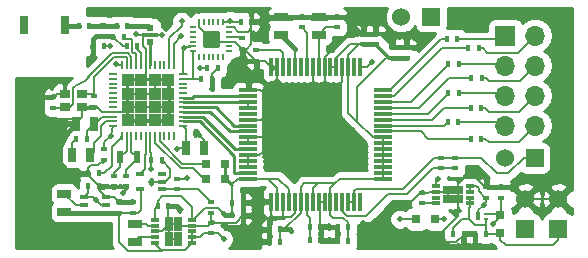
<source format=gtl>
G04 #@! TF.GenerationSoftware,KiCad,Pcbnew,(5.0.0)*
G04 #@! TF.CreationDate,2018-09-10T01:39:47-04:00*
G04 #@! TF.ProjectId,EEG_ADS1299,4545475F414453313239392E6B696361,rev?*
G04 #@! TF.SameCoordinates,Original*
G04 #@! TF.FileFunction,Copper,L1,Top,Signal*
G04 #@! TF.FilePolarity,Positive*
%FSLAX46Y46*%
G04 Gerber Fmt 4.6, Leading zero omitted, Abs format (unit mm)*
G04 Created by KiCad (PCBNEW (5.0.0)) date 09/10/18 01:39:48*
%MOMM*%
%LPD*%
G01*
G04 APERTURE LIST*
G04 #@! TA.AperFunction,SMDPad,CuDef*
%ADD10R,0.800000X0.800000*%
G04 #@! TD*
G04 #@! TA.AperFunction,ComponentPad*
%ADD11R,1.524000X1.524000*%
G04 #@! TD*
G04 #@! TA.AperFunction,ComponentPad*
%ADD12C,1.524000*%
G04 #@! TD*
G04 #@! TA.AperFunction,SMDPad,CuDef*
%ADD13R,0.398780X0.599440*%
G04 #@! TD*
G04 #@! TA.AperFunction,SMDPad,CuDef*
%ADD14R,0.599440X0.398780*%
G04 #@! TD*
G04 #@! TA.AperFunction,SMDPad,CuDef*
%ADD15R,0.600000X1.100000*%
G04 #@! TD*
G04 #@! TA.AperFunction,SMDPad,CuDef*
%ADD16R,1.500000X0.300000*%
G04 #@! TD*
G04 #@! TA.AperFunction,SMDPad,CuDef*
%ADD17R,0.300000X1.500000*%
G04 #@! TD*
G04 #@! TA.AperFunction,SMDPad,CuDef*
%ADD18R,1.143000X0.635000*%
G04 #@! TD*
G04 #@! TA.AperFunction,SMDPad,CuDef*
%ADD19R,0.200000X0.500000*%
G04 #@! TD*
G04 #@! TA.AperFunction,SMDPad,CuDef*
%ADD20R,0.200000X0.550000*%
G04 #@! TD*
G04 #@! TA.AperFunction,SMDPad,CuDef*
%ADD21R,0.500000X0.200000*%
G04 #@! TD*
G04 #@! TA.AperFunction,SMDPad,CuDef*
%ADD22R,0.550000X0.200000*%
G04 #@! TD*
G04 #@! TA.AperFunction,SMDPad,CuDef*
%ADD23R,0.700000X0.300000*%
G04 #@! TD*
G04 #@! TA.AperFunction,SMDPad,CuDef*
%ADD24R,0.600000X0.600000*%
G04 #@! TD*
G04 #@! TA.AperFunction,SMDPad,CuDef*
%ADD25R,0.650000X0.400000*%
G04 #@! TD*
G04 #@! TA.AperFunction,SMDPad,CuDef*
%ADD26R,0.635000X1.143000*%
G04 #@! TD*
G04 #@! TA.AperFunction,SMDPad,CuDef*
%ADD27R,0.900000X0.800000*%
G04 #@! TD*
G04 #@! TA.AperFunction,SMDPad,CuDef*
%ADD28R,0.800000X1.600000*%
G04 #@! TD*
G04 #@! TA.AperFunction,SMDPad,CuDef*
%ADD29R,0.200000X0.800000*%
G04 #@! TD*
G04 #@! TA.AperFunction,SMDPad,CuDef*
%ADD30R,0.800000X0.200000*%
G04 #@! TD*
G04 #@! TA.AperFunction,SMDPad,CuDef*
%ADD31R,1.112500X1.112500*%
G04 #@! TD*
G04 #@! TA.AperFunction,SMDPad,CuDef*
%ADD32R,0.650000X0.300000*%
G04 #@! TD*
G04 #@! TA.AperFunction,SMDPad,CuDef*
%ADD33R,0.775000X1.240000*%
G04 #@! TD*
G04 #@! TA.AperFunction,ComponentPad*
%ADD34R,1.700000X1.700000*%
G04 #@! TD*
G04 #@! TA.AperFunction,ComponentPad*
%ADD35O,1.700000X1.700000*%
G04 #@! TD*
G04 #@! TA.AperFunction,SMDPad,CuDef*
%ADD36R,0.400000X0.700000*%
G04 #@! TD*
G04 #@! TA.AperFunction,SMDPad,CuDef*
%ADD37R,0.400000X0.250000*%
G04 #@! TD*
G04 #@! TA.AperFunction,SMDPad,CuDef*
%ADD38R,0.875000X0.725000*%
G04 #@! TD*
G04 #@! TA.AperFunction,SMDPad,CuDef*
%ADD39R,0.750000X0.300000*%
G04 #@! TD*
G04 #@! TA.AperFunction,ViaPad*
%ADD40C,0.508000*%
G04 #@! TD*
G04 #@! TA.AperFunction,Conductor*
%ADD41C,0.152000*%
G04 #@! TD*
G04 #@! TA.AperFunction,Conductor*
%ADD42C,0.457200*%
G04 #@! TD*
G04 #@! TA.AperFunction,Conductor*
%ADD43C,0.229000*%
G04 #@! TD*
G04 #@! TA.AperFunction,Conductor*
%ADD44C,0.460000*%
G04 #@! TD*
G04 #@! TA.AperFunction,Conductor*
%ADD45C,0.152400*%
G04 #@! TD*
G04 #@! TA.AperFunction,Conductor*
%ADD46C,0.254000*%
G04 #@! TD*
G04 APERTURE END LIST*
D10*
G04 #@! TO.P,D4,1*
G04 #@! TO.N,Net-(D4-Pad1)*
X302130000Y-144080000D03*
G04 #@! TO.P,D4,2*
G04 #@! TO.N,DVDD*
X300530000Y-144080000D03*
G04 #@! TD*
D11*
G04 #@! TO.P,P1,1*
G04 #@! TO.N,/BATT_IN*
X309750000Y-144910000D03*
D12*
G04 #@! TO.P,P1,2*
G04 #@! TO.N,AVSS*
X309750000Y-142370000D03*
G04 #@! TD*
D10*
G04 #@! TO.P,D3,1*
G04 #@! TO.N,VCC*
X307640000Y-143690000D03*
G04 #@! TO.P,D3,2*
G04 #@! TO.N,5V_in_charge*
X307640000Y-145290000D03*
G04 #@! TD*
D13*
G04 #@! TO.P,R15,2*
G04 #@! TO.N,AVSS*
X305480840Y-145310000D03*
G04 #@! TO.P,R15,1*
G04 #@! TO.N,5V_in_charge*
X306380000Y-145310000D03*
G04 #@! TD*
D14*
G04 #@! TO.P,R14,1*
G04 #@! TO.N,Net-(R14-Pad1)*
X300970000Y-142729580D03*
G04 #@! TO.P,R14,2*
G04 #@! TO.N,AVSS*
X300970000Y-141830420D03*
G04 #@! TD*
G04 #@! TO.P,C40,2*
G04 #@! TO.N,AVSS*
X306450000Y-141370840D03*
G04 #@! TO.P,C40,1*
G04 #@! TO.N,/BATT_IN*
X306450000Y-142270000D03*
G04 #@! TD*
D13*
G04 #@! TO.P,C37,1*
G04 #@! TO.N,5V_in_charge*
X303620840Y-145320000D03*
G04 #@! TO.P,C37,2*
G04 #@! TO.N,AVSS*
X304520000Y-145320000D03*
G04 #@! TD*
D14*
G04 #@! TO.P,C41,2*
G04 #@! TO.N,AVSS*
X307670000Y-141360840D03*
G04 #@! TO.P,C41,1*
G04 #@! TO.N,VCC*
X307670000Y-142260000D03*
G04 #@! TD*
D11*
G04 #@! TO.P,P3,1*
G04 #@! TO.N,5V_in_charge*
X312550000Y-144910000D03*
D12*
G04 #@! TO.P,P3,2*
G04 #@! TO.N,AVSS*
X312550000Y-142370000D03*
G04 #@! TD*
G04 #@! TO.P,J2,2*
G04 #@! TO.N,/SRB1*
X307990000Y-138900000D03*
D11*
G04 #@! TO.P,J2,1*
G04 #@! TO.N,/BIAS_ELEC*
X310530000Y-138900000D03*
G04 #@! TD*
D13*
G04 #@! TO.P,R13,1*
G04 #@! TO.N,Net-(IC1-Pad13)*
X305150000Y-132130000D03*
G04 #@! TO.P,R13,2*
G04 #@! TO.N,Net-(J1-Pad4)*
X306049160Y-132130000D03*
G04 #@! TD*
D15*
G04 #@! TO.P,X2,1*
G04 #@! TO.N,Net-(C29-Pad1)*
X276850000Y-138850000D03*
G04 #@! TO.P,X2,2*
G04 #@! TO.N,Net-(C28-Pad1)*
X275450000Y-138850000D03*
G04 #@! TD*
D14*
G04 #@! TO.P,R10,1*
G04 #@! TO.N,/AIN_BAT_DIV_VOLTAGE*
X280240000Y-140650420D03*
G04 #@! TO.P,R10,2*
G04 #@! TO.N,/Vout*
X280240000Y-141549580D03*
G04 #@! TD*
D13*
G04 #@! TO.P,R9,1*
G04 #@! TO.N,AVSS*
X278959580Y-139100000D03*
G04 #@! TO.P,R9,2*
G04 #@! TO.N,/AIN_BAT_DIV_VOLTAGE*
X278060420Y-139100000D03*
G04 #@! TD*
D14*
G04 #@! TO.P,C39,1*
G04 #@! TO.N,VCC*
X276530000Y-143539580D03*
G04 #@! TO.P,C39,2*
G04 #@! TO.N,AVSS*
X276530000Y-142640420D03*
G04 #@! TD*
G04 #@! TO.P,C38,1*
G04 #@! TO.N,/Vout*
X283120000Y-142660420D03*
G04 #@! TO.P,C38,2*
G04 #@! TO.N,AVSS*
X283120000Y-143559580D03*
G04 #@! TD*
D13*
G04 #@! TO.P,R8,1*
G04 #@! TO.N,Net-(IC1-Pad12)*
X303200840Y-133390000D03*
G04 #@! TO.P,R8,2*
G04 #@! TO.N,Net-(J1-Pad5)*
X304100000Y-133390000D03*
G04 #@! TD*
G04 #@! TO.P,R7,1*
G04 #@! TO.N,Net-(IC1-Pad11)*
X305110000Y-134670000D03*
G04 #@! TO.P,R7,2*
G04 #@! TO.N,Net-(J1-Pad6)*
X306009160Y-134670000D03*
G04 #@! TD*
D16*
G04 #@! TO.P,IC1,1*
G04 #@! TO.N,AVDD*
X297700000Y-140650000D03*
G04 #@! TO.P,IC1,2*
X297700000Y-140150000D03*
G04 #@! TO.P,IC1,3*
X297700000Y-139650000D03*
G04 #@! TO.P,IC1,4*
X297700000Y-139150000D03*
G04 #@! TO.P,IC1,5*
X297700000Y-138650000D03*
G04 #@! TO.P,IC1,6*
X297700000Y-138150000D03*
G04 #@! TO.P,IC1,7*
X297700000Y-137650000D03*
G04 #@! TO.P,IC1,8*
X297700000Y-137150000D03*
G04 #@! TO.P,IC1,9*
G04 #@! TO.N,Net-(IC1-Pad9)*
X297700000Y-136650000D03*
G04 #@! TO.P,IC1,10*
G04 #@! TO.N,Net-(IC1-Pad10)*
X297700000Y-136150000D03*
G04 #@! TO.P,IC1,11*
G04 #@! TO.N,Net-(IC1-Pad11)*
X297700000Y-135650000D03*
G04 #@! TO.P,IC1,12*
G04 #@! TO.N,Net-(IC1-Pad12)*
X297700000Y-135150000D03*
G04 #@! TO.P,IC1,13*
G04 #@! TO.N,Net-(IC1-Pad13)*
X297700000Y-134650000D03*
G04 #@! TO.P,IC1,14*
G04 #@! TO.N,Net-(IC1-Pad14)*
X297700000Y-134150000D03*
G04 #@! TO.P,IC1,15*
G04 #@! TO.N,Net-(IC1-Pad15)*
X297700000Y-133650000D03*
G04 #@! TO.P,IC1,16*
G04 #@! TO.N,Net-(IC1-Pad16)*
X297700000Y-133150000D03*
D17*
G04 #@! TO.P,IC1,17*
G04 #@! TO.N,/SRB1*
X295750000Y-131200000D03*
G04 #@! TO.P,IC1,18*
G04 #@! TO.N,Net-(IC1-Pad18)*
X295250000Y-131200000D03*
G04 #@! TO.P,IC1,19*
G04 #@! TO.N,AVDD*
X294750000Y-131200000D03*
G04 #@! TO.P,IC1,20*
G04 #@! TO.N,AVSS*
X294250000Y-131200000D03*
G04 #@! TO.P,IC1,21*
G04 #@! TO.N,AVDD*
X293750000Y-131200000D03*
G04 #@! TO.P,IC1,22*
X293250000Y-131200000D03*
G04 #@! TO.P,IC1,23*
G04 #@! TO.N,AVSS*
X292750000Y-131200000D03*
G04 #@! TO.P,IC1,24*
G04 #@! TO.N,/VREFP*
X292250000Y-131200000D03*
G04 #@! TO.P,IC1,25*
G04 #@! TO.N,AVSS*
X291750000Y-131200000D03*
G04 #@! TO.P,IC1,26*
G04 #@! TO.N,/VCAP4*
X291250000Y-131200000D03*
G04 #@! TO.P,IC1,27*
G04 #@! TO.N,Net-(IC1-Pad27)*
X290750000Y-131200000D03*
G04 #@! TO.P,IC1,28*
G04 #@! TO.N,/VCAP1*
X290250000Y-131200000D03*
G04 #@! TO.P,IC1,29*
G04 #@! TO.N,Net-(IC1-Pad29)*
X289750000Y-131200000D03*
G04 #@! TO.P,IC1,30*
G04 #@! TO.N,/VCAP2*
X289250000Y-131200000D03*
G04 #@! TO.P,IC1,31*
G04 #@! TO.N,AVSS*
X288750000Y-131200000D03*
G04 #@! TO.P,IC1,32*
X288250000Y-131200000D03*
D16*
G04 #@! TO.P,IC1,33*
X286300000Y-133150000D03*
G04 #@! TO.P,IC1,34*
G04 #@! TO.N,/DIN*
X286300000Y-133650000D03*
G04 #@! TO.P,IC1,35*
G04 #@! TO.N,/~PWDN/RESET*
X286300000Y-134150000D03*
G04 #@! TO.P,IC1,36*
X286300000Y-134650000D03*
G04 #@! TO.P,IC1,37*
G04 #@! TO.N,Net-(IC1-Pad37)*
X286300000Y-135150000D03*
G04 #@! TO.P,IC1,38*
G04 #@! TO.N,AVSS*
X286300000Y-135650000D03*
G04 #@! TO.P,IC1,39*
G04 #@! TO.N,/SPI_~CS*
X286300000Y-136150000D03*
G04 #@! TO.P,IC1,40*
G04 #@! TO.N,/SPI_SCLK*
X286300000Y-136650000D03*
G04 #@! TO.P,IC1,41*
G04 #@! TO.N,AVSS*
X286300000Y-137150000D03*
G04 #@! TO.P,IC1,42*
X286300000Y-137650000D03*
G04 #@! TO.P,IC1,43*
G04 #@! TO.N,/DOUT*
X286300000Y-138150000D03*
G04 #@! TO.P,IC1,44*
G04 #@! TO.N,AVSS*
X286300000Y-138650000D03*
G04 #@! TO.P,IC1,45*
X286300000Y-139150000D03*
G04 #@! TO.P,IC1,46*
X286300000Y-139650000D03*
G04 #@! TO.P,IC1,47*
G04 #@! TO.N,/~DRDY*
X286300000Y-140150000D03*
G04 #@! TO.P,IC1,48*
G04 #@! TO.N,DVDD*
X286300000Y-140650000D03*
D17*
G04 #@! TO.P,IC1,49*
G04 #@! TO.N,AVSS*
X288250000Y-142600000D03*
G04 #@! TO.P,IC1,50*
G04 #@! TO.N,DVDD*
X288750000Y-142600000D03*
G04 #@! TO.P,IC1,51*
G04 #@! TO.N,AVSS*
X289250000Y-142600000D03*
G04 #@! TO.P,IC1,52*
G04 #@! TO.N,DVDD*
X289750000Y-142600000D03*
G04 #@! TO.P,IC1,53*
G04 #@! TO.N,AVSS*
X290250000Y-142600000D03*
G04 #@! TO.P,IC1,54*
G04 #@! TO.N,AVDD*
X290750000Y-142600000D03*
G04 #@! TO.P,IC1,55*
G04 #@! TO.N,/VCAP3*
X291250000Y-142600000D03*
G04 #@! TO.P,IC1,56*
G04 #@! TO.N,AVDD*
X291750000Y-142600000D03*
G04 #@! TO.P,IC1,57*
G04 #@! TO.N,AVSS*
X292250000Y-142600000D03*
G04 #@! TO.P,IC1,58*
X292750000Y-142600000D03*
G04 #@! TO.P,IC1,59*
G04 #@! TO.N,AVDD*
X293250000Y-142600000D03*
G04 #@! TO.P,IC1,60*
G04 #@! TO.N,Net-(IC1-Pad60)*
X293750000Y-142600000D03*
G04 #@! TO.P,IC1,61*
G04 #@! TO.N,Net-(C4-Pad2)*
X294250000Y-142600000D03*
G04 #@! TO.P,IC1,62*
G04 #@! TO.N,/BIAS_ELEC*
X294750000Y-142600000D03*
G04 #@! TO.P,IC1,63*
X295250000Y-142600000D03*
G04 #@! TO.P,IC1,64*
G04 #@! TO.N,Net-(IC1-Pad64)*
X295750000Y-142600000D03*
G04 #@! TD*
D18*
G04 #@! TO.P,L1,1*
G04 #@! TO.N,Net-(L1-Pad1)*
X276690000Y-145992000D03*
G04 #@! TO.P,L1,2*
G04 #@! TO.N,Net-(L1-Pad2)*
X276690000Y-144468000D03*
G04 #@! TD*
D14*
G04 #@! TO.P,C1,1*
G04 #@! TO.N,AVSS*
X283140000Y-144380420D03*
G04 #@! TO.P,C1,2*
G04 #@! TO.N,VCC*
X283140000Y-145279580D03*
G04 #@! TD*
G04 #@! TO.P,C21,1*
G04 #@! TO.N,AVSS*
X274070000Y-139049580D03*
G04 #@! TO.P,C21,2*
G04 #@! TO.N,DVDD*
X274070000Y-138150420D03*
G04 #@! TD*
D19*
G04 #@! TO.P,U4,1*
G04 #@! TO.N,Net-(U4-Pad1)*
X282140000Y-130350000D03*
D20*
G04 #@! TO.P,U4,2*
G04 #@! TO.N,Net-(U4-Pad2)*
X282540000Y-130350000D03*
G04 #@! TO.P,U4,3*
G04 #@! TO.N,Net-(U4-Pad3)*
X282940000Y-130350000D03*
G04 #@! TO.P,U4,4*
G04 #@! TO.N,Net-(U4-Pad4)*
X283340000Y-130350000D03*
G04 #@! TO.P,U4,5*
G04 #@! TO.N,Net-(U4-Pad5)*
X283740000Y-130350000D03*
D19*
G04 #@! TO.P,U4,6*
G04 #@! TO.N,Net-(U4-Pad6)*
X284140000Y-130350000D03*
D21*
G04 #@! TO.P,U4,7*
G04 #@! TO.N,Net-(U4-Pad7)*
X284640000Y-129850000D03*
D22*
G04 #@! TO.P,U4,8*
G04 #@! TO.N,Net-(U4-Pad8)*
X284640000Y-129450000D03*
G04 #@! TO.P,U4,9*
G04 #@! TO.N,AVSS*
X284640000Y-129050000D03*
G04 #@! TO.P,U4,10*
G04 #@! TO.N,Net-(C35-Pad1)*
X284640000Y-128650000D03*
G04 #@! TO.P,U4,11*
G04 #@! TO.N,Net-(U4-Pad11)*
X284640000Y-128250000D03*
D21*
G04 #@! TO.P,U4,12*
G04 #@! TO.N,AVSS*
X284640000Y-127850000D03*
D19*
G04 #@! TO.P,U4,13*
G04 #@! TO.N,DVDD*
X284140000Y-127350000D03*
D20*
G04 #@! TO.P,U4,14*
G04 #@! TO.N,Net-(U4-Pad14)*
X283740000Y-127350000D03*
G04 #@! TO.P,U4,15*
G04 #@! TO.N,Net-(U4-Pad15)*
X283340000Y-127350000D03*
G04 #@! TO.P,U4,16*
G04 #@! TO.N,Net-(U4-Pad16)*
X282940000Y-127350000D03*
G04 #@! TO.P,U4,17*
G04 #@! TO.N,Net-(U4-Pad17)*
X282540000Y-127350000D03*
D19*
G04 #@! TO.P,U4,18*
G04 #@! TO.N,AVSS*
X282140000Y-127350000D03*
D21*
G04 #@! TO.P,U4,19*
G04 #@! TO.N,Net-(U4-Pad19)*
X281640000Y-127850000D03*
D22*
G04 #@! TO.P,U4,20*
G04 #@! TO.N,Net-(U4-Pad20)*
X281640000Y-128250000D03*
G04 #@! TO.P,U4,21*
G04 #@! TO.N,Net-(U4-Pad21)*
X281640000Y-128650000D03*
G04 #@! TO.P,U4,22*
G04 #@! TO.N,Net-(U4-Pad22)*
X281640000Y-129050000D03*
G04 #@! TO.P,U4,23*
G04 #@! TO.N,/SCL*
X281640000Y-129450000D03*
D21*
G04 #@! TO.P,U4,24*
G04 #@! TO.N,/SDI*
X281640000Y-129850000D03*
G04 #@! TD*
D13*
G04 #@! TO.P,R12,1*
G04 #@! TO.N,DVDD*
X283199580Y-132210000D03*
G04 #@! TO.P,R12,2*
G04 #@! TO.N,/SDI*
X282300420Y-132210000D03*
G04 #@! TD*
G04 #@! TO.P,R11,1*
G04 #@! TO.N,DVDD*
X283719580Y-131270000D03*
G04 #@! TO.P,R11,2*
G04 #@! TO.N,/SCL*
X282820420Y-131270000D03*
G04 #@! TD*
G04 #@! TO.P,C36,1*
G04 #@! TO.N,DVDD*
X285650420Y-127360000D03*
G04 #@! TO.P,C36,2*
G04 #@! TO.N,AVSS*
X286549580Y-127360000D03*
G04 #@! TD*
D14*
G04 #@! TO.P,C35,1*
G04 #@! TO.N,Net-(C35-Pad1)*
X285780000Y-128730420D03*
G04 #@! TO.P,C35,2*
G04 #@! TO.N,AVSS*
X285780000Y-129629580D03*
G04 #@! TD*
D23*
G04 #@! TO.P,F1,1*
G04 #@! TO.N,AVSS*
X278326500Y-128500000D03*
D24*
G04 #@! TO.P,F1,2*
G04 #@! TO.N,Net-(F1-Pad2)*
X278000000Y-129112500D03*
G04 #@! TO.P,F1,4*
G04 #@! TO.N,/RF*
X278000000Y-127887500D03*
D23*
G04 #@! TO.P,F1,3*
G04 #@! TO.N,AVSS*
X277637500Y-128500000D03*
G04 #@! TD*
D13*
G04 #@! TO.P,C34,1*
G04 #@! TO.N,/DEC3*
X275729580Y-128620000D03*
G04 #@! TO.P,C34,2*
G04 #@! TO.N,AVSS*
X274830420Y-128620000D03*
G04 #@! TD*
G04 #@! TO.P,C33,1*
G04 #@! TO.N,AVSS*
X273150420Y-129450000D03*
G04 #@! TO.P,C33,2*
G04 #@! TO.N,DVDD*
X274049580Y-129450000D03*
G04 #@! TD*
D18*
G04 #@! TO.P,C15,1*
G04 #@! TO.N,/VCAP1*
X289100000Y-128512000D03*
G04 #@! TO.P,C15,2*
G04 #@! TO.N,AVSS*
X289100000Y-126988000D03*
G04 #@! TD*
D11*
G04 #@! TO.P,P2,1*
G04 #@! TO.N,/SWDCLK*
X301780000Y-126930000D03*
D12*
G04 #@! TO.P,P2,2*
G04 #@! TO.N,/SWDIO*
X299240000Y-126930000D03*
G04 #@! TD*
D14*
G04 #@! TO.P,C5,1*
G04 #@! TO.N,AVSS*
X297075000Y-128375420D03*
G04 #@! TO.P,C5,2*
G04 #@! TO.N,AVDD*
X297075000Y-129274580D03*
G04 #@! TD*
D13*
G04 #@! TO.P,C14,1*
G04 #@! TO.N,AVSS*
X288100420Y-144950000D03*
G04 #@! TO.P,C14,2*
G04 #@! TO.N,AVDD*
X288999580Y-144950000D03*
G04 #@! TD*
D10*
G04 #@! TO.P,D2,2*
G04 #@! TO.N,DVDD*
X284310000Y-139400000D03*
G04 #@! TO.P,D2,1*
G04 #@! TO.N,/LED3*
X282710000Y-139400000D03*
G04 #@! TD*
D13*
G04 #@! TO.P,C32,1*
G04 #@! TO.N,AVSS*
X288100420Y-146000000D03*
G04 #@! TO.P,C32,2*
G04 #@! TO.N,AVDD*
X288999580Y-146000000D03*
G04 #@! TD*
D25*
G04 #@! TO.P,U2,1*
G04 #@! TO.N,VCC*
X274262500Y-143537500D03*
G04 #@! TO.P,U2,3*
G04 #@! TO.N,AVSS*
X274262500Y-142237500D03*
G04 #@! TO.P,U2,5*
G04 #@! TO.N,Net-(L2-Pad1)*
X272362500Y-142887500D03*
G04 #@! TO.P,U2,2*
G04 #@! TO.N,AVDD*
X274262500Y-142887500D03*
G04 #@! TO.P,U2,4*
X272362500Y-142237500D03*
G04 #@! TO.P,U2,6*
G04 #@! TO.N,VCC*
X272362500Y-143537500D03*
G04 #@! TD*
D14*
G04 #@! TO.P,C12,1*
G04 #@! TO.N,/VCAP4*
X290800000Y-127849580D03*
G04 #@! TO.P,C12,2*
G04 #@! TO.N,AVSS*
X290800000Y-126950420D03*
G04 #@! TD*
G04 #@! TO.P,C31,1*
G04 #@! TO.N,AVSS*
X296025000Y-128375420D03*
G04 #@! TO.P,C31,2*
G04 #@! TO.N,AVDD*
X296025000Y-129274580D03*
G04 #@! TD*
D13*
G04 #@! TO.P,C19,1*
G04 #@! TO.N,DVDD*
X284950420Y-142675000D03*
G04 #@! TO.P,C19,2*
G04 #@! TO.N,AVSS*
X285849580Y-142675000D03*
G04 #@! TD*
G04 #@! TO.P,R5,1*
G04 #@! TO.N,Net-(IC1-Pad14)*
X303230840Y-130920000D03*
G04 #@! TO.P,R5,2*
G04 #@! TO.N,Net-(J1-Pad3)*
X304130000Y-130920000D03*
G04 #@! TD*
G04 #@! TO.P,C20,1*
G04 #@! TO.N,AVSS*
X285849580Y-143750000D03*
G04 #@! TO.P,C20,2*
G04 #@! TO.N,DVDD*
X284950420Y-143750000D03*
G04 #@! TD*
G04 #@! TO.P,C18,1*
G04 #@! TO.N,/VCAP3*
X291500420Y-145850000D03*
G04 #@! TO.P,C18,2*
G04 #@! TO.N,AVSS*
X292399580Y-145850000D03*
G04 #@! TD*
G04 #@! TO.P,C16,1*
G04 #@! TO.N,/VCAP3*
X291500420Y-144725000D03*
G04 #@! TO.P,C16,2*
G04 #@! TO.N,AVSS*
X292399580Y-144725000D03*
G04 #@! TD*
G04 #@! TO.P,C9,1*
G04 #@! TO.N,AVDD*
X294749580Y-145900000D03*
G04 #@! TO.P,C9,2*
G04 #@! TO.N,AVSS*
X293850420Y-145900000D03*
G04 #@! TD*
D14*
G04 #@! TO.P,C17,1*
G04 #@! TO.N,/VCAP2*
X286975000Y-129775420D03*
G04 #@! TO.P,C17,2*
G04 #@! TO.N,AVSS*
X286975000Y-130674580D03*
G04 #@! TD*
D13*
G04 #@! TO.P,C8,1*
G04 #@! TO.N,AVDD*
X294749580Y-144725000D03*
G04 #@! TO.P,C8,2*
G04 #@! TO.N,AVSS*
X293850420Y-144725000D03*
G04 #@! TD*
D14*
G04 #@! TO.P,C11,1*
G04 #@! TO.N,AVSS*
X293775000Y-126950420D03*
G04 #@! TO.P,C11,2*
G04 #@! TO.N,/VREFP*
X293775000Y-127849580D03*
G04 #@! TD*
G04 #@! TO.P,C7,1*
G04 #@! TO.N,AVSS*
X299700000Y-129530420D03*
G04 #@! TO.P,C7,2*
G04 #@! TO.N,AVDD*
X299700000Y-130429580D03*
G04 #@! TD*
G04 #@! TO.P,C6,1*
G04 #@! TO.N,AVSS*
X298475000Y-129530420D03*
G04 #@! TO.P,C6,2*
G04 #@! TO.N,AVDD*
X298475000Y-130429580D03*
G04 #@! TD*
D18*
G04 #@! TO.P,C10,1*
G04 #@! TO.N,AVSS*
X292275000Y-126963000D03*
G04 #@! TO.P,C10,2*
G04 #@! TO.N,/VREFP*
X292275000Y-128487000D03*
G04 #@! TD*
G04 #@! TO.P,L2,1*
G04 #@! TO.N,Net-(L2-Pad1)*
X270712500Y-141925500D03*
G04 #@! TO.P,L2,2*
G04 #@! TO.N,VCC*
X270712500Y-143449500D03*
G04 #@! TD*
D13*
G04 #@! TO.P,C13,1*
G04 #@! TO.N,AVDD*
X272762920Y-141287500D03*
G04 #@! TO.P,C13,2*
G04 #@! TO.N,AVSS*
X273662080Y-141287500D03*
G04 #@! TD*
D14*
G04 #@! TO.P,C3,1*
G04 #@! TO.N,VCC*
X275362500Y-143537080D03*
G04 #@! TO.P,C3,2*
G04 #@! TO.N,AVSS*
X275362500Y-142637920D03*
G04 #@! TD*
D13*
G04 #@! TO.P,C2,1*
G04 #@! TO.N,DVDD*
X278610420Y-142930000D03*
G04 #@! TO.P,C2,2*
G04 #@! TO.N,AVSS*
X279509580Y-142930000D03*
G04 #@! TD*
D14*
G04 #@! TO.P,C4,1*
G04 #@! TO.N,/BIAS_ELEC*
X303810000Y-138860000D03*
G04 #@! TO.P,C4,2*
G04 #@! TO.N,Net-(C4-Pad2)*
X303810000Y-139759160D03*
G04 #@! TD*
G04 #@! TO.P,R6,1*
G04 #@! TO.N,/BIAS_ELEC*
X302600000Y-138880000D03*
G04 #@! TO.P,R6,2*
G04 #@! TO.N,Net-(C4-Pad2)*
X302600000Y-139779160D03*
G04 #@! TD*
D13*
G04 #@! TO.P,R4,1*
G04 #@! TO.N,Net-(IC1-Pad15)*
X304890000Y-129590000D03*
G04 #@! TO.P,R4,2*
G04 #@! TO.N,Net-(J1-Pad2)*
X305789160Y-129590000D03*
G04 #@! TD*
G04 #@! TO.P,R3,1*
G04 #@! TO.N,Net-(IC1-Pad16)*
X303090000Y-128830000D03*
G04 #@! TO.P,R3,2*
G04 #@! TO.N,Net-(J1-Pad1)*
X303989160Y-128830000D03*
G04 #@! TD*
G04 #@! TO.P,R2,1*
G04 #@! TO.N,Net-(IC1-Pad10)*
X303170420Y-135830000D03*
G04 #@! TO.P,R2,2*
G04 #@! TO.N,Net-(J1-Pad7)*
X304069580Y-135830000D03*
G04 #@! TD*
G04 #@! TO.P,R1,1*
G04 #@! TO.N,Net-(IC1-Pad9)*
X305110420Y-137250000D03*
G04 #@! TO.P,R1,2*
G04 #@! TO.N,Net-(J1-Pad8)*
X306009580Y-137250000D03*
G04 #@! TD*
D10*
G04 #@! TO.P,D1,2*
G04 #@! TO.N,DVDD*
X284310000Y-140650000D03*
G04 #@! TO.P,D1,1*
G04 #@! TO.N,/LED2*
X282710000Y-140650000D03*
G04 #@! TD*
D26*
G04 #@! TO.P,L4,1*
G04 #@! TO.N,Net-(L4-Pad1)*
X272932000Y-138620000D03*
G04 #@! TO.P,L4,2*
G04 #@! TO.N,Net-(L3-Pad1)*
X271408000Y-138620000D03*
G04 #@! TD*
D27*
G04 #@! TO.P,X1,4*
G04 #@! TO.N,AVSS*
X270800000Y-133500000D03*
G04 #@! TO.P,X1,3*
G04 #@! TO.N,Net-(C25-Pad2)*
X272200000Y-133500000D03*
G04 #@! TO.P,X1,1*
G04 #@! TO.N,Net-(C24-Pad2)*
X270800000Y-134600000D03*
G04 #@! TO.P,X1,2*
G04 #@! TO.N,AVSS*
X272200000Y-134600000D03*
G04 #@! TD*
D14*
G04 #@! TO.P,C28,1*
G04 #@! TO.N,Net-(C28-Pad1)*
X274890000Y-140390420D03*
G04 #@! TO.P,C28,2*
G04 #@! TO.N,AVSS*
X274890000Y-141289580D03*
G04 #@! TD*
D13*
G04 #@! TO.P,C26,1*
G04 #@! TO.N,/DEC1*
X273649580Y-140200000D03*
G04 #@! TO.P,C26,2*
G04 #@! TO.N,AVSS*
X272750420Y-140200000D03*
G04 #@! TD*
D14*
G04 #@! TO.P,C24,1*
G04 #@! TO.N,AVSS*
X269800000Y-133750420D03*
G04 #@! TO.P,C24,2*
G04 #@! TO.N,Net-(C24-Pad2)*
X269800000Y-134649580D03*
G04 #@! TD*
G04 #@! TO.P,C25,1*
G04 #@! TO.N,AVSS*
X273200000Y-134549580D03*
G04 #@! TO.P,C25,2*
G04 #@! TO.N,Net-(C25-Pad2)*
X273200000Y-133650420D03*
G04 #@! TD*
D13*
G04 #@! TO.P,C27,1*
G04 #@! TO.N,/DEC2*
X276899580Y-129450000D03*
G04 #@! TO.P,C27,2*
G04 #@! TO.N,AVSS*
X276000420Y-129450000D03*
G04 #@! TD*
D14*
G04 #@! TO.P,C29,1*
G04 #@! TO.N,Net-(C29-Pad1)*
X275910000Y-140390420D03*
G04 #@! TO.P,C29,2*
G04 #@! TO.N,AVSS*
X275910000Y-141289580D03*
G04 #@! TD*
D28*
G04 #@! TO.P,A1,1*
G04 #@! TO.N,Net-(A1-Pad1)*
X270745000Y-127673000D03*
G04 #@! TO.P,A1,2*
G04 #@! TO.N,Net-(A1-Pad2)*
X267345000Y-127673000D03*
G04 #@! TD*
D13*
G04 #@! TO.P,L6,1*
G04 #@! TO.N,Net-(C30-Pad2)*
X272849580Y-127700000D03*
G04 #@! TO.P,L6,2*
G04 #@! TO.N,Net-(A1-Pad1)*
X271950420Y-127700000D03*
G04 #@! TD*
D14*
G04 #@! TO.P,L5,1*
G04 #@! TO.N,Net-(C30-Pad2)*
X274000000Y-127650420D03*
G04 #@! TO.P,L5,2*
G04 #@! TO.N,AVSS*
X274000000Y-128549580D03*
G04 #@! TD*
D13*
G04 #@! TO.P,C30,1*
G04 #@! TO.N,/RF*
X276049580Y-127700000D03*
G04 #@! TO.P,C30,2*
G04 #@! TO.N,Net-(C30-Pad2)*
X275150420Y-127700000D03*
G04 #@! TD*
G04 #@! TO.P,L3,1*
G04 #@! TO.N,Net-(L3-Pad1)*
X271730420Y-137270000D03*
G04 #@! TO.P,L3,2*
G04 #@! TO.N,Net-(C23-Pad1)*
X272629580Y-137270000D03*
G04 #@! TD*
D26*
G04 #@! TO.P,C23,1*
G04 #@! TO.N,Net-(C23-Pad1)*
X273262000Y-136000000D03*
G04 #@! TO.P,C23,2*
G04 #@! TO.N,AVSS*
X271738000Y-136000000D03*
G04 #@! TD*
G04 #@! TO.P,C22,1*
G04 #@! TO.N,DVDD*
X281028000Y-138030000D03*
G04 #@! TO.P,C22,2*
G04 #@! TO.N,AVSS*
X282552000Y-138030000D03*
G04 #@! TD*
D29*
G04 #@! TO.P,U3,1*
G04 #@! TO.N,/DEC1*
X275600000Y-137000000D03*
G04 #@! TO.P,U3,2*
G04 #@! TO.N,Net-(C28-Pad1)*
X276000000Y-137000000D03*
G04 #@! TO.P,U3,3*
G04 #@! TO.N,Net-(C29-Pad1)*
X276400000Y-137000000D03*
G04 #@! TO.P,U3,4*
G04 #@! TO.N,Net-(U3-Pad4)*
X276800000Y-137000000D03*
G04 #@! TO.P,U3,5*
G04 #@! TO.N,Net-(U3-Pad5)*
X277200000Y-137000000D03*
G04 #@! TO.P,U3,6*
G04 #@! TO.N,/LOAD_SW_CTRL*
X277600000Y-137000000D03*
G04 #@! TO.P,U3,7*
G04 #@! TO.N,/AIN_BAT_DIV_VOLTAGE*
X278000000Y-137000000D03*
G04 #@! TO.P,U3,8*
G04 #@! TO.N,/LED2*
X278400000Y-137000000D03*
G04 #@! TO.P,U3,9*
G04 #@! TO.N,/LED3*
X278800000Y-137000000D03*
G04 #@! TO.P,U3,10*
G04 #@! TO.N,Net-(U3-Pad10)*
X279200000Y-137000000D03*
G04 #@! TO.P,U3,11*
G04 #@! TO.N,Net-(U3-Pad11)*
X279600000Y-137000000D03*
G04 #@! TO.P,U3,12*
G04 #@! TO.N,Net-(U3-Pad12)*
X280000000Y-137000000D03*
D30*
G04 #@! TO.P,U3,13*
G04 #@! TO.N,DVDD*
X280800000Y-136200000D03*
G04 #@! TO.P,U3,14*
G04 #@! TO.N,/~DRDY*
X280800000Y-135800000D03*
G04 #@! TO.P,U3,15*
G04 #@! TO.N,/DOUT*
X280800000Y-135400000D03*
G04 #@! TO.P,U3,16*
G04 #@! TO.N,/SPI_SCLK*
X280800000Y-135000000D03*
G04 #@! TO.P,U3,17*
G04 #@! TO.N,/SPI_~CS*
X280800000Y-134600000D03*
G04 #@! TO.P,U3,18*
G04 #@! TO.N,/~PWDN/RESET*
X280800000Y-134200000D03*
G04 #@! TO.P,U3,19*
G04 #@! TO.N,/DIN*
X280800000Y-133800000D03*
G04 #@! TO.P,U3,20*
G04 #@! TO.N,Net-(U3-Pad20)*
X280800000Y-133400000D03*
G04 #@! TO.P,U3,21*
G04 #@! TO.N,Net-(U3-Pad21)*
X280800000Y-133000000D03*
G04 #@! TO.P,U3,22*
G04 #@! TO.N,Net-(U3-Pad22)*
X280800000Y-132600000D03*
G04 #@! TO.P,U3,23*
G04 #@! TO.N,/SDI*
X280800000Y-132200000D03*
G04 #@! TO.P,U3,24*
G04 #@! TO.N,/SCL*
X280800000Y-131800000D03*
D29*
G04 #@! TO.P,U3,25*
G04 #@! TO.N,/SWDCLK*
X280000000Y-131000000D03*
G04 #@! TO.P,U3,26*
G04 #@! TO.N,/SWDIO*
X279600000Y-131000000D03*
G04 #@! TO.P,U3,27*
G04 #@! TO.N,Net-(U3-Pad27)*
X279200000Y-131000000D03*
G04 #@! TO.P,U3,28*
G04 #@! TO.N,Net-(U3-Pad28)*
X278800000Y-131000000D03*
G04 #@! TO.P,U3,29*
G04 #@! TO.N,Net-(U3-Pad29)*
X278400000Y-131000000D03*
G04 #@! TO.P,U3,30*
G04 #@! TO.N,Net-(F1-Pad2)*
X278000000Y-131000000D03*
G04 #@! TO.P,U3,31*
G04 #@! TO.N,AVSS*
X277600000Y-131000000D03*
G04 #@! TO.P,U3,32*
G04 #@! TO.N,/DEC2*
X277200000Y-131000000D03*
G04 #@! TO.P,U3,33*
G04 #@! TO.N,/DEC3*
X276800000Y-131000000D03*
G04 #@! TO.P,U3,34*
G04 #@! TO.N,Net-(C24-Pad2)*
X276400000Y-131000000D03*
G04 #@! TO.P,U3,35*
G04 #@! TO.N,Net-(C25-Pad2)*
X276000000Y-131000000D03*
G04 #@! TO.P,U3,36*
G04 #@! TO.N,DVDD*
X275600000Y-131000000D03*
D30*
G04 #@! TO.P,U3,37*
G04 #@! TO.N,Net-(U3-Pad37)*
X274800000Y-131800000D03*
G04 #@! TO.P,U3,38*
G04 #@! TO.N,Net-(U3-Pad38)*
X274800000Y-132200000D03*
G04 #@! TO.P,U3,39*
G04 #@! TO.N,Net-(U3-Pad39)*
X274800000Y-132600000D03*
G04 #@! TO.P,U3,40*
G04 #@! TO.N,Net-(U3-Pad40)*
X274800000Y-133000000D03*
G04 #@! TO.P,U3,41*
G04 #@! TO.N,Net-(U3-Pad41)*
X274800000Y-133400000D03*
G04 #@! TO.P,U3,42*
G04 #@! TO.N,Net-(U3-Pad42)*
X274800000Y-133800000D03*
G04 #@! TO.P,U3,43*
G04 #@! TO.N,Net-(U3-Pad43)*
X274800000Y-134200000D03*
G04 #@! TO.P,U3,44*
G04 #@! TO.N,Net-(U3-Pad44)*
X274800000Y-134600000D03*
G04 #@! TO.P,U3,45*
G04 #@! TO.N,AVSS*
X274800000Y-135000000D03*
G04 #@! TO.P,U3,46*
G04 #@! TO.N,Net-(C23-Pad1)*
X274800000Y-135400000D03*
G04 #@! TO.P,U3,47*
G04 #@! TO.N,Net-(L4-Pad1)*
X274800000Y-135800000D03*
G04 #@! TO.P,U3,48*
G04 #@! TO.N,DVDD*
X274800000Y-136200000D03*
D31*
G04 #@! TO.P,U3,49*
G04 #@! TO.N,AVSS*
X279468750Y-132331250D03*
X278356250Y-132331250D03*
X277243750Y-132331250D03*
X276131250Y-132331250D03*
X279468750Y-133443750D03*
X278356250Y-133443750D03*
X277243750Y-133443750D03*
X276131250Y-133443750D03*
X279468750Y-134556250D03*
X278356250Y-134556250D03*
X277243750Y-134556250D03*
X276131250Y-134556250D03*
X279468750Y-135668750D03*
X278356250Y-135668750D03*
X277243750Y-135668750D03*
X276131250Y-135668750D03*
G04 #@! TD*
D32*
G04 #@! TO.P,U7,1*
G04 #@! TO.N,DVDD*
X278410000Y-144120000D03*
G04 #@! TO.P,U7,2*
G04 #@! TO.N,Net-(L1-Pad2)*
X278410000Y-144620000D03*
G04 #@! TO.P,U7,3*
G04 #@! TO.N,AVSS*
X278410000Y-145120000D03*
G04 #@! TO.P,U7,4*
G04 #@! TO.N,Net-(L1-Pad1)*
X278410000Y-145620000D03*
G04 #@! TO.P,U7,5*
G04 #@! TO.N,VCC*
X278410000Y-146120000D03*
G04 #@! TO.P,U7,6*
X281510000Y-146120000D03*
G04 #@! TO.P,U7,7*
X281510000Y-145620000D03*
G04 #@! TO.P,U7,8*
X281510000Y-145120000D03*
G04 #@! TO.P,U7,9*
G04 #@! TO.N,AVSS*
X281510000Y-144620000D03*
G04 #@! TO.P,U7,10*
G04 #@! TO.N,DVDD*
X281510000Y-144120000D03*
D33*
G04 #@! TO.P,U7,11*
G04 #@! TO.N,AVSS*
X280347500Y-145740000D03*
X280347500Y-144500000D03*
X279572500Y-145740000D03*
X279572500Y-144500000D03*
G04 #@! TD*
D25*
G04 #@! TO.P,U1,1*
G04 #@! TO.N,/Vout*
X279010000Y-141550000D03*
G04 #@! TO.P,U1,3*
G04 #@! TO.N,Net-(U1-Pad3)*
X279010000Y-140250000D03*
G04 #@! TO.P,U1,2*
G04 #@! TO.N,AVSS*
X279010000Y-140900000D03*
G04 #@! TO.P,U1,4*
G04 #@! TO.N,/LOAD_SW_CTRL*
X277110000Y-140250000D03*
G04 #@! TO.P,U1,5*
G04 #@! TO.N,VCC*
X277110000Y-141550000D03*
G04 #@! TD*
D34*
G04 #@! TO.P,J1,1*
G04 #@! TO.N,Net-(J1-Pad1)*
X308040000Y-128540000D03*
D35*
G04 #@! TO.P,J1,2*
G04 #@! TO.N,Net-(J1-Pad2)*
X310580000Y-128540000D03*
G04 #@! TO.P,J1,3*
G04 #@! TO.N,Net-(J1-Pad3)*
X308040000Y-131080000D03*
G04 #@! TO.P,J1,4*
G04 #@! TO.N,Net-(J1-Pad4)*
X310580000Y-131080000D03*
G04 #@! TO.P,J1,5*
G04 #@! TO.N,Net-(J1-Pad5)*
X308040000Y-133620000D03*
G04 #@! TO.P,J1,6*
G04 #@! TO.N,Net-(J1-Pad6)*
X310580000Y-133620000D03*
G04 #@! TO.P,J1,7*
G04 #@! TO.N,Net-(J1-Pad7)*
X308040000Y-136160000D03*
G04 #@! TO.P,J1,8*
G04 #@! TO.N,Net-(J1-Pad8)*
X310580000Y-136160000D03*
G04 #@! TD*
D36*
G04 #@! TO.P,Q1,2*
G04 #@! TO.N,/BATT_IN*
X305730000Y-143830000D03*
D37*
G04 #@! TO.P,Q1,1*
G04 #@! TO.N,5V_in_charge*
X306430000Y-144055000D03*
G04 #@! TO.P,Q1,3*
G04 #@! TO.N,VCC*
X306430000Y-143605000D03*
G04 #@! TD*
D38*
G04 #@! TO.P,U5,9*
G04 #@! TO.N,AVSS*
X304037500Y-142362500D03*
X304037500Y-141637500D03*
X303162500Y-142362500D03*
X303162500Y-141637500D03*
D39*
G04 #@! TO.P,U5,8*
G04 #@! TO.N,Net-(R14-Pad1)*
X302150000Y-142750000D03*
G04 #@! TO.P,U5,7*
G04 #@! TO.N,Net-(U5-Pad7)*
X302150000Y-142250000D03*
G04 #@! TO.P,U5,6*
G04 #@! TO.N,AVSS*
X302150000Y-141750000D03*
G04 #@! TO.P,U5,5*
G04 #@! TO.N,Net-(D4-Pad1)*
X302150000Y-141250000D03*
G04 #@! TO.P,U5,4*
G04 #@! TO.N,/BATT_IN*
X305050000Y-141250000D03*
G04 #@! TO.P,U5,3*
X305050000Y-141750000D03*
G04 #@! TO.P,U5,2*
G04 #@! TO.N,5V_in_charge*
X305050000Y-142250000D03*
G04 #@! TO.P,U5,1*
X305050000Y-142750000D03*
G04 #@! TD*
D40*
G04 #@! TO.N,/SWDCLK*
X280610000Y-128600000D03*
G04 #@! TO.N,/SWDIO*
X280640000Y-127330000D03*
G04 #@! TO.N,AVSS*
X278100000Y-140950000D03*
X275700000Y-141850000D03*
X287120000Y-142570000D03*
X282120000Y-136980000D03*
X287750000Y-138800000D03*
X293100000Y-144650000D03*
X292700000Y-134100000D03*
X285950000Y-141650000D03*
X273150000Y-130150000D03*
X276820000Y-128420000D03*
X296010000Y-144370000D03*
X279030000Y-128510000D03*
G04 #@! TO.N,DVDD*
X284250000Y-143670000D03*
X280250000Y-138130000D03*
X284730000Y-127260000D03*
X283220000Y-133060000D03*
X275120000Y-130980000D03*
X274640000Y-137010000D03*
X274580000Y-129450000D03*
X299110000Y-144070000D03*
G04 #@! TO.N,AVDD*
X273412500Y-142487500D03*
X289900000Y-145050000D03*
G04 #@! TO.N,VCC*
X284200000Y-145760000D03*
X307020000Y-144510000D03*
G04 #@! TO.N,/SCL*
X280850000Y-129600000D03*
X282230000Y-131270000D03*
G04 #@! TO.N,/AIN_BAT_DIV_VOLTAGE*
X281090000Y-140600000D03*
X278050000Y-139830000D03*
G04 #@! TO.N,/BATT_IN*
X306210000Y-142861390D03*
G04 #@! TO.N,Net-(D4-Pad1)*
X302320000Y-140680000D03*
X302900000Y-144100000D03*
G04 #@! TO.N,/SRB1*
X296750000Y-130770000D03*
G04 #@! TD*
D41*
G04 #@! TO.N,/DEC1*
X274100000Y-140200000D02*
X273649580Y-140200000D01*
X274730000Y-139570000D02*
X274100000Y-140200000D01*
X274730000Y-138010000D02*
X274730000Y-139570000D01*
X275600000Y-137140000D02*
X274730000Y-138010000D01*
X275600000Y-137000000D02*
X275600000Y-137140000D01*
X275600000Y-137000000D02*
X275550000Y-137000000D01*
G04 #@! TO.N,/DEC2*
X276899580Y-129450000D02*
X276899580Y-129699580D01*
X276899580Y-129699580D02*
X277200000Y-130000000D01*
X277200000Y-130000000D02*
X277200000Y-131000000D01*
D42*
G04 #@! TO.N,/RF*
X276049580Y-127700000D02*
X277800000Y-127700000D01*
X277800000Y-127700000D02*
X278000000Y-127900000D01*
D43*
G04 #@! TO.N,/SPI_SCLK*
X280800000Y-135000000D02*
X283060000Y-135000000D01*
X284710000Y-136650000D02*
X286300000Y-136650000D01*
X283060000Y-135000000D02*
X284710000Y-136650000D01*
G04 #@! TO.N,/SPI_~CS*
X280800000Y-134600000D02*
X283550000Y-134600000D01*
X285100000Y-136150000D02*
X286300000Y-136150000D01*
X283550000Y-134600000D02*
X285100000Y-136150000D01*
D41*
X286200000Y-136250000D02*
X286300000Y-136150000D01*
G04 #@! TO.N,/SWDCLK*
X280000000Y-131000000D02*
X280000000Y-130730000D01*
X280000000Y-131000000D02*
X280000000Y-129210000D01*
X280000000Y-129210000D02*
X280610000Y-128600000D01*
G04 #@! TO.N,/SWDIO*
X279600000Y-131000000D02*
X279600000Y-128750000D01*
X279600000Y-128750000D02*
X280640000Y-127710000D01*
X280640000Y-127710000D02*
X280640000Y-127330000D01*
D43*
G04 #@! TO.N,/~DRDY*
X280800000Y-135800000D02*
X282190000Y-135800000D01*
X285130000Y-140150000D02*
X286300000Y-140150000D01*
X285110000Y-140130000D02*
X285130000Y-140150000D01*
X285110000Y-138720000D02*
X285110000Y-140130000D01*
X282190000Y-135800000D02*
X285110000Y-138720000D01*
D44*
G04 #@! TO.N,Net-(A1-Pad1)*
X271950420Y-127700000D02*
X270772000Y-127700000D01*
X270772000Y-127700000D02*
X270745000Y-127673000D01*
D41*
G04 #@! TO.N,Net-(L3-Pad1)*
X271408000Y-138620000D02*
X271408000Y-137592420D01*
X271408000Y-137592420D02*
X271730420Y-137270000D01*
G04 #@! TO.N,AVSS*
X279010000Y-140900000D02*
X278150000Y-140900000D01*
X278150000Y-140900000D02*
X278100000Y-140950000D01*
X283140000Y-144380420D02*
X285219160Y-144380420D01*
X285219160Y-144380420D02*
X285849580Y-143750000D01*
X283120000Y-143559580D02*
X283120000Y-144360420D01*
X283120000Y-144360420D02*
X283140000Y-144380420D01*
X279010000Y-140900000D02*
X279260000Y-140900000D01*
X279260000Y-140900000D02*
X279680000Y-140480000D01*
X279680000Y-140480000D02*
X279680000Y-139820420D01*
X279680000Y-139820420D02*
X278959580Y-139100000D01*
X275910000Y-141289580D02*
X275910000Y-141640000D01*
X275910000Y-141640000D02*
X275700000Y-141850000D01*
X287110000Y-142580000D02*
X287110000Y-142600000D01*
X287120000Y-142570000D02*
X287110000Y-142580000D01*
X273662080Y-141287500D02*
X274887920Y-141287500D01*
X274887920Y-141287500D02*
X274890000Y-141289580D01*
X274890000Y-141289580D02*
X275910000Y-141289580D01*
X276530000Y-142640420D02*
X275365000Y-142640420D01*
X275365000Y-142640420D02*
X275362500Y-142637920D01*
X280347500Y-145740000D02*
X279572500Y-145740000D01*
X278410000Y-145120000D02*
X278952500Y-145120000D01*
X278952500Y-145120000D02*
X279572500Y-144500000D01*
X279572500Y-144500000D02*
X279572500Y-145740000D01*
X280347500Y-144500000D02*
X279572500Y-144500000D01*
X281510000Y-144620000D02*
X280467500Y-144620000D01*
X280467500Y-144620000D02*
X280347500Y-144500000D01*
X281510000Y-144620000D02*
X282900420Y-144620000D01*
X282900420Y-144620000D02*
X283140000Y-144380420D01*
X279509580Y-142930000D02*
X279509580Y-144437080D01*
X279509580Y-144437080D02*
X279572500Y-144500000D01*
X282552000Y-138030000D02*
X282552000Y-137412000D01*
X282552000Y-137412000D02*
X282120000Y-136980000D01*
X282570000Y-128270000D02*
X282585000Y-128255000D01*
X282585000Y-128255000D02*
X282570000Y-128270000D01*
X282570000Y-128270000D02*
X282570000Y-128240000D01*
D43*
X298475000Y-129530420D02*
X298475000Y-129325000D01*
X297525420Y-128375420D02*
X297075000Y-128375420D01*
X298475000Y-129325000D02*
X297525420Y-128375420D01*
D41*
X298475000Y-129530420D02*
X298475000Y-129435000D01*
X286975000Y-130674580D02*
X287724580Y-130674580D01*
X287724580Y-130674580D02*
X288250000Y-131200000D01*
X293100000Y-144650000D02*
X293100000Y-144725000D01*
D42*
X293775000Y-126950420D02*
X294375420Y-126950420D01*
X294375420Y-126950420D02*
X295800420Y-128375420D01*
D41*
X292399580Y-144725000D02*
X293100000Y-144725000D01*
X293100000Y-144725000D02*
X293850420Y-144725000D01*
X292399580Y-144725000D02*
X292399580Y-142749580D01*
X292399580Y-142749580D02*
X292250000Y-142600000D01*
X288250000Y-143725000D02*
X288250000Y-144800420D01*
X288250000Y-144800420D02*
X288100420Y-144950000D01*
X292449580Y-145900000D02*
X292399580Y-145850000D01*
X292750000Y-131200000D02*
X292750000Y-130375000D01*
X294749580Y-128375420D02*
X296025000Y-128375420D01*
X292750000Y-130375000D02*
X294749580Y-128375420D01*
D42*
X298475000Y-129530420D02*
X299700000Y-129530420D01*
X297075000Y-128375420D02*
X296025000Y-128375420D01*
X295800420Y-128375420D02*
X296025000Y-128375420D01*
X293775000Y-126950420D02*
X292287580Y-126950420D01*
X292287580Y-126950420D02*
X292275000Y-126963000D01*
X290800000Y-126950420D02*
X292262420Y-126950420D01*
X292262420Y-126950420D02*
X292275000Y-126963000D01*
D41*
X294250000Y-132425000D02*
X294250000Y-131200000D01*
X290250000Y-142600000D02*
X290250000Y-143550000D01*
X290250000Y-143550000D02*
X289900000Y-143900000D01*
X288100420Y-146000000D02*
X288100420Y-144950000D01*
X292399580Y-145850000D02*
X292399580Y-144725000D01*
X293850420Y-144725000D02*
X293850420Y-145900000D01*
X288750000Y-131200000D02*
X288250000Y-131200000D01*
X274262500Y-142237500D02*
X274962080Y-142237500D01*
X274962080Y-142237500D02*
X275362500Y-142637920D01*
D42*
X289100000Y-126988000D02*
X290762420Y-126988000D01*
D41*
X290762420Y-126988000D02*
X290800000Y-126950420D01*
X289112420Y-127000420D02*
X289100000Y-126988000D01*
X273662080Y-141287500D02*
X273662080Y-141637080D01*
X273662080Y-141637080D02*
X274262500Y-142237500D01*
X292750000Y-132400000D02*
X292750000Y-131200000D01*
X291750000Y-132700000D02*
X291750000Y-131200000D01*
X288250000Y-131200000D02*
X288250000Y-131800000D01*
X288250000Y-131200000D02*
X288250000Y-130900000D01*
X288250000Y-131200000D02*
X288250000Y-131000000D01*
X292750000Y-142600000D02*
X292250000Y-142600000D01*
X275417500Y-142582920D02*
X275362500Y-142637920D01*
X275362500Y-142637920D02*
X275392080Y-142637920D01*
X275362500Y-142637920D02*
X275362500Y-142637500D01*
D42*
X292400000Y-132750000D02*
X292400000Y-133800000D01*
X292400000Y-133800000D02*
X292700000Y-134100000D01*
D41*
X287500000Y-138550000D02*
X287750000Y-138800000D01*
X288425000Y-143900000D02*
X288250000Y-143725000D01*
X289225000Y-132750000D02*
X291700000Y-132750000D01*
X292400000Y-132750000D02*
X293925000Y-132750000D01*
X293925000Y-132750000D02*
X294250000Y-132425000D01*
X289900000Y-143900000D02*
X289275000Y-143900000D01*
X291700000Y-132750000D02*
X292400000Y-132750000D01*
X292400000Y-132750000D02*
X292750000Y-132400000D01*
X291700000Y-132750000D02*
X291750000Y-132700000D01*
X285950000Y-141650000D02*
X285849580Y-141750420D01*
X288712500Y-132237500D02*
X289225000Y-132750000D01*
X287700000Y-133250000D02*
X288712500Y-132237500D01*
X288712500Y-132237500D02*
X288750000Y-132200000D01*
X287400000Y-133250000D02*
X287700000Y-133250000D01*
X287400000Y-133250000D02*
X287500000Y-133350000D01*
X287300000Y-133150000D02*
X287400000Y-133250000D01*
X287500000Y-133350000D02*
X287500000Y-135450000D01*
X287500000Y-137100000D02*
X287500000Y-135450000D01*
X287500000Y-135450000D02*
X287500000Y-135550000D01*
X287500000Y-135550000D02*
X287400000Y-135650000D01*
X287500000Y-138325000D02*
X287500000Y-138550000D01*
X287500000Y-137125000D02*
X287500000Y-138325000D01*
X287500000Y-138325000D02*
X287500000Y-138375000D01*
X287500000Y-138375000D02*
X287225000Y-138650000D01*
X287500000Y-137150000D02*
X287500000Y-137125000D01*
X287500000Y-137125000D02*
X287500000Y-137100000D01*
X289275000Y-143900000D02*
X288425000Y-143900000D01*
X289275000Y-143900000D02*
X289250000Y-143900000D01*
X282140000Y-127350000D02*
X282140000Y-127810000D01*
X283850000Y-129050000D02*
X284640000Y-129050000D01*
X283110000Y-128310000D02*
X283850000Y-129050000D01*
X282640000Y-128310000D02*
X283110000Y-128310000D01*
X282140000Y-127810000D02*
X282570000Y-128240000D01*
X282570000Y-128240000D02*
X282640000Y-128310000D01*
X273150420Y-130149580D02*
X273150000Y-130150000D01*
X273150420Y-129450000D02*
X273150420Y-130149580D01*
X285930000Y-129629580D02*
X286975000Y-130674580D01*
X272750420Y-140200000D02*
X272750420Y-139709580D01*
X273609580Y-139510000D02*
X274070000Y-139049580D01*
X272950000Y-139510000D02*
X273609580Y-139510000D01*
X272750420Y-139709580D02*
X272950000Y-139510000D01*
X285780000Y-129629580D02*
X286150420Y-129629580D01*
X286549580Y-129230420D02*
X286549580Y-127930420D01*
X286150420Y-129629580D02*
X286549580Y-129230420D01*
X285780000Y-129629580D02*
X285930000Y-129629580D01*
X284640000Y-129050000D02*
X285200420Y-129050000D01*
X285200420Y-129050000D02*
X285780000Y-129629580D01*
X284640000Y-127850000D02*
X285050000Y-127850000D01*
X286290000Y-128190000D02*
X286549580Y-127930420D01*
X285390000Y-128190000D02*
X286290000Y-128190000D01*
X285050000Y-127850000D02*
X285390000Y-128190000D01*
X286549580Y-127930420D02*
X286549580Y-127360000D01*
X276000420Y-129450000D02*
X275660420Y-129450000D01*
X275660420Y-129450000D02*
X274830420Y-128620000D01*
D42*
X274000000Y-128549580D02*
X274760000Y-128549580D01*
X274760000Y-128549580D02*
X274830420Y-128620000D01*
D41*
X276900000Y-128500000D02*
X276820000Y-128420000D01*
X277637500Y-128500000D02*
X276900000Y-128500000D01*
X277637500Y-128500000D02*
X278326500Y-128500000D01*
X272750420Y-140200000D02*
X272750420Y-140375840D01*
X272750420Y-140375840D02*
X273662080Y-141287500D01*
D42*
X273150420Y-129450000D02*
X273150420Y-128799580D01*
X273150420Y-128799580D02*
X273400420Y-128549580D01*
X273400420Y-128549580D02*
X274000000Y-128549580D01*
X270230000Y-139280000D02*
X270230000Y-137508000D01*
X270230000Y-137508000D02*
X271738000Y-136000000D01*
X271150000Y-140200000D02*
X271470000Y-140200000D01*
X271470000Y-140200000D02*
X272750420Y-140200000D01*
X270230000Y-139280000D02*
X271150000Y-140200000D01*
D41*
X273200000Y-134549580D02*
X273449580Y-134549580D01*
X273449580Y-134549580D02*
X273900000Y-135000000D01*
X273900000Y-135000000D02*
X274800000Y-135000000D01*
X277600000Y-131000000D02*
X277600000Y-129700000D01*
X277350000Y-129450000D02*
X277350000Y-128500000D01*
X277600000Y-129700000D02*
X277350000Y-129450000D01*
X278356250Y-132331250D02*
X278356250Y-133443750D01*
X277243750Y-135668750D02*
X276131250Y-135668750D01*
X278356250Y-135668750D02*
X277243750Y-135668750D01*
X279468750Y-135668750D02*
X278356250Y-135668750D01*
X279468750Y-134556250D02*
X279468750Y-135668750D01*
X278356250Y-134556250D02*
X279468750Y-134556250D01*
X277243750Y-134556250D02*
X278356250Y-134556250D01*
X276131250Y-134556250D02*
X277243750Y-134556250D01*
X276131250Y-133443750D02*
X276131250Y-134556250D01*
X277243750Y-133443750D02*
X276131250Y-133443750D01*
X278356250Y-133443750D02*
X277243750Y-133443750D01*
X279468750Y-132331250D02*
X279468750Y-133443750D01*
X278356250Y-132331250D02*
X279468750Y-132331250D01*
X277243750Y-132331250D02*
X278356250Y-132331250D01*
X276131250Y-132331250D02*
X277243750Y-132331250D01*
X274800000Y-135000000D02*
X275687500Y-135000000D01*
X275687500Y-135000000D02*
X276131250Y-134556250D01*
X277600000Y-131000000D02*
X277600000Y-131975000D01*
X277600000Y-131975000D02*
X277243750Y-132331250D01*
X270800000Y-133500000D02*
X270050420Y-133500000D01*
X270050420Y-133500000D02*
X269800000Y-133750420D01*
X273200000Y-134549580D02*
X272250420Y-134549580D01*
X272250420Y-134549580D02*
X272200000Y-134600000D01*
X288250000Y-142600000D02*
X287110000Y-142600000D01*
X287110000Y-142600000D02*
X285924580Y-142600000D01*
X285924580Y-142600000D02*
X285849580Y-142675000D01*
X285849580Y-141750420D02*
X285849580Y-142675000D01*
X285849580Y-143750000D02*
X285849580Y-142675000D01*
X288250000Y-142600000D02*
X288250000Y-143725000D01*
X289250000Y-143900000D02*
X289250000Y-142600000D01*
X287225000Y-138650000D02*
X286300000Y-138650000D01*
X286300000Y-137650000D02*
X286300000Y-137150000D01*
X286300000Y-138650000D02*
X286300000Y-139150000D01*
X286300000Y-139150000D02*
X286300000Y-139650000D01*
X286300000Y-133150000D02*
X287300000Y-133150000D01*
X286300000Y-137150000D02*
X287500000Y-137150000D01*
X288750000Y-132200000D02*
X288750000Y-131200000D01*
X287400000Y-135650000D02*
X286300000Y-135650000D01*
X269800000Y-133750420D02*
X269093580Y-133750420D01*
X269093580Y-133750420D02*
X268986000Y-133858000D01*
X268986000Y-133858000D02*
X268986000Y-135610000D01*
X268986000Y-135610000D02*
X268986000Y-135636000D01*
X268986000Y-135636000D02*
X272034000Y-135636000D01*
X272034000Y-135636000D02*
X272200000Y-135470000D01*
X272200000Y-135470000D02*
X272200000Y-134650000D01*
D45*
X272300420Y-134549580D02*
X272200000Y-134650000D01*
D41*
X307660000Y-141370840D02*
X307670000Y-141360840D01*
X306450000Y-141370840D02*
X307660000Y-141370840D01*
X304037500Y-141123000D02*
X304570000Y-140590500D01*
X304037500Y-141637500D02*
X304037500Y-141123000D01*
X306349670Y-141370840D02*
X306450000Y-141370840D01*
X305569330Y-140590500D02*
X306349670Y-141370840D01*
X304570000Y-140590500D02*
X305569330Y-140590500D01*
X304530000Y-145310000D02*
X304520000Y-145320000D01*
X305480840Y-145310000D02*
X304530000Y-145310000D01*
X303162500Y-141637500D02*
X303162500Y-142362500D01*
X303162500Y-141637500D02*
X304037500Y-141637500D01*
X300970000Y-141830420D02*
X301529580Y-141830420D01*
X301610000Y-141750000D02*
X302150000Y-141750000D01*
X301529580Y-141830420D02*
X301610000Y-141750000D01*
X303050000Y-141750000D02*
X303162500Y-141637500D01*
X302150000Y-141750000D02*
X303050000Y-141750000D01*
X304037500Y-141637500D02*
X304037500Y-142362500D01*
X304037500Y-142362500D02*
X304037500Y-143792500D01*
X304037500Y-143792500D02*
X302740000Y-145090000D01*
X302740000Y-145090000D02*
X302740000Y-145890000D01*
X302740000Y-145890000D02*
X302870000Y-146020000D01*
X304520000Y-145420330D02*
X304520000Y-145320000D01*
X303920330Y-146020000D02*
X304520000Y-145420330D01*
X302870000Y-146020000D02*
X303920330Y-146020000D01*
X296010000Y-144370000D02*
X296780000Y-144370000D01*
X296780000Y-144370000D02*
X298580000Y-142570000D01*
X300869670Y-141830420D02*
X300970000Y-141830420D01*
X300130090Y-142570000D02*
X300869670Y-141830420D01*
X298580000Y-142570000D02*
X300130090Y-142570000D01*
X308740840Y-141360840D02*
X309750000Y-142370000D01*
X307670000Y-141360840D02*
X308740840Y-141360840D01*
X310827630Y-142370000D02*
X312550000Y-142370000D01*
X309750000Y-142370000D02*
X310827630Y-142370000D01*
X278326500Y-128500000D02*
X279020000Y-128500000D01*
X279020000Y-128500000D02*
X279030000Y-128510000D01*
D43*
G04 #@! TO.N,DVDD*
X284310000Y-140650000D02*
X284380000Y-140650000D01*
X284380000Y-140650000D02*
X284950420Y-141220420D01*
X284310000Y-139400000D02*
X284310000Y-140650000D01*
D41*
X281510000Y-144120000D02*
X281510000Y-143080000D01*
X281510000Y-143080000D02*
X281510000Y-143070000D01*
X278610420Y-142539580D02*
X278610420Y-142930000D01*
X279010000Y-142140000D02*
X278610420Y-142539580D01*
X280580000Y-142140000D02*
X279010000Y-142140000D01*
X281510000Y-143070000D02*
X280580000Y-142140000D01*
X281510000Y-144120000D02*
X281610000Y-144120000D01*
X281610000Y-144120000D02*
X282610000Y-143120000D01*
X283700000Y-143120000D02*
X284250000Y-143670000D01*
X282610000Y-143120000D02*
X283700000Y-143120000D01*
X278410000Y-144120000D02*
X278410000Y-143130420D01*
X278410000Y-143130420D02*
X278610420Y-142930000D01*
D42*
X284330000Y-143750000D02*
X284250000Y-143670000D01*
X284950420Y-143750000D02*
X284330000Y-143750000D01*
D41*
X281028000Y-138030000D02*
X280350000Y-138030000D01*
X280350000Y-138030000D02*
X280250000Y-138130000D01*
X281028000Y-138030000D02*
X281028000Y-136428000D01*
X281028000Y-136428000D02*
X280800000Y-136200000D01*
X285650420Y-127360000D02*
X284830000Y-127360000D01*
X284830000Y-127360000D02*
X284730000Y-127260000D01*
X284140000Y-127350000D02*
X284640000Y-127350000D01*
X284640000Y-127350000D02*
X284730000Y-127260000D01*
X283199580Y-132210000D02*
X283199580Y-131790000D01*
X283199580Y-131790000D02*
X283719580Y-131270000D01*
X285640420Y-127350000D02*
X285650420Y-127360000D01*
D42*
X283199580Y-133039580D02*
X283199580Y-132210000D01*
X283220000Y-133060000D02*
X283199580Y-133039580D01*
D41*
X284950420Y-143750000D02*
X284950420Y-142675000D01*
X284950420Y-142675000D02*
X284950420Y-141220420D01*
X284950420Y-141220420D02*
X284950420Y-141099580D01*
X285400000Y-140650000D02*
X286300000Y-140650000D01*
X284950420Y-141099580D02*
X285400000Y-140650000D01*
X288000000Y-140650000D02*
X288850000Y-140650000D01*
X289750000Y-141550000D02*
X289750000Y-142600000D01*
X288850000Y-140650000D02*
X289750000Y-141550000D01*
X286300000Y-140650000D02*
X288000000Y-140650000D01*
X288750000Y-141400000D02*
X288750000Y-142600000D01*
X288000000Y-140650000D02*
X288750000Y-141400000D01*
X275120000Y-130980000D02*
X275140000Y-131000000D01*
X274070000Y-137580000D02*
X274640000Y-137010000D01*
X274640000Y-137010000D02*
X274660000Y-136990000D01*
X274070000Y-138150420D02*
X274070000Y-137580000D01*
X274660000Y-136990000D02*
X274800000Y-136200000D01*
X274049580Y-129450000D02*
X274580000Y-129450000D01*
X275140000Y-131000000D02*
X275600000Y-131000000D01*
X300520000Y-144070000D02*
X300530000Y-144080000D01*
X299110000Y-144070000D02*
X300520000Y-144070000D01*
G04 #@! TO.N,AVDD*
X298475000Y-130429580D02*
X297950420Y-130429580D01*
X295490000Y-132890000D02*
X295490000Y-135815000D01*
X297950420Y-130429580D02*
X295490000Y-132890000D01*
X297725000Y-140625000D02*
X297700000Y-140650000D01*
D43*
X297075000Y-129274580D02*
X297075000Y-129325000D01*
X297075000Y-129325000D02*
X298179580Y-130429580D01*
X298179580Y-130429580D02*
X298475000Y-130429580D01*
D41*
X298475000Y-130429580D02*
X298230000Y-130429580D01*
D42*
X288999580Y-144950000D02*
X289800000Y-144950000D01*
X289900000Y-145050000D02*
X289800000Y-144950000D01*
D41*
X296025000Y-129274580D02*
X295650420Y-129274580D01*
X294750000Y-130175000D02*
X294750000Y-131200000D01*
X295650420Y-129274580D02*
X294750000Y-130175000D01*
X293250000Y-142600000D02*
X293250000Y-143700000D01*
X294749580Y-144349580D02*
X294749580Y-144725000D01*
X294350000Y-143950000D02*
X294749580Y-144349580D01*
X293500000Y-143950000D02*
X294350000Y-143950000D01*
X293250000Y-143700000D02*
X293500000Y-143950000D01*
X290750000Y-142600000D02*
X290750000Y-143550000D01*
X289350000Y-144950000D02*
X288999580Y-144950000D01*
X290750000Y-143550000D02*
X289350000Y-144950000D01*
X293750000Y-131200000D02*
X293750000Y-130400000D01*
X294875420Y-129274580D02*
X296025000Y-129274580D01*
X293750000Y-130400000D02*
X294875420Y-129274580D01*
D42*
X297075000Y-129274580D02*
X296025000Y-129274580D01*
X299700000Y-130429580D02*
X298475000Y-130429580D01*
D41*
X288999580Y-144950000D02*
X288999580Y-146000000D01*
X292300000Y-141050000D02*
X291050000Y-141050000D01*
X290750000Y-141350000D02*
X290750000Y-142600000D01*
X291050000Y-141050000D02*
X290750000Y-141350000D01*
X291750000Y-142600000D02*
X291750000Y-141475000D01*
X292175000Y-141050000D02*
X292300000Y-141050000D01*
X292300000Y-141050000D02*
X293675000Y-141050000D01*
X291750000Y-141475000D02*
X292175000Y-141050000D01*
X293250000Y-142600000D02*
X293250000Y-141475000D01*
X294075000Y-140650000D02*
X297700000Y-140650000D01*
X293250000Y-141475000D02*
X293675000Y-141050000D01*
X293675000Y-141050000D02*
X294075000Y-140650000D01*
X294749580Y-145900000D02*
X294749580Y-144725000D01*
X294750000Y-131200000D02*
X294750000Y-132450000D01*
X294750000Y-132450000D02*
X294750000Y-135075000D01*
X294750000Y-135075000D02*
X295490000Y-135815000D01*
X295490000Y-135815000D02*
X296825000Y-137150000D01*
X296825000Y-137150000D02*
X297700000Y-137150000D01*
X297700000Y-139150000D02*
X297700000Y-139650000D01*
X297700000Y-140150000D02*
X297700000Y-140650000D01*
X297700000Y-137150000D02*
X297700000Y-137650000D01*
X272762920Y-141287500D02*
X272762920Y-141837080D01*
X272762920Y-141837080D02*
X272362500Y-142237500D01*
X274262500Y-142887500D02*
X273812500Y-142887500D01*
X273812500Y-142887500D02*
X273412500Y-142487500D01*
X273162500Y-142237500D02*
X272362500Y-142237500D01*
X273412500Y-142487500D02*
X273162500Y-142237500D01*
X293299580Y-142649580D02*
X293250000Y-142600000D01*
X297700000Y-138650000D02*
X297700000Y-139150000D01*
X297700000Y-139650000D02*
X297700000Y-140150000D01*
X297700000Y-138150000D02*
X297700000Y-138650000D01*
X297700000Y-137650000D02*
X297700000Y-138150000D01*
X290749580Y-142600420D02*
X290750000Y-142600000D01*
X290749580Y-142600420D02*
X290750000Y-142600000D01*
X293250000Y-131200000D02*
X293750000Y-131200000D01*
G04 #@! TO.N,Net-(IC1-Pad12)*
X303200840Y-133490330D02*
X303200840Y-133390000D01*
X301541170Y-135150000D02*
X303200840Y-133490330D01*
X297700000Y-135150000D02*
X301541170Y-135150000D01*
G04 #@! TO.N,Net-(IC1-Pad14)*
X303230840Y-131020330D02*
X303230840Y-130920000D01*
X300101170Y-134150000D02*
X303230840Y-131020330D01*
X297700000Y-134150000D02*
X300101170Y-134150000D01*
G04 #@! TO.N,Net-(IC1-Pad16)*
X302738610Y-128830000D02*
X303090000Y-128830000D01*
X302620000Y-128830000D02*
X302738610Y-128830000D01*
X298300000Y-133150000D02*
X302620000Y-128830000D01*
X297700000Y-133150000D02*
X298300000Y-133150000D01*
D43*
G04 #@! TO.N,/DIN*
X286300000Y-133650000D02*
X281710000Y-133650000D01*
X281560000Y-133800000D02*
X280800000Y-133800000D01*
X281710000Y-133650000D02*
X281560000Y-133800000D01*
D41*
X286250000Y-133600000D02*
X286300000Y-133650000D01*
D43*
G04 #@! TO.N,/DOUT*
X280800000Y-135400000D02*
X282460000Y-135400000D01*
X285210000Y-138150000D02*
X286300000Y-138150000D01*
X282460000Y-135400000D02*
X285210000Y-138150000D01*
D41*
G04 #@! TO.N,VCC*
X276530000Y-143539580D02*
X276990420Y-143539580D01*
X277220000Y-143310000D02*
X277220000Y-141660000D01*
X276990420Y-143539580D02*
X277220000Y-143310000D01*
X277220000Y-141660000D02*
X277110000Y-141550000D01*
X276530000Y-143539580D02*
X276720420Y-143539580D01*
X275362500Y-143537080D02*
X276527500Y-143537080D01*
X276527500Y-143537080D02*
X276530000Y-143539580D01*
X278990000Y-146770000D02*
X276080000Y-146770000D01*
X275362500Y-146052500D02*
X275362500Y-143537080D01*
X276080000Y-146770000D02*
X275362500Y-146052500D01*
X283140000Y-145279580D02*
X282510420Y-145279580D01*
X282170000Y-145620000D02*
X281510000Y-145620000D01*
X282510420Y-145279580D02*
X282170000Y-145620000D01*
X278410000Y-146120000D02*
X278410000Y-146190000D01*
X278410000Y-146190000D02*
X278990000Y-146770000D01*
X278990000Y-146770000D02*
X278920000Y-146700000D01*
X278920000Y-146700000D02*
X280930000Y-146700000D01*
X280930000Y-146700000D02*
X281510000Y-146120000D01*
X281510000Y-145620000D02*
X281510000Y-146120000D01*
X281510000Y-145120000D02*
X281510000Y-145620000D01*
D42*
X272362500Y-143537500D02*
X270800500Y-143537500D01*
X270800500Y-143537500D02*
X270712500Y-143449500D01*
X270712500Y-143449500D02*
X270712500Y-143512500D01*
D41*
X274262920Y-143537080D02*
X274262500Y-143537500D01*
D42*
X275362500Y-143537080D02*
X274262920Y-143537080D01*
D41*
X272274500Y-143449500D02*
X272362500Y-143537500D01*
D42*
X274262500Y-143537500D02*
X272362500Y-143537500D01*
D41*
X274362920Y-143437080D02*
X274262500Y-143537500D01*
X307670000Y-143660000D02*
X307640000Y-143690000D01*
X307670000Y-142260000D02*
X307670000Y-143660000D01*
X307555000Y-143605000D02*
X307640000Y-143690000D01*
X306430000Y-143605000D02*
X307555000Y-143605000D01*
X283140000Y-145279580D02*
X283719580Y-145279580D01*
X283719580Y-145279580D02*
X284200000Y-145760000D01*
X307640000Y-143690000D02*
X307640000Y-143890000D01*
X307640000Y-143890000D02*
X307020000Y-144510000D01*
D44*
G04 #@! TO.N,Net-(C30-Pad2)*
X274000000Y-127699580D02*
X272850000Y-127699580D01*
X272850000Y-127699580D02*
X272849580Y-127700000D01*
X275150420Y-127700000D02*
X274000420Y-127700000D01*
X274000420Y-127700000D02*
X274000000Y-127699580D01*
D41*
G04 #@! TO.N,Net-(L2-Pad1)*
X272362500Y-142887500D02*
X271674500Y-142887500D01*
X271674500Y-142887500D02*
X270712500Y-141925500D01*
G04 #@! TO.N,Net-(IC1-Pad10)*
X302850420Y-136150000D02*
X303170420Y-135830000D01*
X297700000Y-136150000D02*
X302850420Y-136150000D01*
G04 #@! TO.N,/VREFP*
X292250000Y-131200000D02*
X292250000Y-128512000D01*
X293775000Y-127849580D02*
X292912420Y-127849580D01*
X292912420Y-127849580D02*
X292275000Y-128487000D01*
X292250000Y-128512000D02*
X292275000Y-128487000D01*
G04 #@! TO.N,/VCAP4*
X291250000Y-131200000D02*
X291250000Y-128299580D01*
X291250000Y-128299580D02*
X290800000Y-127849580D01*
G04 #@! TO.N,/VCAP1*
X290250000Y-131200000D02*
X290250000Y-129662000D01*
D42*
X290250000Y-129662000D02*
X289100000Y-128512000D01*
D41*
X290200000Y-131150000D02*
X290250000Y-131200000D01*
G04 #@! TO.N,/VCAP3*
X291500420Y-144725000D02*
X291500420Y-143950420D01*
X291250000Y-143700000D02*
X291250000Y-142600000D01*
X291500420Y-143950420D02*
X291250000Y-143700000D01*
X291625000Y-144600420D02*
X291500420Y-144725000D01*
X291500420Y-145850000D02*
X291500420Y-144725000D01*
G04 #@! TO.N,/VCAP2*
X286975000Y-129775420D02*
X289000420Y-129775420D01*
X289000420Y-129775420D02*
X289250000Y-130025000D01*
X289250000Y-130025000D02*
X289250000Y-131200000D01*
G04 #@! TO.N,/LED2*
X282710000Y-140650000D02*
X282530000Y-140650000D01*
X282530000Y-140650000D02*
X281630000Y-139750000D01*
X281630000Y-139750000D02*
X280560000Y-139750000D01*
X280560000Y-139750000D02*
X278400000Y-137590000D01*
X278400000Y-137590000D02*
X278400000Y-137000000D01*
G04 #@! TO.N,/LED3*
X282710000Y-139400000D02*
X280710000Y-139400000D01*
X278800000Y-137490000D02*
X278800000Y-137000000D01*
X280710000Y-139400000D02*
X278800000Y-137490000D01*
D43*
G04 #@! TO.N,/~PWDN/RESET*
X280800000Y-134200000D02*
X286250000Y-134200000D01*
X286250000Y-134200000D02*
X286300000Y-134150000D01*
D41*
X286250000Y-134200000D02*
X286300000Y-134150000D01*
X286300000Y-134150000D02*
X286300000Y-134650000D01*
G04 #@! TO.N,Net-(C23-Pad1)*
X272629580Y-137270000D02*
X272629580Y-136632420D01*
X272629580Y-136632420D02*
X273262000Y-136000000D01*
X273262000Y-136000000D02*
X273350000Y-136000000D01*
X273350000Y-136000000D02*
X273950000Y-135400000D01*
X273950000Y-135400000D02*
X274800000Y-135400000D01*
G04 #@! TO.N,Net-(C24-Pad2)*
X275000000Y-130040000D02*
X274720163Y-130049375D01*
X274720163Y-130049375D02*
X272760000Y-132040000D01*
X272760000Y-132040000D02*
X272770000Y-132030000D01*
X272770000Y-132030000D02*
X272455505Y-132345429D01*
X272455505Y-132345429D02*
X271600000Y-132830000D01*
X271600000Y-132830000D02*
X271490000Y-132940000D01*
X271490000Y-132940000D02*
X271490000Y-134310000D01*
X271490000Y-134310000D02*
X271200000Y-134600000D01*
X276400000Y-131000000D02*
X276400000Y-130330490D01*
X275395598Y-130045598D02*
X275000000Y-130040000D01*
X276115108Y-130045598D02*
X275395598Y-130045598D01*
X276400000Y-130330490D02*
X276115108Y-130045598D01*
X271200000Y-134600000D02*
X270800000Y-134600000D01*
X269800000Y-134649580D02*
X270750420Y-134649580D01*
X270800000Y-134600000D02*
X270950000Y-134600000D01*
X270750420Y-134649580D02*
X270800000Y-134600000D01*
D45*
X271050000Y-134650000D02*
X270800000Y-134650000D01*
X270799580Y-134649580D02*
X270800000Y-134650000D01*
D41*
G04 #@! TO.N,Net-(C25-Pad2)*
X276000000Y-131000000D02*
X276000000Y-130450000D01*
X276000000Y-130450000D02*
X275900000Y-130350000D01*
X275900000Y-130350000D02*
X274900000Y-130350000D01*
X274900000Y-130350000D02*
X273200000Y-132050000D01*
X273200000Y-132050000D02*
X273200000Y-133650420D01*
X272200000Y-133500000D02*
X273049580Y-133500000D01*
X273049580Y-133500000D02*
X273200000Y-133650420D01*
G04 #@! TO.N,Net-(C28-Pad1)*
X274890000Y-140390420D02*
X274890000Y-140210000D01*
X274890000Y-140210000D02*
X275450000Y-139650000D01*
X275450000Y-139650000D02*
X275450000Y-138850000D01*
X275450000Y-138850000D02*
X276000000Y-138300000D01*
X276000000Y-138300000D02*
X276000000Y-137000000D01*
G04 #@! TO.N,Net-(C29-Pad1)*
X275910000Y-140390420D02*
X275910000Y-139900000D01*
X275910000Y-139900000D02*
X276850000Y-138960000D01*
X276850000Y-138960000D02*
X276850000Y-138850000D01*
X276400000Y-137000000D02*
X276400000Y-138400000D01*
X276400000Y-138400000D02*
X276850000Y-138850000D01*
G04 #@! TO.N,Net-(L4-Pad1)*
X274800000Y-135800000D02*
X274240000Y-135800000D01*
X273200000Y-137640000D02*
X273200000Y-138352000D01*
X273840000Y-137000000D02*
X273200000Y-137640000D01*
X273840000Y-136200000D02*
X273840000Y-137000000D01*
X274240000Y-135800000D02*
X273840000Y-136200000D01*
X273200000Y-138352000D02*
X272932000Y-138620000D01*
D43*
G04 #@! TO.N,Net-(F1-Pad2)*
X278000000Y-129100000D02*
X278000000Y-131000000D01*
D41*
G04 #@! TO.N,/DEC3*
X275909580Y-128800000D02*
X276450000Y-128800000D01*
X276800000Y-130050000D02*
X276750000Y-130000000D01*
X276750000Y-130000000D02*
X276500000Y-130000000D01*
X276500000Y-130000000D02*
X276450000Y-129950000D01*
X276450000Y-129950000D02*
X276450000Y-128800000D01*
X276800000Y-130050000D02*
X276800000Y-131000000D01*
X275909580Y-128800000D02*
X275729580Y-128620000D01*
G04 #@! TO.N,Net-(C35-Pad1)*
X284640000Y-128650000D02*
X285699580Y-128650000D01*
X285699580Y-128650000D02*
X285780000Y-128730420D01*
G04 #@! TO.N,/SDI*
X281540000Y-132200000D02*
X282290420Y-132200000D01*
X282290420Y-132200000D02*
X282300420Y-132210000D01*
X281640000Y-129850000D02*
X281640000Y-132170000D01*
X281610000Y-132200000D02*
X281540000Y-132200000D01*
X281540000Y-132200000D02*
X280800000Y-132200000D01*
X281640000Y-132170000D02*
X281610000Y-132200000D01*
G04 #@! TO.N,/SCL*
X282820420Y-131270000D02*
X282230000Y-131270000D01*
X280900000Y-129550000D02*
X281640000Y-129450000D01*
X280850000Y-129600000D02*
X280900000Y-129550000D01*
X281640000Y-129450000D02*
X281340000Y-129450000D01*
X281340000Y-129450000D02*
X281210000Y-129450000D01*
X280800000Y-129860000D02*
X280800000Y-131800000D01*
X281210000Y-129450000D02*
X280800000Y-129860000D01*
X280900000Y-131800000D02*
X280950000Y-131800000D01*
D45*
X280900000Y-131800000D02*
X281100000Y-131800000D01*
D41*
G04 #@! TO.N,Net-(L1-Pad1)*
X278410000Y-145620000D02*
X277062000Y-145620000D01*
X277062000Y-145620000D02*
X276690000Y-145992000D01*
G04 #@! TO.N,Net-(L1-Pad2)*
X276690000Y-144468000D02*
X277638000Y-144468000D01*
X277790000Y-144620000D02*
X278410000Y-144620000D01*
X277638000Y-144468000D02*
X277790000Y-144620000D01*
G04 #@! TO.N,/AIN_BAT_DIV_VOLTAGE*
X278060420Y-139100000D02*
X278060420Y-139819580D01*
X281039580Y-140650420D02*
X280240000Y-140650420D01*
X281090000Y-140600000D02*
X281039580Y-140650420D01*
X278060420Y-139819580D02*
X278050000Y-139830000D01*
X278060420Y-138440420D02*
X278060420Y-139100000D01*
X278000000Y-138380000D02*
X278060420Y-138440420D01*
X278000000Y-137000000D02*
X278000000Y-138380000D01*
G04 #@! TO.N,/LOAD_SW_CTRL*
X277600000Y-137000000D02*
X277600000Y-138520000D01*
X277510000Y-139850000D02*
X277110000Y-140250000D01*
X277510000Y-138610000D02*
X277510000Y-139850000D01*
X277600000Y-138520000D02*
X277510000Y-138610000D01*
G04 #@! TO.N,/Vout*
X280240000Y-141549580D02*
X282009160Y-141549580D01*
X282009160Y-141549580D02*
X283120000Y-142660420D01*
X279010000Y-141550000D02*
X280239580Y-141550000D01*
X280239580Y-141550000D02*
X280240000Y-141549580D01*
G04 #@! TO.N,/BIAS_ELEC*
X294750420Y-142600420D02*
X294750000Y-142600000D01*
X294750000Y-142600000D02*
X295250000Y-142600000D01*
X302020000Y-138880000D02*
X302600000Y-138880000D01*
X299360000Y-141540000D02*
X302020000Y-138880000D01*
X295408000Y-141540000D02*
X299360000Y-141540000D01*
X295250000Y-142600000D02*
X295250000Y-141698000D01*
X295250000Y-141698000D02*
X295408000Y-141540000D01*
X303790000Y-138880000D02*
X303810000Y-138860000D01*
X302600000Y-138880000D02*
X303790000Y-138880000D01*
X303810000Y-138860000D02*
X305990000Y-138860000D01*
X305990000Y-138860000D02*
X307330000Y-140200000D01*
X309616000Y-138900000D02*
X310530000Y-138900000D01*
X308316000Y-140200000D02*
X309616000Y-138900000D01*
X307330000Y-140200000D02*
X308316000Y-140200000D01*
G04 #@! TO.N,Net-(C4-Pad2)*
X294250000Y-143411122D02*
X294658878Y-143820000D01*
X294250000Y-142600000D02*
X294250000Y-143411122D01*
X294658878Y-143820000D02*
X296290000Y-143820000D01*
X296290000Y-143820000D02*
X298130000Y-141980000D01*
X298130000Y-141980000D02*
X299710000Y-141980000D01*
X302148280Y-139779160D02*
X302600000Y-139779160D01*
X301910840Y-139779160D02*
X302148280Y-139779160D01*
X299710000Y-141980000D02*
X301910840Y-139779160D01*
X303790000Y-139779160D02*
X303810000Y-139759160D01*
X302600000Y-139779160D02*
X303790000Y-139779160D01*
G04 #@! TO.N,Net-(IC1-Pad9)*
X297700000Y-136650000D02*
X300940000Y-136650000D01*
X301540000Y-137250000D02*
X305110420Y-137250000D01*
X300940000Y-136650000D02*
X301540000Y-137250000D01*
G04 #@! TO.N,Net-(IC1-Pad11)*
X297650000Y-135600000D02*
X297700000Y-135650000D01*
X297700000Y-135650000D02*
X301880000Y-135650000D01*
X302860000Y-134670000D02*
X305110000Y-134670000D01*
X301880000Y-135650000D02*
X302860000Y-134670000D01*
G04 #@! TO.N,Net-(IC1-Pad13)*
X303270000Y-132130000D02*
X305150000Y-132130000D01*
X297700000Y-134650000D02*
X300750000Y-134650000D01*
X300750000Y-134650000D02*
X303270000Y-132130000D01*
G04 #@! TO.N,Net-(IC1-Pad15)*
X304538610Y-129590000D02*
X304890000Y-129590000D01*
X302662000Y-129590000D02*
X304538610Y-129590000D01*
X298602000Y-133650000D02*
X302662000Y-129590000D01*
X297700000Y-133650000D02*
X298602000Y-133650000D01*
G04 #@! TO.N,5V_in_charge*
X306430000Y-145260000D02*
X306380000Y-145310000D01*
X305050000Y-142250000D02*
X305050000Y-142750000D01*
X305050000Y-143052000D02*
X305000000Y-143102000D01*
X305050000Y-142750000D02*
X305050000Y-143052000D01*
X305508878Y-144570000D02*
X306430000Y-144570000D01*
X305000000Y-144061122D02*
X305508878Y-144570000D01*
X305000000Y-143102000D02*
X305000000Y-144061122D01*
X306430000Y-144055000D02*
X306430000Y-144570000D01*
X306430000Y-144570000D02*
X306430000Y-145260000D01*
X307620000Y-145310000D02*
X307640000Y-145290000D01*
X306380000Y-145310000D02*
X307620000Y-145310000D01*
X304427998Y-144061122D02*
X305000000Y-144061122D01*
X303620840Y-144868280D02*
X304427998Y-144061122D01*
X303620840Y-145320000D02*
X303620840Y-144868280D01*
X312550000Y-145824000D02*
X312550000Y-144910000D01*
X312074000Y-146300000D02*
X312550000Y-145824000D01*
X308098000Y-146300000D02*
X312074000Y-146300000D01*
X307640000Y-145842000D02*
X308098000Y-146300000D01*
X307640000Y-145290000D02*
X307640000Y-145842000D01*
G04 #@! TO.N,/BATT_IN*
X305050000Y-141250000D02*
X305050000Y-141750000D01*
X305577000Y-141250000D02*
X305790000Y-141463000D01*
X305050000Y-141250000D02*
X305577000Y-141250000D01*
X306349670Y-142270000D02*
X306450000Y-142270000D01*
X305790000Y-141710330D02*
X306349670Y-142270000D01*
X305790000Y-141463000D02*
X305790000Y-141710330D01*
X306450000Y-142270000D02*
X306450000Y-142621390D01*
X305730000Y-143328000D02*
X305730000Y-143830000D01*
X306126610Y-142931390D02*
X305730000Y-143328000D01*
X306140000Y-142931390D02*
X306126610Y-142931390D01*
X306210000Y-142861390D02*
X306140000Y-142931390D01*
X306450000Y-142621390D02*
X306210000Y-142861390D01*
G04 #@! TO.N,Net-(D4-Pad1)*
X302150000Y-141250000D02*
X302150000Y-140850000D01*
X302150000Y-140850000D02*
X302320000Y-140680000D01*
X302150000Y-144100000D02*
X302130000Y-144080000D01*
X302900000Y-144100000D02*
X302150000Y-144100000D01*
G04 #@! TO.N,/SRB1*
X295750000Y-131200000D02*
X296320000Y-131200000D01*
X296320000Y-131200000D02*
X296750000Y-130770000D01*
G04 #@! TO.N,Net-(J1-Pad1)*
X307970000Y-128470000D02*
X308040000Y-128540000D01*
X307750000Y-128830000D02*
X308040000Y-128540000D01*
X303989160Y-128830000D02*
X307750000Y-128830000D01*
G04 #@! TO.N,Net-(J1-Pad2)*
X306140550Y-129590000D02*
X306520550Y-129970000D01*
X305789160Y-129590000D02*
X306140550Y-129590000D01*
X309150000Y-129970000D02*
X310580000Y-128540000D01*
X306520550Y-129970000D02*
X309150000Y-129970000D01*
G04 #@! TO.N,Net-(J1-Pad3)*
X307880000Y-130920000D02*
X308040000Y-131080000D01*
X304130000Y-130920000D02*
X307880000Y-130920000D01*
G04 #@! TO.N,Net-(J1-Pad4)*
X306400550Y-132130000D02*
X306670550Y-132400000D01*
X306049160Y-132130000D02*
X306400550Y-132130000D01*
X309260000Y-132400000D02*
X310580000Y-131080000D01*
X306670550Y-132400000D02*
X309260000Y-132400000D01*
G04 #@! TO.N,Net-(J1-Pad5)*
X307810000Y-133390000D02*
X308040000Y-133620000D01*
X304100000Y-133390000D02*
X307810000Y-133390000D01*
G04 #@! TO.N,Net-(J1-Pad6)*
X306360550Y-134670000D02*
X306680550Y-134990000D01*
X306009160Y-134670000D02*
X306360550Y-134670000D01*
X309210000Y-134990000D02*
X310580000Y-133620000D01*
X306680550Y-134990000D02*
X309210000Y-134990000D01*
G04 #@! TO.N,Net-(J1-Pad7)*
X307710000Y-135830000D02*
X308040000Y-136160000D01*
X304069580Y-135830000D02*
X307710000Y-135830000D01*
G04 #@! TO.N,Net-(J1-Pad8)*
X306360970Y-137250000D02*
X306670970Y-137560000D01*
X306009580Y-137250000D02*
X306360970Y-137250000D01*
X309180000Y-137560000D02*
X310580000Y-136160000D01*
X306670970Y-137560000D02*
X309180000Y-137560000D01*
G04 #@! TO.N,Net-(R14-Pad1)*
X300990420Y-142750000D02*
X300970000Y-142729580D01*
X302150000Y-142750000D02*
X300990420Y-142750000D01*
G04 #@! TD*
D46*
G04 #@! TO.N,AVSS*
G36*
X300022840Y-142928970D02*
X300046739Y-143049121D01*
X299882235Y-143081843D01*
X299672191Y-143222191D01*
X299610212Y-143314948D01*
X299286833Y-143181000D01*
X298933167Y-143181000D01*
X298606422Y-143316342D01*
X298356342Y-143566422D01*
X298221000Y-143893167D01*
X298221000Y-144246833D01*
X298356342Y-144573578D01*
X298606422Y-144823658D01*
X298933167Y-144959000D01*
X299286833Y-144959000D01*
X299599746Y-144829388D01*
X299672191Y-144937809D01*
X299882235Y-145078157D01*
X300130000Y-145127440D01*
X300930000Y-145127440D01*
X301177765Y-145078157D01*
X301330000Y-144976436D01*
X301482235Y-145078157D01*
X301730000Y-145127440D01*
X302530000Y-145127440D01*
X302774010Y-145078904D01*
X302774010Y-145619720D01*
X302823293Y-145867485D01*
X302963641Y-146077529D01*
X303173685Y-146217877D01*
X303421450Y-146267160D01*
X303820230Y-146267160D01*
X304067995Y-146217877D01*
X304082292Y-146208324D01*
X304194301Y-146254720D01*
X304261555Y-146254720D01*
X304420305Y-146095970D01*
X304420305Y-145857842D01*
X304467670Y-145619720D01*
X304467670Y-145447000D01*
X304619695Y-145447000D01*
X304619695Y-146095970D01*
X304778445Y-146254720D01*
X304845699Y-146254720D01*
X305012491Y-146185632D01*
X305155141Y-146244720D01*
X305222395Y-146244720D01*
X305381145Y-146085970D01*
X305381145Y-145437000D01*
X304805200Y-145437000D01*
X304795200Y-145447000D01*
X304619695Y-145447000D01*
X304467670Y-145447000D01*
X304467670Y-145173000D01*
X304619695Y-145173000D01*
X304619695Y-145193000D01*
X305161498Y-145193000D01*
X305231460Y-145239747D01*
X305438852Y-145281000D01*
X305438856Y-145281000D01*
X305508877Y-145294928D01*
X305533170Y-145290096D01*
X305533170Y-145609720D01*
X305580535Y-145847842D01*
X305580535Y-146085970D01*
X305739285Y-146244720D01*
X305806539Y-146244720D01*
X305918548Y-146198324D01*
X305932845Y-146207877D01*
X306180610Y-146257160D01*
X306579390Y-146257160D01*
X306827155Y-146207877D01*
X306849622Y-146192865D01*
X306992235Y-146288157D01*
X307096914Y-146308979D01*
X307127399Y-146354602D01*
X307186762Y-146394267D01*
X307307495Y-146515000D01*
X295502015Y-146515000D01*
X295547127Y-146447485D01*
X295596410Y-146199720D01*
X295596410Y-145600280D01*
X295547127Y-145352515D01*
X295520390Y-145312500D01*
X295547127Y-145272485D01*
X295596410Y-145024720D01*
X295596410Y-144531000D01*
X296219979Y-144531000D01*
X296290000Y-144544928D01*
X296360021Y-144531000D01*
X296360026Y-144531000D01*
X296567418Y-144489747D01*
X296802602Y-144332602D01*
X296842269Y-144273236D01*
X298424506Y-142691000D01*
X299639979Y-142691000D01*
X299710000Y-142704928D01*
X299780021Y-142691000D01*
X299780026Y-142691000D01*
X299987418Y-142649747D01*
X300022840Y-142626079D01*
X300022840Y-142928970D01*
X300022840Y-142928970D01*
G37*
X300022840Y-142928970D02*
X300046739Y-143049121D01*
X299882235Y-143081843D01*
X299672191Y-143222191D01*
X299610212Y-143314948D01*
X299286833Y-143181000D01*
X298933167Y-143181000D01*
X298606422Y-143316342D01*
X298356342Y-143566422D01*
X298221000Y-143893167D01*
X298221000Y-144246833D01*
X298356342Y-144573578D01*
X298606422Y-144823658D01*
X298933167Y-144959000D01*
X299286833Y-144959000D01*
X299599746Y-144829388D01*
X299672191Y-144937809D01*
X299882235Y-145078157D01*
X300130000Y-145127440D01*
X300930000Y-145127440D01*
X301177765Y-145078157D01*
X301330000Y-144976436D01*
X301482235Y-145078157D01*
X301730000Y-145127440D01*
X302530000Y-145127440D01*
X302774010Y-145078904D01*
X302774010Y-145619720D01*
X302823293Y-145867485D01*
X302963641Y-146077529D01*
X303173685Y-146217877D01*
X303421450Y-146267160D01*
X303820230Y-146267160D01*
X304067995Y-146217877D01*
X304082292Y-146208324D01*
X304194301Y-146254720D01*
X304261555Y-146254720D01*
X304420305Y-146095970D01*
X304420305Y-145857842D01*
X304467670Y-145619720D01*
X304467670Y-145447000D01*
X304619695Y-145447000D01*
X304619695Y-146095970D01*
X304778445Y-146254720D01*
X304845699Y-146254720D01*
X305012491Y-146185632D01*
X305155141Y-146244720D01*
X305222395Y-146244720D01*
X305381145Y-146085970D01*
X305381145Y-145437000D01*
X304805200Y-145437000D01*
X304795200Y-145447000D01*
X304619695Y-145447000D01*
X304467670Y-145447000D01*
X304467670Y-145173000D01*
X304619695Y-145173000D01*
X304619695Y-145193000D01*
X305161498Y-145193000D01*
X305231460Y-145239747D01*
X305438852Y-145281000D01*
X305438856Y-145281000D01*
X305508877Y-145294928D01*
X305533170Y-145290096D01*
X305533170Y-145609720D01*
X305580535Y-145847842D01*
X305580535Y-146085970D01*
X305739285Y-146244720D01*
X305806539Y-146244720D01*
X305918548Y-146198324D01*
X305932845Y-146207877D01*
X306180610Y-146257160D01*
X306579390Y-146257160D01*
X306827155Y-146207877D01*
X306849622Y-146192865D01*
X306992235Y-146288157D01*
X307096914Y-146308979D01*
X307127399Y-146354602D01*
X307186762Y-146394267D01*
X307307495Y-146515000D01*
X295502015Y-146515000D01*
X295547127Y-146447485D01*
X295596410Y-146199720D01*
X295596410Y-145600280D01*
X295547127Y-145352515D01*
X295520390Y-145312500D01*
X295547127Y-145272485D01*
X295596410Y-145024720D01*
X295596410Y-144531000D01*
X296219979Y-144531000D01*
X296290000Y-144544928D01*
X296360021Y-144531000D01*
X296360026Y-144531000D01*
X296567418Y-144489747D01*
X296802602Y-144332602D01*
X296842269Y-144273236D01*
X298424506Y-142691000D01*
X299639979Y-142691000D01*
X299710000Y-142704928D01*
X299780021Y-142691000D01*
X299780026Y-142691000D01*
X299987418Y-142649747D01*
X300022840Y-142626079D01*
X300022840Y-142928970D01*
G36*
X271349108Y-132154978D02*
X271322582Y-132160254D01*
X271226786Y-132224263D01*
X271188656Y-132245860D01*
X271168689Y-132263082D01*
X271146763Y-132277732D01*
X271115776Y-132308719D01*
X271028532Y-132383967D01*
X271021503Y-132397929D01*
X270977398Y-132427399D01*
X270937733Y-132486762D01*
X270937732Y-132486763D01*
X270910311Y-132527802D01*
X270820253Y-132662583D01*
X270779000Y-132869975D01*
X270779000Y-132869979D01*
X270765072Y-132940000D01*
X270779000Y-133010021D01*
X270779000Y-133552560D01*
X270674135Y-133552560D01*
X270734720Y-133491975D01*
X270734720Y-133424721D01*
X270673000Y-133275716D01*
X270673000Y-132623750D01*
X270514250Y-132465000D01*
X270223691Y-132465000D01*
X269990302Y-132561673D01*
X269811673Y-132740301D01*
X269738884Y-132916030D01*
X269672998Y-132916030D01*
X269672998Y-133074778D01*
X269514250Y-132916030D01*
X269373970Y-132916030D01*
X269140581Y-133012703D01*
X268961953Y-133191332D01*
X268865280Y-133424721D01*
X268865280Y-133491975D01*
X269024030Y-133650725D01*
X269673000Y-133650725D01*
X269673000Y-133603420D01*
X269927000Y-133603420D01*
X269927000Y-133627000D01*
X269873750Y-133627000D01*
X269715000Y-133785750D01*
X269715000Y-133802750D01*
X269500280Y-133802750D01*
X269262158Y-133850115D01*
X269024030Y-133850115D01*
X268865280Y-134008865D01*
X268865280Y-134076119D01*
X268911676Y-134188128D01*
X268902123Y-134202425D01*
X268852840Y-134450190D01*
X268852840Y-134848970D01*
X268902123Y-135096735D01*
X269042471Y-135306779D01*
X269252515Y-135447127D01*
X269500280Y-135496410D01*
X269949961Y-135496410D01*
X270102235Y-135598157D01*
X270350000Y-135647440D01*
X270785500Y-135647440D01*
X270785500Y-135714250D01*
X270944250Y-135873000D01*
X271611000Y-135873000D01*
X271611000Y-135853000D01*
X271865000Y-135853000D01*
X271865000Y-135873000D01*
X271885000Y-135873000D01*
X271885000Y-136127000D01*
X271865000Y-136127000D01*
X271865000Y-136147000D01*
X271611000Y-136147000D01*
X271611000Y-136127000D01*
X270944250Y-136127000D01*
X270785500Y-136285750D01*
X270785500Y-136697810D01*
X270882173Y-136931199D01*
X270889839Y-136938865D01*
X270883590Y-136970280D01*
X270883590Y-137097491D01*
X270855734Y-137139181D01*
X270855732Y-137139183D01*
X270768323Y-137270000D01*
X270738254Y-137315002D01*
X270701456Y-137500000D01*
X270691191Y-137551602D01*
X270632691Y-137590691D01*
X270492343Y-137800735D01*
X270443060Y-138048500D01*
X270443060Y-139191500D01*
X270492343Y-139439265D01*
X270632691Y-139649309D01*
X270842735Y-139789657D01*
X271090500Y-139838940D01*
X271725500Y-139838940D01*
X271916030Y-139801042D01*
X271916030Y-139914250D01*
X272074780Y-140073000D01*
X272650725Y-140073000D01*
X272650725Y-140053000D01*
X272802750Y-140053000D01*
X272802750Y-140340340D01*
X272650725Y-140340340D01*
X272650725Y-140327000D01*
X272074780Y-140327000D01*
X271916030Y-140485750D01*
X271916030Y-140626030D01*
X271964682Y-140743487D01*
X271916090Y-140987780D01*
X271916090Y-141414210D01*
X271893776Y-141418648D01*
X271882157Y-141360235D01*
X271741809Y-141150191D01*
X271531765Y-141009843D01*
X271284000Y-140960560D01*
X270141000Y-140960560D01*
X269893235Y-141009843D01*
X269683191Y-141150191D01*
X269542843Y-141360235D01*
X269493560Y-141608000D01*
X269493560Y-142243000D01*
X269542843Y-142490765D01*
X269674298Y-142687500D01*
X269542843Y-142884235D01*
X269493560Y-143132000D01*
X269493560Y-143767000D01*
X269542843Y-144014765D01*
X269683191Y-144224809D01*
X269893235Y-144365157D01*
X270141000Y-144414440D01*
X270782517Y-144414440D01*
X270800500Y-144418017D01*
X270818483Y-144414440D01*
X271284000Y-144414440D01*
X271351065Y-144401100D01*
X274347553Y-144401100D01*
X274349665Y-144400680D01*
X274651501Y-144400680D01*
X274651500Y-145982479D01*
X274637572Y-146052500D01*
X274651500Y-146122521D01*
X274651500Y-146122525D01*
X274692753Y-146329917D01*
X274737901Y-146397485D01*
X274801442Y-146492581D01*
X274816422Y-146515000D01*
X266585000Y-146515000D01*
X266585000Y-132127000D01*
X271398503Y-132127000D01*
X271349108Y-132154978D01*
X271349108Y-132154978D01*
G37*
X271349108Y-132154978D02*
X271322582Y-132160254D01*
X271226786Y-132224263D01*
X271188656Y-132245860D01*
X271168689Y-132263082D01*
X271146763Y-132277732D01*
X271115776Y-132308719D01*
X271028532Y-132383967D01*
X271021503Y-132397929D01*
X270977398Y-132427399D01*
X270937733Y-132486762D01*
X270937732Y-132486763D01*
X270910311Y-132527802D01*
X270820253Y-132662583D01*
X270779000Y-132869975D01*
X270779000Y-132869979D01*
X270765072Y-132940000D01*
X270779000Y-133010021D01*
X270779000Y-133552560D01*
X270674135Y-133552560D01*
X270734720Y-133491975D01*
X270734720Y-133424721D01*
X270673000Y-133275716D01*
X270673000Y-132623750D01*
X270514250Y-132465000D01*
X270223691Y-132465000D01*
X269990302Y-132561673D01*
X269811673Y-132740301D01*
X269738884Y-132916030D01*
X269672998Y-132916030D01*
X269672998Y-133074778D01*
X269514250Y-132916030D01*
X269373970Y-132916030D01*
X269140581Y-133012703D01*
X268961953Y-133191332D01*
X268865280Y-133424721D01*
X268865280Y-133491975D01*
X269024030Y-133650725D01*
X269673000Y-133650725D01*
X269673000Y-133603420D01*
X269927000Y-133603420D01*
X269927000Y-133627000D01*
X269873750Y-133627000D01*
X269715000Y-133785750D01*
X269715000Y-133802750D01*
X269500280Y-133802750D01*
X269262158Y-133850115D01*
X269024030Y-133850115D01*
X268865280Y-134008865D01*
X268865280Y-134076119D01*
X268911676Y-134188128D01*
X268902123Y-134202425D01*
X268852840Y-134450190D01*
X268852840Y-134848970D01*
X268902123Y-135096735D01*
X269042471Y-135306779D01*
X269252515Y-135447127D01*
X269500280Y-135496410D01*
X269949961Y-135496410D01*
X270102235Y-135598157D01*
X270350000Y-135647440D01*
X270785500Y-135647440D01*
X270785500Y-135714250D01*
X270944250Y-135873000D01*
X271611000Y-135873000D01*
X271611000Y-135853000D01*
X271865000Y-135853000D01*
X271865000Y-135873000D01*
X271885000Y-135873000D01*
X271885000Y-136127000D01*
X271865000Y-136127000D01*
X271865000Y-136147000D01*
X271611000Y-136147000D01*
X271611000Y-136127000D01*
X270944250Y-136127000D01*
X270785500Y-136285750D01*
X270785500Y-136697810D01*
X270882173Y-136931199D01*
X270889839Y-136938865D01*
X270883590Y-136970280D01*
X270883590Y-137097491D01*
X270855734Y-137139181D01*
X270855732Y-137139183D01*
X270768323Y-137270000D01*
X270738254Y-137315002D01*
X270701456Y-137500000D01*
X270691191Y-137551602D01*
X270632691Y-137590691D01*
X270492343Y-137800735D01*
X270443060Y-138048500D01*
X270443060Y-139191500D01*
X270492343Y-139439265D01*
X270632691Y-139649309D01*
X270842735Y-139789657D01*
X271090500Y-139838940D01*
X271725500Y-139838940D01*
X271916030Y-139801042D01*
X271916030Y-139914250D01*
X272074780Y-140073000D01*
X272650725Y-140073000D01*
X272650725Y-140053000D01*
X272802750Y-140053000D01*
X272802750Y-140340340D01*
X272650725Y-140340340D01*
X272650725Y-140327000D01*
X272074780Y-140327000D01*
X271916030Y-140485750D01*
X271916030Y-140626030D01*
X271964682Y-140743487D01*
X271916090Y-140987780D01*
X271916090Y-141414210D01*
X271893776Y-141418648D01*
X271882157Y-141360235D01*
X271741809Y-141150191D01*
X271531765Y-141009843D01*
X271284000Y-140960560D01*
X270141000Y-140960560D01*
X269893235Y-141009843D01*
X269683191Y-141150191D01*
X269542843Y-141360235D01*
X269493560Y-141608000D01*
X269493560Y-142243000D01*
X269542843Y-142490765D01*
X269674298Y-142687500D01*
X269542843Y-142884235D01*
X269493560Y-143132000D01*
X269493560Y-143767000D01*
X269542843Y-144014765D01*
X269683191Y-144224809D01*
X269893235Y-144365157D01*
X270141000Y-144414440D01*
X270782517Y-144414440D01*
X270800500Y-144418017D01*
X270818483Y-144414440D01*
X271284000Y-144414440D01*
X271351065Y-144401100D01*
X274347553Y-144401100D01*
X274349665Y-144400680D01*
X274651501Y-144400680D01*
X274651500Y-145982479D01*
X274637572Y-146052500D01*
X274651500Y-146122521D01*
X274651500Y-146122525D01*
X274692753Y-146329917D01*
X274737901Y-146397485D01*
X274801442Y-146492581D01*
X274816422Y-146515000D01*
X266585000Y-146515000D01*
X266585000Y-132127000D01*
X271398503Y-132127000D01*
X271349108Y-132154978D01*
G36*
X287561673Y-141490302D02*
X287465000Y-141723691D01*
X287465000Y-142314250D01*
X287623750Y-142473000D01*
X287952560Y-142473000D01*
X287952560Y-142727000D01*
X287623750Y-142727000D01*
X287465000Y-142885750D01*
X287465000Y-143476309D01*
X287561673Y-143709698D01*
X287740301Y-143888327D01*
X287973690Y-143985000D01*
X288016250Y-143985000D01*
X288172913Y-143828337D01*
X288352235Y-143948157D01*
X288470414Y-143971664D01*
X288483750Y-143985000D01*
X288526310Y-143985000D01*
X288529927Y-143983502D01*
X288600000Y-143997440D01*
X288900000Y-143997440D01*
X288970073Y-143983502D01*
X288973690Y-143985000D01*
X289016250Y-143985000D01*
X289029586Y-143971664D01*
X289147765Y-143948157D01*
X289250000Y-143879845D01*
X289348700Y-143945795D01*
X289276277Y-144018217D01*
X289198970Y-144002840D01*
X288800190Y-144002840D01*
X288552425Y-144052123D01*
X288538128Y-144061676D01*
X288426119Y-144015280D01*
X288358865Y-144015280D01*
X288200115Y-144174030D01*
X288200115Y-144412158D01*
X288152750Y-144650280D01*
X288152750Y-144780638D01*
X288119062Y-144950000D01*
X288152750Y-145119362D01*
X288152750Y-145249720D01*
X288197561Y-145475000D01*
X288152750Y-145700280D01*
X288152750Y-146147000D01*
X288000725Y-146147000D01*
X288000725Y-146127000D01*
X287424780Y-146127000D01*
X287266030Y-146285750D01*
X287266030Y-146426030D01*
X287302883Y-146515000D01*
X284700338Y-146515000D01*
X284703578Y-146513658D01*
X284953658Y-146263578D01*
X285089000Y-145936833D01*
X285089000Y-145583167D01*
X284953658Y-145256422D01*
X284932986Y-145235750D01*
X287266030Y-145235750D01*
X287266030Y-145376030D01*
X287307025Y-145475000D01*
X287266030Y-145573970D01*
X287266030Y-145714250D01*
X287424780Y-145873000D01*
X287746426Y-145873000D01*
X287774721Y-145884720D01*
X287841975Y-145884720D01*
X287853695Y-145873000D01*
X288000725Y-145873000D01*
X288000725Y-145077000D01*
X287853695Y-145077000D01*
X287841975Y-145065280D01*
X287774721Y-145065280D01*
X287746426Y-145077000D01*
X287424780Y-145077000D01*
X287266030Y-145235750D01*
X284932986Y-145235750D01*
X284703578Y-145006342D01*
X284376833Y-144871000D01*
X284316505Y-144871000D01*
X284271849Y-144826344D01*
X284232182Y-144766978D01*
X284074720Y-144661765D01*
X284074720Y-144638865D01*
X284000914Y-144565059D01*
X284244947Y-144613600D01*
X284244950Y-144613600D01*
X284329999Y-144630517D01*
X284415048Y-144613600D01*
X284451966Y-144613600D01*
X284503265Y-144647877D01*
X284751030Y-144697160D01*
X285149810Y-144697160D01*
X285397575Y-144647877D01*
X285411872Y-144638324D01*
X285523881Y-144684720D01*
X285591135Y-144684720D01*
X285749885Y-144525970D01*
X285749885Y-144287842D01*
X285797250Y-144049720D01*
X285797250Y-143919362D01*
X285805676Y-143877000D01*
X285949275Y-143877000D01*
X285949275Y-144525970D01*
X286108025Y-144684720D01*
X286175279Y-144684720D01*
X286408668Y-144588047D01*
X286472745Y-144523970D01*
X287266030Y-144523970D01*
X287266030Y-144664250D01*
X287424780Y-144823000D01*
X288000725Y-144823000D01*
X288000725Y-144174030D01*
X287841975Y-144015280D01*
X287774721Y-144015280D01*
X287541332Y-144111953D01*
X287362703Y-144290581D01*
X287266030Y-144523970D01*
X286472745Y-144523970D01*
X286587297Y-144409419D01*
X286683970Y-144176030D01*
X286683970Y-144035750D01*
X286525220Y-143877000D01*
X285949275Y-143877000D01*
X285805676Y-143877000D01*
X285830938Y-143750000D01*
X285797250Y-143580638D01*
X285797250Y-143450280D01*
X285749953Y-143212500D01*
X285797250Y-142974720D01*
X285797250Y-142802000D01*
X285949275Y-142802000D01*
X285949275Y-143623000D01*
X286525220Y-143623000D01*
X286683970Y-143464250D01*
X286683970Y-143323970D01*
X286637798Y-143212500D01*
X286683970Y-143101030D01*
X286683970Y-142960750D01*
X286525220Y-142802000D01*
X285949275Y-142802000D01*
X285797250Y-142802000D01*
X285797250Y-142375280D01*
X285749885Y-142137158D01*
X285749885Y-141899030D01*
X285949275Y-141899030D01*
X285949275Y-142548000D01*
X286525220Y-142548000D01*
X286683970Y-142389250D01*
X286683970Y-142248970D01*
X286587297Y-142015581D01*
X286408668Y-141836953D01*
X286175279Y-141740280D01*
X286108025Y-141740280D01*
X285949275Y-141899030D01*
X285749885Y-141899030D01*
X285661420Y-141810565D01*
X285661420Y-141487789D01*
X285669446Y-141447440D01*
X287050000Y-141447440D01*
X287297765Y-141398157D01*
X287353374Y-141361000D01*
X287690974Y-141361000D01*
X287561673Y-141490302D01*
X287561673Y-141490302D01*
G37*
X287561673Y-141490302D02*
X287465000Y-141723691D01*
X287465000Y-142314250D01*
X287623750Y-142473000D01*
X287952560Y-142473000D01*
X287952560Y-142727000D01*
X287623750Y-142727000D01*
X287465000Y-142885750D01*
X287465000Y-143476309D01*
X287561673Y-143709698D01*
X287740301Y-143888327D01*
X287973690Y-143985000D01*
X288016250Y-143985000D01*
X288172913Y-143828337D01*
X288352235Y-143948157D01*
X288470414Y-143971664D01*
X288483750Y-143985000D01*
X288526310Y-143985000D01*
X288529927Y-143983502D01*
X288600000Y-143997440D01*
X288900000Y-143997440D01*
X288970073Y-143983502D01*
X288973690Y-143985000D01*
X289016250Y-143985000D01*
X289029586Y-143971664D01*
X289147765Y-143948157D01*
X289250000Y-143879845D01*
X289348700Y-143945795D01*
X289276277Y-144018217D01*
X289198970Y-144002840D01*
X288800190Y-144002840D01*
X288552425Y-144052123D01*
X288538128Y-144061676D01*
X288426119Y-144015280D01*
X288358865Y-144015280D01*
X288200115Y-144174030D01*
X288200115Y-144412158D01*
X288152750Y-144650280D01*
X288152750Y-144780638D01*
X288119062Y-144950000D01*
X288152750Y-145119362D01*
X288152750Y-145249720D01*
X288197561Y-145475000D01*
X288152750Y-145700280D01*
X288152750Y-146147000D01*
X288000725Y-146147000D01*
X288000725Y-146127000D01*
X287424780Y-146127000D01*
X287266030Y-146285750D01*
X287266030Y-146426030D01*
X287302883Y-146515000D01*
X284700338Y-146515000D01*
X284703578Y-146513658D01*
X284953658Y-146263578D01*
X285089000Y-145936833D01*
X285089000Y-145583167D01*
X284953658Y-145256422D01*
X284932986Y-145235750D01*
X287266030Y-145235750D01*
X287266030Y-145376030D01*
X287307025Y-145475000D01*
X287266030Y-145573970D01*
X287266030Y-145714250D01*
X287424780Y-145873000D01*
X287746426Y-145873000D01*
X287774721Y-145884720D01*
X287841975Y-145884720D01*
X287853695Y-145873000D01*
X288000725Y-145873000D01*
X288000725Y-145077000D01*
X287853695Y-145077000D01*
X287841975Y-145065280D01*
X287774721Y-145065280D01*
X287746426Y-145077000D01*
X287424780Y-145077000D01*
X287266030Y-145235750D01*
X284932986Y-145235750D01*
X284703578Y-145006342D01*
X284376833Y-144871000D01*
X284316505Y-144871000D01*
X284271849Y-144826344D01*
X284232182Y-144766978D01*
X284074720Y-144661765D01*
X284074720Y-144638865D01*
X284000914Y-144565059D01*
X284244947Y-144613600D01*
X284244950Y-144613600D01*
X284329999Y-144630517D01*
X284415048Y-144613600D01*
X284451966Y-144613600D01*
X284503265Y-144647877D01*
X284751030Y-144697160D01*
X285149810Y-144697160D01*
X285397575Y-144647877D01*
X285411872Y-144638324D01*
X285523881Y-144684720D01*
X285591135Y-144684720D01*
X285749885Y-144525970D01*
X285749885Y-144287842D01*
X285797250Y-144049720D01*
X285797250Y-143919362D01*
X285805676Y-143877000D01*
X285949275Y-143877000D01*
X285949275Y-144525970D01*
X286108025Y-144684720D01*
X286175279Y-144684720D01*
X286408668Y-144588047D01*
X286472745Y-144523970D01*
X287266030Y-144523970D01*
X287266030Y-144664250D01*
X287424780Y-144823000D01*
X288000725Y-144823000D01*
X288000725Y-144174030D01*
X287841975Y-144015280D01*
X287774721Y-144015280D01*
X287541332Y-144111953D01*
X287362703Y-144290581D01*
X287266030Y-144523970D01*
X286472745Y-144523970D01*
X286587297Y-144409419D01*
X286683970Y-144176030D01*
X286683970Y-144035750D01*
X286525220Y-143877000D01*
X285949275Y-143877000D01*
X285805676Y-143877000D01*
X285830938Y-143750000D01*
X285797250Y-143580638D01*
X285797250Y-143450280D01*
X285749953Y-143212500D01*
X285797250Y-142974720D01*
X285797250Y-142802000D01*
X285949275Y-142802000D01*
X285949275Y-143623000D01*
X286525220Y-143623000D01*
X286683970Y-143464250D01*
X286683970Y-143323970D01*
X286637798Y-143212500D01*
X286683970Y-143101030D01*
X286683970Y-142960750D01*
X286525220Y-142802000D01*
X285949275Y-142802000D01*
X285797250Y-142802000D01*
X285797250Y-142375280D01*
X285749885Y-142137158D01*
X285749885Y-141899030D01*
X285949275Y-141899030D01*
X285949275Y-142548000D01*
X286525220Y-142548000D01*
X286683970Y-142389250D01*
X286683970Y-142248970D01*
X286587297Y-142015581D01*
X286408668Y-141836953D01*
X286175279Y-141740280D01*
X286108025Y-141740280D01*
X285949275Y-141899030D01*
X285749885Y-141899030D01*
X285661420Y-141810565D01*
X285661420Y-141487789D01*
X285669446Y-141447440D01*
X287050000Y-141447440D01*
X287297765Y-141398157D01*
X287353374Y-141361000D01*
X287690974Y-141361000D01*
X287561673Y-141490302D01*
G36*
X293144061Y-144567281D02*
X293174780Y-144598000D01*
X293190035Y-144598000D01*
X293222582Y-144619747D01*
X293429974Y-144661000D01*
X293429979Y-144661000D01*
X293499999Y-144674928D01*
X293570020Y-144661000D01*
X293902750Y-144661000D01*
X293902750Y-145024720D01*
X293950115Y-145262842D01*
X293950115Y-145362158D01*
X293902750Y-145600280D01*
X293902750Y-146047000D01*
X293750725Y-146047000D01*
X293750725Y-146027000D01*
X293174780Y-146027000D01*
X293150000Y-146051780D01*
X293075220Y-145977000D01*
X292499275Y-145977000D01*
X292499275Y-145997000D01*
X292347250Y-145997000D01*
X292347250Y-145550280D01*
X292299885Y-145312158D01*
X292299885Y-145262842D01*
X292347250Y-145024720D01*
X292347250Y-144852000D01*
X292499275Y-144852000D01*
X292499275Y-145723000D01*
X293075220Y-145723000D01*
X293100000Y-145698220D01*
X293174780Y-145773000D01*
X293750725Y-145773000D01*
X293750725Y-144852000D01*
X293174780Y-144852000D01*
X293125000Y-144901780D01*
X293075220Y-144852000D01*
X292499275Y-144852000D01*
X292347250Y-144852000D01*
X292347250Y-144613883D01*
X292349928Y-144600420D01*
X292347250Y-144586957D01*
X292347250Y-144578000D01*
X292499275Y-144578000D01*
X292499275Y-144598000D01*
X293075220Y-144598000D01*
X293121209Y-144552011D01*
X293144061Y-144567281D01*
X293144061Y-144567281D01*
G37*
X293144061Y-144567281D02*
X293174780Y-144598000D01*
X293190035Y-144598000D01*
X293222582Y-144619747D01*
X293429974Y-144661000D01*
X293429979Y-144661000D01*
X293499999Y-144674928D01*
X293570020Y-144661000D01*
X293902750Y-144661000D01*
X293902750Y-145024720D01*
X293950115Y-145262842D01*
X293950115Y-145362158D01*
X293902750Y-145600280D01*
X293902750Y-146047000D01*
X293750725Y-146047000D01*
X293750725Y-146027000D01*
X293174780Y-146027000D01*
X293150000Y-146051780D01*
X293075220Y-145977000D01*
X292499275Y-145977000D01*
X292499275Y-145997000D01*
X292347250Y-145997000D01*
X292347250Y-145550280D01*
X292299885Y-145312158D01*
X292299885Y-145262842D01*
X292347250Y-145024720D01*
X292347250Y-144852000D01*
X292499275Y-144852000D01*
X292499275Y-145723000D01*
X293075220Y-145723000D01*
X293100000Y-145698220D01*
X293174780Y-145773000D01*
X293750725Y-145773000D01*
X293750725Y-144852000D01*
X293174780Y-144852000D01*
X293125000Y-144901780D01*
X293075220Y-144852000D01*
X292499275Y-144852000D01*
X292347250Y-144852000D01*
X292347250Y-144613883D01*
X292349928Y-144600420D01*
X292347250Y-144586957D01*
X292347250Y-144578000D01*
X292499275Y-144578000D01*
X292499275Y-144598000D01*
X293075220Y-144598000D01*
X293121209Y-144552011D01*
X293144061Y-144567281D01*
G36*
X280474500Y-145887000D02*
X280456250Y-145887000D01*
X280436252Y-145867002D01*
X280474500Y-145867002D01*
X280474500Y-145887000D01*
X280474500Y-145887000D01*
G37*
X280474500Y-145887000D02*
X280456250Y-145887000D01*
X280436252Y-145867002D01*
X280474500Y-145867002D01*
X280474500Y-145887000D01*
G36*
X279463750Y-145887000D02*
X279445500Y-145887000D01*
X279445500Y-145867002D01*
X279483748Y-145867002D01*
X279463750Y-145887000D01*
X279463750Y-145887000D01*
G37*
X279463750Y-145887000D02*
X279445500Y-145887000D01*
X279445500Y-145867002D01*
X279483748Y-145867002D01*
X279463750Y-145887000D01*
G36*
X280474500Y-145612998D02*
X280436252Y-145612998D01*
X280474500Y-145574750D01*
X280474500Y-145612998D01*
X280474500Y-145612998D01*
G37*
X280474500Y-145612998D02*
X280436252Y-145612998D01*
X280474500Y-145574750D01*
X280474500Y-145612998D01*
G36*
X279483748Y-145612998D02*
X279445500Y-145612998D01*
X279445500Y-145574750D01*
X279483748Y-145612998D01*
X279483748Y-145612998D01*
G37*
X279483748Y-145612998D02*
X279445500Y-145612998D01*
X279445500Y-145574750D01*
X279483748Y-145612998D01*
G36*
X279445500Y-144665250D02*
X279445500Y-144627002D01*
X279483748Y-144627002D01*
X279445500Y-144665250D01*
X279445500Y-144665250D01*
G37*
X279445500Y-144665250D02*
X279445500Y-144627002D01*
X279483748Y-144627002D01*
X279445500Y-144665250D01*
G36*
X280474500Y-144665250D02*
X280436252Y-144627002D01*
X280474500Y-144627002D01*
X280474500Y-144665250D01*
X280474500Y-144665250D01*
G37*
X280474500Y-144665250D02*
X280436252Y-144627002D01*
X280474500Y-144627002D01*
X280474500Y-144665250D01*
G36*
X283247000Y-144235220D02*
X283267000Y-144255220D01*
X283267000Y-144280725D01*
X283287000Y-144280725D01*
X283287000Y-144432750D01*
X282993000Y-144432750D01*
X282993000Y-144280725D01*
X283013000Y-144280725D01*
X283013000Y-144233420D01*
X283247000Y-144233420D01*
X283247000Y-144235220D01*
X283247000Y-144235220D01*
G37*
X283247000Y-144235220D02*
X283267000Y-144255220D01*
X283267000Y-144280725D01*
X283287000Y-144280725D01*
X283287000Y-144432750D01*
X282993000Y-144432750D01*
X282993000Y-144280725D01*
X283013000Y-144280725D01*
X283013000Y-144233420D01*
X283247000Y-144233420D01*
X283247000Y-144235220D01*
G36*
X280474500Y-144372998D02*
X280436252Y-144372998D01*
X280474500Y-144334750D01*
X280474500Y-144372998D01*
X280474500Y-144372998D01*
G37*
X280474500Y-144372998D02*
X280436252Y-144372998D01*
X280474500Y-144334750D01*
X280474500Y-144372998D01*
G36*
X279483748Y-144372998D02*
X279445500Y-144372998D01*
X279445500Y-144334750D01*
X279483748Y-144372998D01*
X279483748Y-144372998D01*
G37*
X279483748Y-144372998D02*
X279445500Y-144372998D01*
X279445500Y-144334750D01*
X279483748Y-144372998D01*
G36*
X313725001Y-141625262D02*
X313530213Y-141569392D01*
X312729605Y-142370000D01*
X313530213Y-143170608D01*
X313725001Y-143114738D01*
X313725001Y-143660251D01*
X313559765Y-143549843D01*
X313312000Y-143500560D01*
X313307484Y-143500560D01*
X313350608Y-143350213D01*
X312550000Y-142549605D01*
X311749392Y-143350213D01*
X311792516Y-143500560D01*
X311788000Y-143500560D01*
X311540235Y-143549843D01*
X311330191Y-143690191D01*
X311189843Y-143900235D01*
X311150000Y-144100541D01*
X311110157Y-143900235D01*
X310969809Y-143690191D01*
X310759765Y-143549843D01*
X310512000Y-143500560D01*
X310507484Y-143500560D01*
X310550608Y-143350213D01*
X309750000Y-142549605D01*
X308949392Y-143350213D01*
X308992516Y-143500560D01*
X308988000Y-143500560D01*
X308740235Y-143549843D01*
X308687440Y-143585120D01*
X308687440Y-143290000D01*
X308657272Y-143138336D01*
X308769787Y-143170608D01*
X309570395Y-142370000D01*
X309929605Y-142370000D01*
X310730213Y-143170608D01*
X310972397Y-143101143D01*
X311159144Y-142577698D01*
X311138353Y-142162302D01*
X311140856Y-142162302D01*
X311168638Y-142717368D01*
X311327603Y-143101143D01*
X311569787Y-143170608D01*
X312370395Y-142370000D01*
X311569787Y-141569392D01*
X311327603Y-141638857D01*
X311140856Y-142162302D01*
X311138353Y-142162302D01*
X311131362Y-142022632D01*
X310972397Y-141638857D01*
X310730213Y-141569392D01*
X309929605Y-142370000D01*
X309570395Y-142370000D01*
X308769787Y-141569392D01*
X308602741Y-141617306D01*
X308445970Y-141460535D01*
X308207842Y-141460535D01*
X307969720Y-141413170D01*
X307370280Y-141413170D01*
X307132158Y-141460535D01*
X306937569Y-141460535D01*
X306749720Y-141423170D01*
X306508345Y-141423170D01*
X306506673Y-141421498D01*
X306501000Y-141392979D01*
X306501000Y-141392974D01*
X306500367Y-141389787D01*
X308949392Y-141389787D01*
X309750000Y-142190395D01*
X310550608Y-141389787D01*
X311749392Y-141389787D01*
X312550000Y-142190395D01*
X313350608Y-141389787D01*
X313281143Y-141147603D01*
X312757698Y-140960856D01*
X312202632Y-140988638D01*
X311818857Y-141147603D01*
X311749392Y-141389787D01*
X310550608Y-141389787D01*
X310481143Y-141147603D01*
X309957698Y-140960856D01*
X309402632Y-140988638D01*
X309018857Y-141147603D01*
X308949392Y-141389787D01*
X306500367Y-141389787D01*
X306459747Y-141185582D01*
X306356548Y-141031135D01*
X306342268Y-141009763D01*
X306342267Y-141009762D01*
X306323000Y-140980927D01*
X306323000Y-140695200D01*
X306164250Y-140536450D01*
X306023970Y-140536450D01*
X305878834Y-140596567D01*
X305854418Y-140580253D01*
X305762855Y-140562040D01*
X305672765Y-140501843D01*
X305425000Y-140452560D01*
X304675000Y-140452560D01*
X304444833Y-140498343D01*
X304567529Y-140416359D01*
X304707877Y-140206315D01*
X304757160Y-139958550D01*
X304757160Y-139571000D01*
X305695495Y-139571000D01*
X306698347Y-140573853D01*
X306577000Y-140695200D01*
X306577000Y-141271145D01*
X307225970Y-141271145D01*
X307235970Y-141261145D01*
X307543000Y-141261145D01*
X307543000Y-141213840D01*
X307797000Y-141213840D01*
X307797000Y-141261145D01*
X308445970Y-141261145D01*
X308604720Y-141102395D01*
X308604720Y-141035141D01*
X308540566Y-140880260D01*
X308593418Y-140869747D01*
X308828602Y-140712602D01*
X308868269Y-140653236D01*
X309365044Y-140156461D01*
X309520235Y-140260157D01*
X309768000Y-140309440D01*
X311292000Y-140309440D01*
X311539765Y-140260157D01*
X311749809Y-140119809D01*
X311890157Y-139909765D01*
X311939440Y-139662000D01*
X311939440Y-138138000D01*
X311890157Y-137890235D01*
X311749809Y-137680191D01*
X311539765Y-137539843D01*
X311292000Y-137490560D01*
X311261605Y-137490560D01*
X311650625Y-137230625D01*
X311978839Y-136739418D01*
X312094092Y-136160000D01*
X311978839Y-135580582D01*
X311650625Y-135089375D01*
X311352239Y-134890000D01*
X311650625Y-134690625D01*
X311978839Y-134199418D01*
X312094092Y-133620000D01*
X311978839Y-133040582D01*
X311650625Y-132549375D01*
X311352239Y-132350000D01*
X311650625Y-132150625D01*
X311978839Y-131659418D01*
X312094092Y-131080000D01*
X311978839Y-130500582D01*
X311650625Y-130009375D01*
X311352239Y-129810000D01*
X311650625Y-129610625D01*
X311978839Y-129119418D01*
X312094092Y-128540000D01*
X311978839Y-127960582D01*
X311650625Y-127469375D01*
X311159418Y-127141161D01*
X310726256Y-127055000D01*
X310433744Y-127055000D01*
X310000582Y-127141161D01*
X309509375Y-127469375D01*
X309497184Y-127487619D01*
X309488157Y-127442235D01*
X309347809Y-127232191D01*
X309137765Y-127091843D01*
X308890000Y-127042560D01*
X307190000Y-127042560D01*
X306942235Y-127091843D01*
X306732191Y-127232191D01*
X306591843Y-127442235D01*
X306542560Y-127690000D01*
X306542560Y-128119000D01*
X304677449Y-128119000D01*
X304646359Y-128072471D01*
X304436315Y-127932123D01*
X304188550Y-127882840D01*
X303789770Y-127882840D01*
X303542005Y-127932123D01*
X303539580Y-127933743D01*
X303537155Y-127932123D01*
X303289390Y-127882840D01*
X303151480Y-127882840D01*
X303189440Y-127692000D01*
X303189440Y-126185000D01*
X313725000Y-126185000D01*
X313725001Y-141625262D01*
X313725001Y-141625262D01*
G37*
X313725001Y-141625262D02*
X313530213Y-141569392D01*
X312729605Y-142370000D01*
X313530213Y-143170608D01*
X313725001Y-143114738D01*
X313725001Y-143660251D01*
X313559765Y-143549843D01*
X313312000Y-143500560D01*
X313307484Y-143500560D01*
X313350608Y-143350213D01*
X312550000Y-142549605D01*
X311749392Y-143350213D01*
X311792516Y-143500560D01*
X311788000Y-143500560D01*
X311540235Y-143549843D01*
X311330191Y-143690191D01*
X311189843Y-143900235D01*
X311150000Y-144100541D01*
X311110157Y-143900235D01*
X310969809Y-143690191D01*
X310759765Y-143549843D01*
X310512000Y-143500560D01*
X310507484Y-143500560D01*
X310550608Y-143350213D01*
X309750000Y-142549605D01*
X308949392Y-143350213D01*
X308992516Y-143500560D01*
X308988000Y-143500560D01*
X308740235Y-143549843D01*
X308687440Y-143585120D01*
X308687440Y-143290000D01*
X308657272Y-143138336D01*
X308769787Y-143170608D01*
X309570395Y-142370000D01*
X309929605Y-142370000D01*
X310730213Y-143170608D01*
X310972397Y-143101143D01*
X311159144Y-142577698D01*
X311138353Y-142162302D01*
X311140856Y-142162302D01*
X311168638Y-142717368D01*
X311327603Y-143101143D01*
X311569787Y-143170608D01*
X312370395Y-142370000D01*
X311569787Y-141569392D01*
X311327603Y-141638857D01*
X311140856Y-142162302D01*
X311138353Y-142162302D01*
X311131362Y-142022632D01*
X310972397Y-141638857D01*
X310730213Y-141569392D01*
X309929605Y-142370000D01*
X309570395Y-142370000D01*
X308769787Y-141569392D01*
X308602741Y-141617306D01*
X308445970Y-141460535D01*
X308207842Y-141460535D01*
X307969720Y-141413170D01*
X307370280Y-141413170D01*
X307132158Y-141460535D01*
X306937569Y-141460535D01*
X306749720Y-141423170D01*
X306508345Y-141423170D01*
X306506673Y-141421498D01*
X306501000Y-141392979D01*
X306501000Y-141392974D01*
X306500367Y-141389787D01*
X308949392Y-141389787D01*
X309750000Y-142190395D01*
X310550608Y-141389787D01*
X311749392Y-141389787D01*
X312550000Y-142190395D01*
X313350608Y-141389787D01*
X313281143Y-141147603D01*
X312757698Y-140960856D01*
X312202632Y-140988638D01*
X311818857Y-141147603D01*
X311749392Y-141389787D01*
X310550608Y-141389787D01*
X310481143Y-141147603D01*
X309957698Y-140960856D01*
X309402632Y-140988638D01*
X309018857Y-141147603D01*
X308949392Y-141389787D01*
X306500367Y-141389787D01*
X306459747Y-141185582D01*
X306356548Y-141031135D01*
X306342268Y-141009763D01*
X306342267Y-141009762D01*
X306323000Y-140980927D01*
X306323000Y-140695200D01*
X306164250Y-140536450D01*
X306023970Y-140536450D01*
X305878834Y-140596567D01*
X305854418Y-140580253D01*
X305762855Y-140562040D01*
X305672765Y-140501843D01*
X305425000Y-140452560D01*
X304675000Y-140452560D01*
X304444833Y-140498343D01*
X304567529Y-140416359D01*
X304707877Y-140206315D01*
X304757160Y-139958550D01*
X304757160Y-139571000D01*
X305695495Y-139571000D01*
X306698347Y-140573853D01*
X306577000Y-140695200D01*
X306577000Y-141271145D01*
X307225970Y-141271145D01*
X307235970Y-141261145D01*
X307543000Y-141261145D01*
X307543000Y-141213840D01*
X307797000Y-141213840D01*
X307797000Y-141261145D01*
X308445970Y-141261145D01*
X308604720Y-141102395D01*
X308604720Y-141035141D01*
X308540566Y-140880260D01*
X308593418Y-140869747D01*
X308828602Y-140712602D01*
X308868269Y-140653236D01*
X309365044Y-140156461D01*
X309520235Y-140260157D01*
X309768000Y-140309440D01*
X311292000Y-140309440D01*
X311539765Y-140260157D01*
X311749809Y-140119809D01*
X311890157Y-139909765D01*
X311939440Y-139662000D01*
X311939440Y-138138000D01*
X311890157Y-137890235D01*
X311749809Y-137680191D01*
X311539765Y-137539843D01*
X311292000Y-137490560D01*
X311261605Y-137490560D01*
X311650625Y-137230625D01*
X311978839Y-136739418D01*
X312094092Y-136160000D01*
X311978839Y-135580582D01*
X311650625Y-135089375D01*
X311352239Y-134890000D01*
X311650625Y-134690625D01*
X311978839Y-134199418D01*
X312094092Y-133620000D01*
X311978839Y-133040582D01*
X311650625Y-132549375D01*
X311352239Y-132350000D01*
X311650625Y-132150625D01*
X311978839Y-131659418D01*
X312094092Y-131080000D01*
X311978839Y-130500582D01*
X311650625Y-130009375D01*
X311352239Y-129810000D01*
X311650625Y-129610625D01*
X311978839Y-129119418D01*
X312094092Y-128540000D01*
X311978839Y-127960582D01*
X311650625Y-127469375D01*
X311159418Y-127141161D01*
X310726256Y-127055000D01*
X310433744Y-127055000D01*
X310000582Y-127141161D01*
X309509375Y-127469375D01*
X309497184Y-127487619D01*
X309488157Y-127442235D01*
X309347809Y-127232191D01*
X309137765Y-127091843D01*
X308890000Y-127042560D01*
X307190000Y-127042560D01*
X306942235Y-127091843D01*
X306732191Y-127232191D01*
X306591843Y-127442235D01*
X306542560Y-127690000D01*
X306542560Y-128119000D01*
X304677449Y-128119000D01*
X304646359Y-128072471D01*
X304436315Y-127932123D01*
X304188550Y-127882840D01*
X303789770Y-127882840D01*
X303542005Y-127932123D01*
X303539580Y-127933743D01*
X303537155Y-127932123D01*
X303289390Y-127882840D01*
X303151480Y-127882840D01*
X303189440Y-127692000D01*
X303189440Y-126185000D01*
X313725000Y-126185000D01*
X313725001Y-141625262D01*
G36*
X304076843Y-143147765D02*
X304217191Y-143357809D01*
X304240621Y-143373465D01*
X304150580Y-143391375D01*
X303915396Y-143548520D01*
X303875729Y-143607886D01*
X303722059Y-143761556D01*
X303653658Y-143596422D01*
X303403578Y-143346342D01*
X303289502Y-143299090D01*
X303289502Y-143283706D01*
X303430260Y-143342010D01*
X303448250Y-143360000D01*
X303751750Y-143360000D01*
X303769740Y-143342010D01*
X303959698Y-143263327D01*
X304076580Y-143146445D01*
X304076843Y-143147765D01*
X304076843Y-143147765D01*
G37*
X304076843Y-143147765D02*
X304217191Y-143357809D01*
X304240621Y-143373465D01*
X304150580Y-143391375D01*
X303915396Y-143548520D01*
X303875729Y-143607886D01*
X303722059Y-143761556D01*
X303653658Y-143596422D01*
X303403578Y-143346342D01*
X303289502Y-143299090D01*
X303289502Y-143283706D01*
X303430260Y-143342010D01*
X303448250Y-143360000D01*
X303751750Y-143360000D01*
X303769740Y-143342010D01*
X303959698Y-143263327D01*
X304076580Y-143146445D01*
X304076843Y-143147765D01*
G36*
X280679494Y-143245000D02*
X280633250Y-143245000D01*
X280474500Y-143403750D01*
X280474500Y-143496474D01*
X280341066Y-143363041D01*
X280343970Y-143356030D01*
X280343970Y-143215750D01*
X280185220Y-143057000D01*
X279609275Y-143057000D01*
X279609275Y-143077000D01*
X279457250Y-143077000D01*
X279457250Y-142851000D01*
X280285495Y-142851000D01*
X280679494Y-143245000D01*
X280679494Y-143245000D01*
G37*
X280679494Y-143245000D02*
X280633250Y-143245000D01*
X280474500Y-143403750D01*
X280474500Y-143496474D01*
X280341066Y-143363041D01*
X280343970Y-143356030D01*
X280343970Y-143215750D01*
X280185220Y-143057000D01*
X279609275Y-143057000D01*
X279609275Y-143077000D01*
X279457250Y-143077000D01*
X279457250Y-142851000D01*
X280285495Y-142851000D01*
X280679494Y-143245000D01*
G36*
X275489500Y-142538225D02*
X275751530Y-142538225D01*
X275754030Y-142540725D01*
X276403000Y-142540725D01*
X276403000Y-142493420D01*
X276509001Y-142493420D01*
X276509000Y-142692750D01*
X276230280Y-142692750D01*
X276004726Y-142737615D01*
X275900342Y-142737615D01*
X275662220Y-142690250D01*
X275531862Y-142690250D01*
X275447553Y-142673480D01*
X275232151Y-142673480D01*
X275215500Y-142589767D01*
X275215500Y-142580710D01*
X275222500Y-142563810D01*
X275222500Y-142538225D01*
X275235500Y-142538225D01*
X275235500Y-142490920D01*
X275489500Y-142490920D01*
X275489500Y-142538225D01*
X275489500Y-142538225D01*
G37*
X275489500Y-142538225D02*
X275751530Y-142538225D01*
X275754030Y-142540725D01*
X276403000Y-142540725D01*
X276403000Y-142493420D01*
X276509001Y-142493420D01*
X276509000Y-142692750D01*
X276230280Y-142692750D01*
X276004726Y-142737615D01*
X275900342Y-142737615D01*
X275662220Y-142690250D01*
X275531862Y-142690250D01*
X275447553Y-142673480D01*
X275232151Y-142673480D01*
X275215500Y-142589767D01*
X275215500Y-142580710D01*
X275222500Y-142563810D01*
X275222500Y-142538225D01*
X275235500Y-142538225D01*
X275235500Y-142490920D01*
X275489500Y-142490920D01*
X275489500Y-142538225D01*
G36*
X301097000Y-141730725D02*
X301117000Y-141730725D01*
X301117000Y-141882750D01*
X300823000Y-141882750D01*
X300823000Y-141872505D01*
X301012085Y-141683420D01*
X301097000Y-141683420D01*
X301097000Y-141730725D01*
X301097000Y-141730725D01*
G37*
X301097000Y-141730725D02*
X301117000Y-141730725D01*
X301117000Y-141882750D01*
X300823000Y-141882750D01*
X300823000Y-141872505D01*
X301012085Y-141683420D01*
X301097000Y-141683420D01*
X301097000Y-141730725D01*
G36*
X273761775Y-141160500D02*
X274084645Y-141160500D01*
X274114030Y-141189885D01*
X274352158Y-141189885D01*
X274590280Y-141237250D01*
X275189720Y-141237250D01*
X275400000Y-141195423D01*
X275610280Y-141237250D01*
X276057000Y-141237250D01*
X276057000Y-141389275D01*
X276037000Y-141389275D01*
X276037000Y-141436580D01*
X275783000Y-141436580D01*
X275783000Y-141389275D01*
X275017000Y-141389275D01*
X275017000Y-141436580D01*
X274796085Y-141436580D01*
X274763000Y-141422876D01*
X274763000Y-141389275D01*
X274114030Y-141389275D01*
X274088805Y-141414500D01*
X273988750Y-141414500D01*
X273976750Y-141402500D01*
X273811191Y-141402500D01*
X273782220Y-141414500D01*
X273761775Y-141414500D01*
X273761775Y-141422969D01*
X273733937Y-141434500D01*
X273609750Y-141434500D01*
X273609750Y-141147160D01*
X273761775Y-141147160D01*
X273761775Y-141160500D01*
X273761775Y-141160500D01*
G37*
X273761775Y-141160500D02*
X274084645Y-141160500D01*
X274114030Y-141189885D01*
X274352158Y-141189885D01*
X274590280Y-141237250D01*
X275189720Y-141237250D01*
X275400000Y-141195423D01*
X275610280Y-141237250D01*
X276057000Y-141237250D01*
X276057000Y-141389275D01*
X276037000Y-141389275D01*
X276037000Y-141436580D01*
X275783000Y-141436580D01*
X275783000Y-141389275D01*
X275017000Y-141389275D01*
X275017000Y-141436580D01*
X274796085Y-141436580D01*
X274763000Y-141422876D01*
X274763000Y-141389275D01*
X274114030Y-141389275D01*
X274088805Y-141414500D01*
X273988750Y-141414500D01*
X273976750Y-141402500D01*
X273811191Y-141402500D01*
X273782220Y-141414500D01*
X273761775Y-141414500D01*
X273761775Y-141422969D01*
X273733937Y-141434500D01*
X273609750Y-141434500D01*
X273609750Y-141147160D01*
X273761775Y-141147160D01*
X273761775Y-141160500D01*
G36*
X278221973Y-140900000D02*
X278086843Y-141102235D01*
X278081958Y-141126792D01*
X278050000Y-141158750D01*
X278050000Y-141186911D01*
X278033157Y-141102235D01*
X277898027Y-140900000D01*
X278018968Y-140719000D01*
X278101032Y-140719000D01*
X278221973Y-140900000D01*
X278221973Y-140900000D01*
G37*
X278221973Y-140900000D02*
X278086843Y-141102235D01*
X278081958Y-141126792D01*
X278050000Y-141158750D01*
X278050000Y-141186911D01*
X278033157Y-141102235D01*
X277898027Y-140900000D01*
X278018968Y-140719000D01*
X278101032Y-140719000D01*
X278221973Y-140900000D01*
G36*
X285927000Y-129729275D02*
X285907000Y-129729275D01*
X285907000Y-130305220D01*
X286065750Y-130463970D01*
X286088115Y-130463970D01*
X286199030Y-130574885D01*
X286437158Y-130574885D01*
X286675280Y-130622250D01*
X287122000Y-130622250D01*
X287122000Y-130774275D01*
X287102000Y-130774275D01*
X287102000Y-131350220D01*
X287260750Y-131508970D01*
X287401030Y-131508970D01*
X287470595Y-131480155D01*
X287465000Y-131485750D01*
X287465000Y-132076309D01*
X287561673Y-132309698D01*
X287740301Y-132488327D01*
X287973690Y-132585000D01*
X288016250Y-132585000D01*
X288175000Y-132426250D01*
X288175000Y-132423026D01*
X288240301Y-132488327D01*
X288473690Y-132585000D01*
X288526310Y-132585000D01*
X288759699Y-132488327D01*
X288760899Y-132487127D01*
X288852235Y-132548157D01*
X288970414Y-132571664D01*
X288983750Y-132585000D01*
X289026310Y-132585000D01*
X289029927Y-132583502D01*
X289100000Y-132597440D01*
X289400000Y-132597440D01*
X289500000Y-132577549D01*
X289600000Y-132597440D01*
X289900000Y-132597440D01*
X290000000Y-132577549D01*
X290100000Y-132597440D01*
X290400000Y-132597440D01*
X290500000Y-132577549D01*
X290600000Y-132597440D01*
X290900000Y-132597440D01*
X291000000Y-132577549D01*
X291100000Y-132597440D01*
X291400000Y-132597440D01*
X291470073Y-132583502D01*
X291473690Y-132585000D01*
X291516250Y-132585000D01*
X291529586Y-132571664D01*
X291647765Y-132548157D01*
X291750000Y-132479845D01*
X291852235Y-132548157D01*
X291970414Y-132571664D01*
X291983750Y-132585000D01*
X292026310Y-132585000D01*
X292029927Y-132583502D01*
X292100000Y-132597440D01*
X292400000Y-132597440D01*
X292470073Y-132583502D01*
X292473690Y-132585000D01*
X292516250Y-132585000D01*
X292529586Y-132571664D01*
X292647765Y-132548157D01*
X292750000Y-132479845D01*
X292852235Y-132548157D01*
X292970414Y-132571664D01*
X292983750Y-132585000D01*
X293026310Y-132585000D01*
X293029927Y-132583502D01*
X293100000Y-132597440D01*
X293400000Y-132597440D01*
X293500000Y-132577549D01*
X293600000Y-132597440D01*
X293900000Y-132597440D01*
X293970073Y-132583502D01*
X293973690Y-132585000D01*
X294016250Y-132585000D01*
X294029586Y-132571664D01*
X294039000Y-132569791D01*
X294039001Y-135004975D01*
X294025072Y-135075000D01*
X294039001Y-135145026D01*
X294057656Y-135238809D01*
X294080254Y-135352418D01*
X294197732Y-135528237D01*
X294197734Y-135528239D01*
X294237399Y-135587602D01*
X294296762Y-135627267D01*
X294937735Y-136268241D01*
X294977399Y-136327602D01*
X295036759Y-136367265D01*
X295036762Y-136367268D01*
X295036765Y-136367270D01*
X296272733Y-137603238D01*
X296302560Y-137647878D01*
X296302560Y-137800000D01*
X296322451Y-137900000D01*
X296302560Y-138000000D01*
X296302560Y-138300000D01*
X296322451Y-138400000D01*
X296302560Y-138500000D01*
X296302560Y-138800000D01*
X296322451Y-138900000D01*
X296302560Y-139000000D01*
X296302560Y-139300000D01*
X296322451Y-139400000D01*
X296302560Y-139500000D01*
X296302560Y-139800000D01*
X296322451Y-139900000D01*
X296314694Y-139939000D01*
X294145020Y-139939000D01*
X294074999Y-139925072D01*
X294004978Y-139939000D01*
X294004974Y-139939000D01*
X293797582Y-139980253D01*
X293562398Y-140137398D01*
X293522732Y-140196763D01*
X293380495Y-140339000D01*
X292245021Y-140339000D01*
X292175000Y-140325072D01*
X292104979Y-140339000D01*
X291120020Y-140339000D01*
X291049999Y-140325072D01*
X290979978Y-140339000D01*
X290979974Y-140339000D01*
X290772582Y-140380253D01*
X290537398Y-140537398D01*
X290497732Y-140596763D01*
X290296762Y-140797733D01*
X290237398Y-140837399D01*
X290197733Y-140896762D01*
X290197732Y-140896763D01*
X290176874Y-140927979D01*
X290159495Y-140953989D01*
X289402268Y-140196763D01*
X289362602Y-140137398D01*
X289127418Y-139980253D01*
X288920026Y-139939000D01*
X288920021Y-139939000D01*
X288850000Y-139925072D01*
X288779979Y-139939000D01*
X288070021Y-139939000D01*
X288000000Y-139925072D01*
X287929979Y-139939000D01*
X287685306Y-139939000D01*
X287683502Y-139929927D01*
X287685000Y-139926310D01*
X287685000Y-139883750D01*
X287671664Y-139870414D01*
X287648157Y-139752235D01*
X287587127Y-139660899D01*
X287588327Y-139659699D01*
X287685000Y-139426310D01*
X287685000Y-139373690D01*
X287592344Y-139150000D01*
X287685000Y-138926310D01*
X287685000Y-138873690D01*
X287588327Y-138640301D01*
X287587127Y-138639101D01*
X287648157Y-138547765D01*
X287671664Y-138429586D01*
X287685000Y-138416250D01*
X287685000Y-138373690D01*
X287683502Y-138370073D01*
X287697440Y-138300000D01*
X287697440Y-138000000D01*
X287683502Y-137929927D01*
X287685000Y-137926310D01*
X287685000Y-137883750D01*
X287671664Y-137870414D01*
X287648157Y-137752235D01*
X287587127Y-137660899D01*
X287588327Y-137659699D01*
X287685000Y-137426310D01*
X287685000Y-137373690D01*
X287588327Y-137140301D01*
X287587127Y-137139101D01*
X287648157Y-137047765D01*
X287671664Y-136929586D01*
X287685000Y-136916250D01*
X287685000Y-136873690D01*
X287683502Y-136870073D01*
X287697440Y-136800000D01*
X287697440Y-136500000D01*
X287677549Y-136400000D01*
X287697440Y-136300000D01*
X287697440Y-136000000D01*
X287683502Y-135929927D01*
X287685000Y-135926310D01*
X287685000Y-135883750D01*
X287671664Y-135870414D01*
X287648157Y-135752235D01*
X287579845Y-135650000D01*
X287648157Y-135547765D01*
X287671664Y-135429586D01*
X287685000Y-135416250D01*
X287685000Y-135373690D01*
X287683502Y-135370073D01*
X287697440Y-135300000D01*
X287697440Y-135000000D01*
X287677549Y-134900000D01*
X287697440Y-134800000D01*
X287697440Y-134500000D01*
X287677549Y-134400000D01*
X287697440Y-134300000D01*
X287697440Y-134000000D01*
X287677549Y-133900000D01*
X287697440Y-133800000D01*
X287697440Y-133500000D01*
X287683502Y-133429927D01*
X287685000Y-133426310D01*
X287685000Y-133383750D01*
X287671664Y-133370414D01*
X287648157Y-133252235D01*
X287528337Y-133072913D01*
X287685000Y-132916250D01*
X287685000Y-132873690D01*
X287588327Y-132640301D01*
X287409698Y-132461673D01*
X287176309Y-132365000D01*
X286585750Y-132365000D01*
X286427000Y-132523750D01*
X286427000Y-132852560D01*
X286173000Y-132852560D01*
X286173000Y-132523750D01*
X286014250Y-132365000D01*
X285423691Y-132365000D01*
X285190302Y-132461673D01*
X285011673Y-132640301D01*
X284915000Y-132873690D01*
X284915000Y-132900500D01*
X284109000Y-132900500D01*
X284109000Y-132883167D01*
X284063180Y-132772548D01*
X284063180Y-132188475D01*
X284166735Y-132167877D01*
X284376779Y-132027529D01*
X284517127Y-131817485D01*
X284566410Y-131569720D01*
X284566410Y-131145608D01*
X284697809Y-131057809D01*
X284781187Y-130933025D01*
X286040280Y-130933025D01*
X286040280Y-131000279D01*
X286136953Y-131233668D01*
X286315581Y-131412297D01*
X286548970Y-131508970D01*
X286689250Y-131508970D01*
X286848000Y-131350220D01*
X286848000Y-130774275D01*
X286199030Y-130774275D01*
X286040280Y-130933025D01*
X284781187Y-130933025D01*
X284838157Y-130847765D01*
X284887440Y-130600000D01*
X284887440Y-130597440D01*
X284890000Y-130597440D01*
X285137765Y-130548157D01*
X285298281Y-130440903D01*
X285353970Y-130463970D01*
X285494250Y-130463970D01*
X285653000Y-130305220D01*
X285653000Y-129729275D01*
X285633000Y-129729275D01*
X285633000Y-129577250D01*
X285927000Y-129577250D01*
X285927000Y-129729275D01*
X285927000Y-129729275D01*
G37*
X285927000Y-129729275D02*
X285907000Y-129729275D01*
X285907000Y-130305220D01*
X286065750Y-130463970D01*
X286088115Y-130463970D01*
X286199030Y-130574885D01*
X286437158Y-130574885D01*
X286675280Y-130622250D01*
X287122000Y-130622250D01*
X287122000Y-130774275D01*
X287102000Y-130774275D01*
X287102000Y-131350220D01*
X287260750Y-131508970D01*
X287401030Y-131508970D01*
X287470595Y-131480155D01*
X287465000Y-131485750D01*
X287465000Y-132076309D01*
X287561673Y-132309698D01*
X287740301Y-132488327D01*
X287973690Y-132585000D01*
X288016250Y-132585000D01*
X288175000Y-132426250D01*
X288175000Y-132423026D01*
X288240301Y-132488327D01*
X288473690Y-132585000D01*
X288526310Y-132585000D01*
X288759699Y-132488327D01*
X288760899Y-132487127D01*
X288852235Y-132548157D01*
X288970414Y-132571664D01*
X288983750Y-132585000D01*
X289026310Y-132585000D01*
X289029927Y-132583502D01*
X289100000Y-132597440D01*
X289400000Y-132597440D01*
X289500000Y-132577549D01*
X289600000Y-132597440D01*
X289900000Y-132597440D01*
X290000000Y-132577549D01*
X290100000Y-132597440D01*
X290400000Y-132597440D01*
X290500000Y-132577549D01*
X290600000Y-132597440D01*
X290900000Y-132597440D01*
X291000000Y-132577549D01*
X291100000Y-132597440D01*
X291400000Y-132597440D01*
X291470073Y-132583502D01*
X291473690Y-132585000D01*
X291516250Y-132585000D01*
X291529586Y-132571664D01*
X291647765Y-132548157D01*
X291750000Y-132479845D01*
X291852235Y-132548157D01*
X291970414Y-132571664D01*
X291983750Y-132585000D01*
X292026310Y-132585000D01*
X292029927Y-132583502D01*
X292100000Y-132597440D01*
X292400000Y-132597440D01*
X292470073Y-132583502D01*
X292473690Y-132585000D01*
X292516250Y-132585000D01*
X292529586Y-132571664D01*
X292647765Y-132548157D01*
X292750000Y-132479845D01*
X292852235Y-132548157D01*
X292970414Y-132571664D01*
X292983750Y-132585000D01*
X293026310Y-132585000D01*
X293029927Y-132583502D01*
X293100000Y-132597440D01*
X293400000Y-132597440D01*
X293500000Y-132577549D01*
X293600000Y-132597440D01*
X293900000Y-132597440D01*
X293970073Y-132583502D01*
X293973690Y-132585000D01*
X294016250Y-132585000D01*
X294029586Y-132571664D01*
X294039000Y-132569791D01*
X294039001Y-135004975D01*
X294025072Y-135075000D01*
X294039001Y-135145026D01*
X294057656Y-135238809D01*
X294080254Y-135352418D01*
X294197732Y-135528237D01*
X294197734Y-135528239D01*
X294237399Y-135587602D01*
X294296762Y-135627267D01*
X294937735Y-136268241D01*
X294977399Y-136327602D01*
X295036759Y-136367265D01*
X295036762Y-136367268D01*
X295036765Y-136367270D01*
X296272733Y-137603238D01*
X296302560Y-137647878D01*
X296302560Y-137800000D01*
X296322451Y-137900000D01*
X296302560Y-138000000D01*
X296302560Y-138300000D01*
X296322451Y-138400000D01*
X296302560Y-138500000D01*
X296302560Y-138800000D01*
X296322451Y-138900000D01*
X296302560Y-139000000D01*
X296302560Y-139300000D01*
X296322451Y-139400000D01*
X296302560Y-139500000D01*
X296302560Y-139800000D01*
X296322451Y-139900000D01*
X296314694Y-139939000D01*
X294145020Y-139939000D01*
X294074999Y-139925072D01*
X294004978Y-139939000D01*
X294004974Y-139939000D01*
X293797582Y-139980253D01*
X293562398Y-140137398D01*
X293522732Y-140196763D01*
X293380495Y-140339000D01*
X292245021Y-140339000D01*
X292175000Y-140325072D01*
X292104979Y-140339000D01*
X291120020Y-140339000D01*
X291049999Y-140325072D01*
X290979978Y-140339000D01*
X290979974Y-140339000D01*
X290772582Y-140380253D01*
X290537398Y-140537398D01*
X290497732Y-140596763D01*
X290296762Y-140797733D01*
X290237398Y-140837399D01*
X290197733Y-140896762D01*
X290197732Y-140896763D01*
X290176874Y-140927979D01*
X290159495Y-140953989D01*
X289402268Y-140196763D01*
X289362602Y-140137398D01*
X289127418Y-139980253D01*
X288920026Y-139939000D01*
X288920021Y-139939000D01*
X288850000Y-139925072D01*
X288779979Y-139939000D01*
X288070021Y-139939000D01*
X288000000Y-139925072D01*
X287929979Y-139939000D01*
X287685306Y-139939000D01*
X287683502Y-139929927D01*
X287685000Y-139926310D01*
X287685000Y-139883750D01*
X287671664Y-139870414D01*
X287648157Y-139752235D01*
X287587127Y-139660899D01*
X287588327Y-139659699D01*
X287685000Y-139426310D01*
X287685000Y-139373690D01*
X287592344Y-139150000D01*
X287685000Y-138926310D01*
X287685000Y-138873690D01*
X287588327Y-138640301D01*
X287587127Y-138639101D01*
X287648157Y-138547765D01*
X287671664Y-138429586D01*
X287685000Y-138416250D01*
X287685000Y-138373690D01*
X287683502Y-138370073D01*
X287697440Y-138300000D01*
X287697440Y-138000000D01*
X287683502Y-137929927D01*
X287685000Y-137926310D01*
X287685000Y-137883750D01*
X287671664Y-137870414D01*
X287648157Y-137752235D01*
X287587127Y-137660899D01*
X287588327Y-137659699D01*
X287685000Y-137426310D01*
X287685000Y-137373690D01*
X287588327Y-137140301D01*
X287587127Y-137139101D01*
X287648157Y-137047765D01*
X287671664Y-136929586D01*
X287685000Y-136916250D01*
X287685000Y-136873690D01*
X287683502Y-136870073D01*
X287697440Y-136800000D01*
X287697440Y-136500000D01*
X287677549Y-136400000D01*
X287697440Y-136300000D01*
X287697440Y-136000000D01*
X287683502Y-135929927D01*
X287685000Y-135926310D01*
X287685000Y-135883750D01*
X287671664Y-135870414D01*
X287648157Y-135752235D01*
X287579845Y-135650000D01*
X287648157Y-135547765D01*
X287671664Y-135429586D01*
X287685000Y-135416250D01*
X287685000Y-135373690D01*
X287683502Y-135370073D01*
X287697440Y-135300000D01*
X287697440Y-135000000D01*
X287677549Y-134900000D01*
X287697440Y-134800000D01*
X287697440Y-134500000D01*
X287677549Y-134400000D01*
X287697440Y-134300000D01*
X287697440Y-134000000D01*
X287677549Y-133900000D01*
X287697440Y-133800000D01*
X287697440Y-133500000D01*
X287683502Y-133429927D01*
X287685000Y-133426310D01*
X287685000Y-133383750D01*
X287671664Y-133370414D01*
X287648157Y-133252235D01*
X287528337Y-133072913D01*
X287685000Y-132916250D01*
X287685000Y-132873690D01*
X287588327Y-132640301D01*
X287409698Y-132461673D01*
X287176309Y-132365000D01*
X286585750Y-132365000D01*
X286427000Y-132523750D01*
X286427000Y-132852560D01*
X286173000Y-132852560D01*
X286173000Y-132523750D01*
X286014250Y-132365000D01*
X285423691Y-132365000D01*
X285190302Y-132461673D01*
X285011673Y-132640301D01*
X284915000Y-132873690D01*
X284915000Y-132900500D01*
X284109000Y-132900500D01*
X284109000Y-132883167D01*
X284063180Y-132772548D01*
X284063180Y-132188475D01*
X284166735Y-132167877D01*
X284376779Y-132027529D01*
X284517127Y-131817485D01*
X284566410Y-131569720D01*
X284566410Y-131145608D01*
X284697809Y-131057809D01*
X284781187Y-130933025D01*
X286040280Y-130933025D01*
X286040280Y-131000279D01*
X286136953Y-131233668D01*
X286315581Y-131412297D01*
X286548970Y-131508970D01*
X286689250Y-131508970D01*
X286848000Y-131350220D01*
X286848000Y-130774275D01*
X286199030Y-130774275D01*
X286040280Y-130933025D01*
X284781187Y-130933025D01*
X284838157Y-130847765D01*
X284887440Y-130600000D01*
X284887440Y-130597440D01*
X284890000Y-130597440D01*
X285137765Y-130548157D01*
X285298281Y-130440903D01*
X285353970Y-130463970D01*
X285494250Y-130463970D01*
X285653000Y-130305220D01*
X285653000Y-129729275D01*
X285633000Y-129729275D01*
X285633000Y-129577250D01*
X285927000Y-129577250D01*
X285927000Y-129729275D01*
G36*
X303262515Y-140556707D02*
X303510280Y-140605990D01*
X304109720Y-140605990D01*
X304339887Y-140560207D01*
X304217191Y-140642191D01*
X304076843Y-140852235D01*
X304076580Y-140853555D01*
X303959698Y-140736673D01*
X303769740Y-140657990D01*
X303751750Y-140640000D01*
X303448250Y-140640000D01*
X303430260Y-140657990D01*
X303289502Y-140716294D01*
X303289502Y-140640000D01*
X303209000Y-140640000D01*
X303209000Y-140535604D01*
X303219966Y-140528276D01*
X303262515Y-140556707D01*
X303262515Y-140556707D01*
G37*
X303262515Y-140556707D02*
X303510280Y-140605990D01*
X304109720Y-140605990D01*
X304339887Y-140560207D01*
X304217191Y-140642191D01*
X304076843Y-140852235D01*
X304076580Y-140853555D01*
X303959698Y-140736673D01*
X303769740Y-140657990D01*
X303751750Y-140640000D01*
X303448250Y-140640000D01*
X303430260Y-140657990D01*
X303289502Y-140716294D01*
X303289502Y-140640000D01*
X303209000Y-140640000D01*
X303209000Y-140535604D01*
X303219966Y-140528276D01*
X303262515Y-140556707D01*
G36*
X279051494Y-139247000D02*
X278907250Y-139247000D01*
X278907250Y-139102755D01*
X279051494Y-139247000D01*
X279051494Y-139247000D01*
G37*
X279051494Y-139247000D02*
X278907250Y-139247000D01*
X278907250Y-139102755D01*
X279051494Y-139247000D01*
G36*
X274019001Y-139196580D02*
X273943000Y-139196580D01*
X273943000Y-139149275D01*
X273923000Y-139149275D01*
X273923000Y-138997250D01*
X274019001Y-138997250D01*
X274019001Y-139196580D01*
X274019001Y-139196580D01*
G37*
X274019001Y-139196580D02*
X273943000Y-139196580D01*
X273943000Y-139149275D01*
X273923000Y-139149275D01*
X273923000Y-138997250D01*
X274019001Y-138997250D01*
X274019001Y-139196580D01*
G36*
X282679000Y-137903000D02*
X282699000Y-137903000D01*
X282699000Y-138157000D01*
X282679000Y-138157000D01*
X282679000Y-138177000D01*
X282425000Y-138177000D01*
X282425000Y-138157000D01*
X282405000Y-138157000D01*
X282405000Y-137903000D01*
X282425000Y-137903000D01*
X282425000Y-137883000D01*
X282679000Y-137883000D01*
X282679000Y-137903000D01*
X282679000Y-137903000D01*
G37*
X282679000Y-137903000D02*
X282699000Y-137903000D01*
X282699000Y-138157000D01*
X282679000Y-138157000D01*
X282679000Y-138177000D01*
X282425000Y-138177000D01*
X282425000Y-138157000D01*
X282405000Y-138157000D01*
X282405000Y-137903000D01*
X282425000Y-137903000D01*
X282425000Y-137883000D01*
X282679000Y-137883000D01*
X282679000Y-137903000D01*
G36*
X282153548Y-136823500D02*
X282108191Y-136823500D01*
X281874802Y-136920173D01*
X281797899Y-136997076D01*
X281739000Y-136957721D01*
X281739000Y-136636299D01*
X281796998Y-136549500D01*
X281879548Y-136549500D01*
X282153548Y-136823500D01*
X282153548Y-136823500D01*
G37*
X282153548Y-136823500D02*
X282108191Y-136823500D01*
X281874802Y-136920173D01*
X281797899Y-136997076D01*
X281739000Y-136957721D01*
X281739000Y-136636299D01*
X281796998Y-136549500D01*
X281879548Y-136549500D01*
X282153548Y-136823500D01*
G36*
X276211250Y-132204250D02*
X277163750Y-132204250D01*
X277183750Y-132184250D01*
X277303750Y-132184250D01*
X277323750Y-132204250D01*
X278276250Y-132204250D01*
X278296250Y-132184250D01*
X278416250Y-132184250D01*
X278436250Y-132204250D01*
X279388750Y-132204250D01*
X279408750Y-132184250D01*
X279595750Y-132184250D01*
X279595750Y-132204250D01*
X279615750Y-132204250D01*
X279615750Y-132391250D01*
X279595750Y-132411250D01*
X279595750Y-133363750D01*
X279615750Y-133383750D01*
X279615750Y-133503750D01*
X279595750Y-133523750D01*
X279595750Y-134476250D01*
X279615750Y-134496250D01*
X279615750Y-134616250D01*
X279595750Y-134636250D01*
X279595750Y-135588750D01*
X279615750Y-135608750D01*
X279615750Y-135795750D01*
X279595750Y-135795750D01*
X279595750Y-135815750D01*
X279408750Y-135815750D01*
X279388750Y-135795750D01*
X278436250Y-135795750D01*
X278416250Y-135815750D01*
X278296250Y-135815750D01*
X278276250Y-135795750D01*
X277323750Y-135795750D01*
X277303750Y-135815750D01*
X277183750Y-135815750D01*
X277163750Y-135795750D01*
X276211250Y-135795750D01*
X276191250Y-135815750D01*
X276004250Y-135815750D01*
X276004250Y-135795750D01*
X275984250Y-135795750D01*
X275984250Y-135608750D01*
X276004250Y-135588750D01*
X276004250Y-134636250D01*
X275984250Y-134616250D01*
X275984250Y-134496250D01*
X276004250Y-134476250D01*
X276004250Y-133523750D01*
X275984250Y-133503750D01*
X275984250Y-133383750D01*
X276004250Y-133363750D01*
X276004250Y-132617000D01*
X276052500Y-132617000D01*
X276052500Y-133158000D01*
X276211250Y-133316750D01*
X276218725Y-133316750D01*
X276258250Y-133356276D01*
X276258250Y-133363750D01*
X276338250Y-133443750D01*
X276258250Y-133523750D01*
X276258250Y-133531224D01*
X276218725Y-133570750D01*
X276211250Y-133570750D01*
X276052500Y-133729500D01*
X276052500Y-134270500D01*
X276211250Y-134429250D01*
X276218725Y-134429250D01*
X276258250Y-134468776D01*
X276258250Y-134476250D01*
X276338250Y-134556250D01*
X276258250Y-134636250D01*
X276258250Y-134643724D01*
X276218725Y-134683250D01*
X276211250Y-134683250D01*
X276052500Y-134842000D01*
X276052500Y-135383000D01*
X276211250Y-135541750D01*
X276218725Y-135541750D01*
X276258250Y-135581276D01*
X276258250Y-135588750D01*
X276417000Y-135747500D01*
X276958000Y-135747500D01*
X277116750Y-135588750D01*
X277116750Y-135581276D01*
X277156275Y-135541750D01*
X277163750Y-135541750D01*
X277243750Y-135461750D01*
X277323750Y-135541750D01*
X277331225Y-135541750D01*
X277370750Y-135581276D01*
X277370750Y-135588750D01*
X277529500Y-135747500D01*
X278070500Y-135747500D01*
X278229250Y-135588750D01*
X278229250Y-135581276D01*
X278268775Y-135541750D01*
X278276250Y-135541750D01*
X278356250Y-135461750D01*
X278436250Y-135541750D01*
X278443725Y-135541750D01*
X278483250Y-135581276D01*
X278483250Y-135588750D01*
X278642000Y-135747500D01*
X279183000Y-135747500D01*
X279341750Y-135588750D01*
X279341750Y-135581276D01*
X279381275Y-135541750D01*
X279388750Y-135541750D01*
X279547500Y-135383000D01*
X279547500Y-134842000D01*
X279388750Y-134683250D01*
X279381275Y-134683250D01*
X279341750Y-134643724D01*
X279341750Y-134636250D01*
X279261750Y-134556250D01*
X279341750Y-134476250D01*
X279341750Y-134468776D01*
X279381275Y-134429250D01*
X279388750Y-134429250D01*
X279547500Y-134270500D01*
X279547500Y-133729500D01*
X279388750Y-133570750D01*
X279381275Y-133570750D01*
X279341750Y-133531224D01*
X279341750Y-133523750D01*
X279261750Y-133443750D01*
X279341750Y-133363750D01*
X279341750Y-133356276D01*
X279381275Y-133316750D01*
X279388750Y-133316750D01*
X279547500Y-133158000D01*
X279547500Y-132617000D01*
X279388750Y-132458250D01*
X279381275Y-132458250D01*
X279341750Y-132418724D01*
X279341750Y-132411250D01*
X279183000Y-132252500D01*
X278642000Y-132252500D01*
X278483250Y-132411250D01*
X278483250Y-132418724D01*
X278443725Y-132458250D01*
X278436250Y-132458250D01*
X278356250Y-132538250D01*
X278276250Y-132458250D01*
X278268775Y-132458250D01*
X278229250Y-132418724D01*
X278229250Y-132411250D01*
X278070500Y-132252500D01*
X277529500Y-132252500D01*
X277370750Y-132411250D01*
X277370750Y-132418724D01*
X277331225Y-132458250D01*
X277323750Y-132458250D01*
X277243750Y-132538250D01*
X277163750Y-132458250D01*
X277156275Y-132458250D01*
X277116750Y-132418724D01*
X277116750Y-132411250D01*
X276958000Y-132252500D01*
X276417000Y-132252500D01*
X276258250Y-132411250D01*
X276258250Y-132418724D01*
X276218725Y-132458250D01*
X276211250Y-132458250D01*
X276052500Y-132617000D01*
X276004250Y-132617000D01*
X276004250Y-132411250D01*
X275984250Y-132391250D01*
X275984250Y-132204250D01*
X276004250Y-132204250D01*
X276004250Y-132184250D01*
X276191250Y-132184250D01*
X276211250Y-132204250D01*
X276211250Y-132204250D01*
G37*
X276211250Y-132204250D02*
X277163750Y-132204250D01*
X277183750Y-132184250D01*
X277303750Y-132184250D01*
X277323750Y-132204250D01*
X278276250Y-132204250D01*
X278296250Y-132184250D01*
X278416250Y-132184250D01*
X278436250Y-132204250D01*
X279388750Y-132204250D01*
X279408750Y-132184250D01*
X279595750Y-132184250D01*
X279595750Y-132204250D01*
X279615750Y-132204250D01*
X279615750Y-132391250D01*
X279595750Y-132411250D01*
X279595750Y-133363750D01*
X279615750Y-133383750D01*
X279615750Y-133503750D01*
X279595750Y-133523750D01*
X279595750Y-134476250D01*
X279615750Y-134496250D01*
X279615750Y-134616250D01*
X279595750Y-134636250D01*
X279595750Y-135588750D01*
X279615750Y-135608750D01*
X279615750Y-135795750D01*
X279595750Y-135795750D01*
X279595750Y-135815750D01*
X279408750Y-135815750D01*
X279388750Y-135795750D01*
X278436250Y-135795750D01*
X278416250Y-135815750D01*
X278296250Y-135815750D01*
X278276250Y-135795750D01*
X277323750Y-135795750D01*
X277303750Y-135815750D01*
X277183750Y-135815750D01*
X277163750Y-135795750D01*
X276211250Y-135795750D01*
X276191250Y-135815750D01*
X276004250Y-135815750D01*
X276004250Y-135795750D01*
X275984250Y-135795750D01*
X275984250Y-135608750D01*
X276004250Y-135588750D01*
X276004250Y-134636250D01*
X275984250Y-134616250D01*
X275984250Y-134496250D01*
X276004250Y-134476250D01*
X276004250Y-133523750D01*
X275984250Y-133503750D01*
X275984250Y-133383750D01*
X276004250Y-133363750D01*
X276004250Y-132617000D01*
X276052500Y-132617000D01*
X276052500Y-133158000D01*
X276211250Y-133316750D01*
X276218725Y-133316750D01*
X276258250Y-133356276D01*
X276258250Y-133363750D01*
X276338250Y-133443750D01*
X276258250Y-133523750D01*
X276258250Y-133531224D01*
X276218725Y-133570750D01*
X276211250Y-133570750D01*
X276052500Y-133729500D01*
X276052500Y-134270500D01*
X276211250Y-134429250D01*
X276218725Y-134429250D01*
X276258250Y-134468776D01*
X276258250Y-134476250D01*
X276338250Y-134556250D01*
X276258250Y-134636250D01*
X276258250Y-134643724D01*
X276218725Y-134683250D01*
X276211250Y-134683250D01*
X276052500Y-134842000D01*
X276052500Y-135383000D01*
X276211250Y-135541750D01*
X276218725Y-135541750D01*
X276258250Y-135581276D01*
X276258250Y-135588750D01*
X276417000Y-135747500D01*
X276958000Y-135747500D01*
X277116750Y-135588750D01*
X277116750Y-135581276D01*
X277156275Y-135541750D01*
X277163750Y-135541750D01*
X277243750Y-135461750D01*
X277323750Y-135541750D01*
X277331225Y-135541750D01*
X277370750Y-135581276D01*
X277370750Y-135588750D01*
X277529500Y-135747500D01*
X278070500Y-135747500D01*
X278229250Y-135588750D01*
X278229250Y-135581276D01*
X278268775Y-135541750D01*
X278276250Y-135541750D01*
X278356250Y-135461750D01*
X278436250Y-135541750D01*
X278443725Y-135541750D01*
X278483250Y-135581276D01*
X278483250Y-135588750D01*
X278642000Y-135747500D01*
X279183000Y-135747500D01*
X279341750Y-135588750D01*
X279341750Y-135581276D01*
X279381275Y-135541750D01*
X279388750Y-135541750D01*
X279547500Y-135383000D01*
X279547500Y-134842000D01*
X279388750Y-134683250D01*
X279381275Y-134683250D01*
X279341750Y-134643724D01*
X279341750Y-134636250D01*
X279261750Y-134556250D01*
X279341750Y-134476250D01*
X279341750Y-134468776D01*
X279381275Y-134429250D01*
X279388750Y-134429250D01*
X279547500Y-134270500D01*
X279547500Y-133729500D01*
X279388750Y-133570750D01*
X279381275Y-133570750D01*
X279341750Y-133531224D01*
X279341750Y-133523750D01*
X279261750Y-133443750D01*
X279341750Y-133363750D01*
X279341750Y-133356276D01*
X279381275Y-133316750D01*
X279388750Y-133316750D01*
X279547500Y-133158000D01*
X279547500Y-132617000D01*
X279388750Y-132458250D01*
X279381275Y-132458250D01*
X279341750Y-132418724D01*
X279341750Y-132411250D01*
X279183000Y-132252500D01*
X278642000Y-132252500D01*
X278483250Y-132411250D01*
X278483250Y-132418724D01*
X278443725Y-132458250D01*
X278436250Y-132458250D01*
X278356250Y-132538250D01*
X278276250Y-132458250D01*
X278268775Y-132458250D01*
X278229250Y-132418724D01*
X278229250Y-132411250D01*
X278070500Y-132252500D01*
X277529500Y-132252500D01*
X277370750Y-132411250D01*
X277370750Y-132418724D01*
X277331225Y-132458250D01*
X277323750Y-132458250D01*
X277243750Y-132538250D01*
X277163750Y-132458250D01*
X277156275Y-132458250D01*
X277116750Y-132418724D01*
X277116750Y-132411250D01*
X276958000Y-132252500D01*
X276417000Y-132252500D01*
X276258250Y-132411250D01*
X276258250Y-132418724D01*
X276218725Y-132458250D01*
X276211250Y-132458250D01*
X276052500Y-132617000D01*
X276004250Y-132617000D01*
X276004250Y-132411250D01*
X275984250Y-132391250D01*
X275984250Y-132204250D01*
X276004250Y-132204250D01*
X276004250Y-132184250D01*
X276191250Y-132184250D01*
X276211250Y-132204250D01*
G36*
X278436250Y-134429250D02*
X278443725Y-134429250D01*
X278483250Y-134468776D01*
X278483250Y-134476250D01*
X278563250Y-134556250D01*
X278483250Y-134636250D01*
X278483250Y-134643724D01*
X278443725Y-134683250D01*
X278436250Y-134683250D01*
X278356250Y-134763250D01*
X278276250Y-134683250D01*
X278268775Y-134683250D01*
X278229250Y-134643724D01*
X278229250Y-134636250D01*
X278149250Y-134556250D01*
X278229250Y-134476250D01*
X278229250Y-134468776D01*
X278268775Y-134429250D01*
X278276250Y-134429250D01*
X278356250Y-134349250D01*
X278436250Y-134429250D01*
X278436250Y-134429250D01*
G37*
X278436250Y-134429250D02*
X278443725Y-134429250D01*
X278483250Y-134468776D01*
X278483250Y-134476250D01*
X278563250Y-134556250D01*
X278483250Y-134636250D01*
X278483250Y-134643724D01*
X278443725Y-134683250D01*
X278436250Y-134683250D01*
X278356250Y-134763250D01*
X278276250Y-134683250D01*
X278268775Y-134683250D01*
X278229250Y-134643724D01*
X278229250Y-134636250D01*
X278149250Y-134556250D01*
X278229250Y-134476250D01*
X278229250Y-134468776D01*
X278268775Y-134429250D01*
X278276250Y-134429250D01*
X278356250Y-134349250D01*
X278436250Y-134429250D01*
G36*
X277323750Y-134429250D02*
X277331225Y-134429250D01*
X277370750Y-134468776D01*
X277370750Y-134476250D01*
X277450750Y-134556250D01*
X277370750Y-134636250D01*
X277370750Y-134643724D01*
X277331225Y-134683250D01*
X277323750Y-134683250D01*
X277243750Y-134763250D01*
X277163750Y-134683250D01*
X277156275Y-134683250D01*
X277116750Y-134643724D01*
X277116750Y-134636250D01*
X277036750Y-134556250D01*
X277116750Y-134476250D01*
X277116750Y-134468776D01*
X277156275Y-134429250D01*
X277163750Y-134429250D01*
X277243750Y-134349250D01*
X277323750Y-134429250D01*
X277323750Y-134429250D01*
G37*
X277323750Y-134429250D02*
X277331225Y-134429250D01*
X277370750Y-134468776D01*
X277370750Y-134476250D01*
X277450750Y-134556250D01*
X277370750Y-134636250D01*
X277370750Y-134643724D01*
X277331225Y-134683250D01*
X277323750Y-134683250D01*
X277243750Y-134763250D01*
X277163750Y-134683250D01*
X277156275Y-134683250D01*
X277116750Y-134643724D01*
X277116750Y-134636250D01*
X277036750Y-134556250D01*
X277116750Y-134476250D01*
X277116750Y-134468776D01*
X277156275Y-134429250D01*
X277163750Y-134429250D01*
X277243750Y-134349250D01*
X277323750Y-134429250D01*
G36*
X278436250Y-133316750D02*
X278443725Y-133316750D01*
X278483250Y-133356276D01*
X278483250Y-133363750D01*
X278563250Y-133443750D01*
X278483250Y-133523750D01*
X278483250Y-133531224D01*
X278443725Y-133570750D01*
X278436250Y-133570750D01*
X278356250Y-133650750D01*
X278276250Y-133570750D01*
X278268775Y-133570750D01*
X278229250Y-133531224D01*
X278229250Y-133523750D01*
X278149250Y-133443750D01*
X278229250Y-133363750D01*
X278229250Y-133356276D01*
X278268775Y-133316750D01*
X278276250Y-133316750D01*
X278356250Y-133236750D01*
X278436250Y-133316750D01*
X278436250Y-133316750D01*
G37*
X278436250Y-133316750D02*
X278443725Y-133316750D01*
X278483250Y-133356276D01*
X278483250Y-133363750D01*
X278563250Y-133443750D01*
X278483250Y-133523750D01*
X278483250Y-133531224D01*
X278443725Y-133570750D01*
X278436250Y-133570750D01*
X278356250Y-133650750D01*
X278276250Y-133570750D01*
X278268775Y-133570750D01*
X278229250Y-133531224D01*
X278229250Y-133523750D01*
X278149250Y-133443750D01*
X278229250Y-133363750D01*
X278229250Y-133356276D01*
X278268775Y-133316750D01*
X278276250Y-133316750D01*
X278356250Y-133236750D01*
X278436250Y-133316750D01*
G36*
X277323750Y-133316750D02*
X277331225Y-133316750D01*
X277370750Y-133356276D01*
X277370750Y-133363750D01*
X277450750Y-133443750D01*
X277370750Y-133523750D01*
X277370750Y-133531224D01*
X277331225Y-133570750D01*
X277323750Y-133570750D01*
X277243750Y-133650750D01*
X277163750Y-133570750D01*
X277156275Y-133570750D01*
X277116750Y-133531224D01*
X277116750Y-133523750D01*
X277036750Y-133443750D01*
X277116750Y-133363750D01*
X277116750Y-133356276D01*
X277156275Y-133316750D01*
X277163750Y-133316750D01*
X277243750Y-133236750D01*
X277323750Y-133316750D01*
X277323750Y-133316750D01*
G37*
X277323750Y-133316750D02*
X277331225Y-133316750D01*
X277370750Y-133356276D01*
X277370750Y-133363750D01*
X277450750Y-133443750D01*
X277370750Y-133523750D01*
X277370750Y-133531224D01*
X277331225Y-133570750D01*
X277323750Y-133570750D01*
X277243750Y-133650750D01*
X277163750Y-133570750D01*
X277156275Y-133570750D01*
X277116750Y-133531224D01*
X277116750Y-133523750D01*
X277036750Y-133443750D01*
X277116750Y-133363750D01*
X277116750Y-133356276D01*
X277156275Y-133316750D01*
X277163750Y-133316750D01*
X277243750Y-133236750D01*
X277323750Y-133316750D01*
G36*
X272900280Y-134497250D02*
X273347000Y-134497250D01*
X273347000Y-134649275D01*
X273327000Y-134649275D01*
X273327000Y-134696580D01*
X273073000Y-134696580D01*
X273073000Y-134649275D01*
X272424030Y-134649275D01*
X272346305Y-134727000D01*
X272327000Y-134727000D01*
X272327000Y-134746305D01*
X272326305Y-134747000D01*
X272073000Y-134747000D01*
X272073000Y-134727000D01*
X272066481Y-134727000D01*
X272159747Y-134587418D01*
X272167699Y-134547440D01*
X272650000Y-134547440D01*
X272897765Y-134498157D01*
X272899388Y-134497073D01*
X272900280Y-134497250D01*
X272900280Y-134497250D01*
G37*
X272900280Y-134497250D02*
X273347000Y-134497250D01*
X273347000Y-134649275D01*
X273327000Y-134649275D01*
X273327000Y-134696580D01*
X273073000Y-134696580D01*
X273073000Y-134649275D01*
X272424030Y-134649275D01*
X272346305Y-134727000D01*
X272327000Y-134727000D01*
X272327000Y-134746305D01*
X272326305Y-134747000D01*
X272073000Y-134747000D01*
X272073000Y-134727000D01*
X272066481Y-134727000D01*
X272159747Y-134587418D01*
X272167699Y-134547440D01*
X272650000Y-134547440D01*
X272897765Y-134498157D01*
X272899388Y-134497073D01*
X272900280Y-134497250D01*
G36*
X288397000Y-131327000D02*
X288103000Y-131327000D01*
X288103000Y-131073000D01*
X288397000Y-131073000D01*
X288397000Y-131327000D01*
X288397000Y-131327000D01*
G37*
X288397000Y-131327000D02*
X288103000Y-131327000D01*
X288103000Y-131073000D01*
X288397000Y-131073000D01*
X288397000Y-131327000D01*
G36*
X273202750Y-129749720D02*
X273250115Y-129987842D01*
X273250115Y-130225970D01*
X273400422Y-130376277D01*
X272677000Y-131110942D01*
X272677000Y-130323532D01*
X272824721Y-130384720D01*
X272891975Y-130384720D01*
X273050725Y-130225970D01*
X273050725Y-129577000D01*
X273003420Y-129577000D01*
X273003420Y-129323000D01*
X273050725Y-129323000D01*
X273050725Y-129303000D01*
X273202750Y-129303000D01*
X273202750Y-129749720D01*
X273202750Y-129749720D01*
G37*
X273202750Y-129749720D02*
X273250115Y-129987842D01*
X273250115Y-130225970D01*
X273400422Y-130376277D01*
X272677000Y-131110942D01*
X272677000Y-130323532D01*
X272824721Y-130384720D01*
X272891975Y-130384720D01*
X273050725Y-130225970D01*
X273050725Y-129577000D01*
X273003420Y-129577000D01*
X273003420Y-129323000D01*
X273050725Y-129323000D01*
X273050725Y-129303000D01*
X273202750Y-129303000D01*
X273202750Y-129749720D01*
G36*
X287990173Y-126310802D02*
X287893500Y-126544191D01*
X287893500Y-126702250D01*
X288052250Y-126861000D01*
X288973000Y-126861000D01*
X288973000Y-126841000D01*
X289227000Y-126841000D01*
X289227000Y-126861000D01*
X290147750Y-126861000D01*
X290158025Y-126850725D01*
X290673000Y-126850725D01*
X290673000Y-126803420D01*
X290927000Y-126803420D01*
X290927000Y-126850725D01*
X291575970Y-126850725D01*
X291590695Y-126836000D01*
X292148000Y-126836000D01*
X292148000Y-126816000D01*
X292402000Y-126816000D01*
X292402000Y-126836000D01*
X292984305Y-126836000D01*
X292999030Y-126850725D01*
X293648000Y-126850725D01*
X293648000Y-126803420D01*
X293902000Y-126803420D01*
X293902000Y-126850725D01*
X294550970Y-126850725D01*
X294709720Y-126691975D01*
X294709720Y-126624721D01*
X294613047Y-126391332D01*
X294434419Y-126212703D01*
X294367538Y-126185000D01*
X298036487Y-126185000D01*
X297843000Y-126652119D01*
X297843000Y-127207881D01*
X298055680Y-127721337D01*
X298448663Y-128114320D01*
X298962119Y-128327000D01*
X299517881Y-128327000D01*
X300031337Y-128114320D01*
X300384347Y-127761310D01*
X300419843Y-127939765D01*
X300560191Y-128149809D01*
X300770235Y-128290157D01*
X301018000Y-128339440D01*
X302092670Y-128339440D01*
X302067733Y-128376761D01*
X300634720Y-129809774D01*
X300634720Y-129788865D01*
X300475970Y-129630115D01*
X300237842Y-129630115D01*
X299999720Y-129582750D01*
X299869362Y-129582750D01*
X299785053Y-129565980D01*
X298389947Y-129565980D01*
X298378258Y-129568305D01*
X298328000Y-129518047D01*
X298328000Y-129430725D01*
X298348000Y-129430725D01*
X298348000Y-128854780D01*
X298602000Y-128854780D01*
X298602000Y-129430725D01*
X299573000Y-129430725D01*
X299573000Y-128854780D01*
X299827000Y-128854780D01*
X299827000Y-129430725D01*
X300475970Y-129430725D01*
X300634720Y-129271975D01*
X300634720Y-129204721D01*
X300538047Y-128971332D01*
X300359419Y-128792703D01*
X300126030Y-128696030D01*
X299985750Y-128696030D01*
X299827000Y-128854780D01*
X299573000Y-128854780D01*
X299414250Y-128696030D01*
X299273970Y-128696030D01*
X299087500Y-128773268D01*
X298901030Y-128696030D01*
X298760750Y-128696030D01*
X298602000Y-128854780D01*
X298348000Y-128854780D01*
X298189250Y-128696030D01*
X298048970Y-128696030D01*
X298004136Y-128714601D01*
X298009720Y-128701119D01*
X298009720Y-128633865D01*
X297850970Y-128475115D01*
X297612842Y-128475115D01*
X297374720Y-128427750D01*
X297244362Y-128427750D01*
X297160053Y-128410980D01*
X295939947Y-128410980D01*
X295855638Y-128427750D01*
X295725280Y-128427750D01*
X295487158Y-128475115D01*
X295249030Y-128475115D01*
X295160565Y-128563580D01*
X294945440Y-128563580D01*
X294875419Y-128549652D01*
X294805398Y-128563580D01*
X294805394Y-128563580D01*
X294598002Y-128604833D01*
X294494441Y-128674030D01*
X294424498Y-128720765D01*
X294362818Y-128761978D01*
X294323153Y-128821342D01*
X293341935Y-129802560D01*
X293100000Y-129802560D01*
X293029927Y-129816498D01*
X293026310Y-129815000D01*
X292983750Y-129815000D01*
X292970414Y-129828336D01*
X292961000Y-129830209D01*
X292961000Y-129429165D01*
X293094265Y-129402657D01*
X293304309Y-129262309D01*
X293444657Y-129052265D01*
X293493940Y-128804500D01*
X293493940Y-128696410D01*
X294074720Y-128696410D01*
X294322485Y-128647127D01*
X294532529Y-128506779D01*
X294672877Y-128296735D01*
X294722010Y-128049721D01*
X295090280Y-128049721D01*
X295090280Y-128116975D01*
X295249030Y-128275725D01*
X295898000Y-128275725D01*
X295898000Y-128049721D01*
X296140280Y-128049721D01*
X296140280Y-128116975D01*
X296152000Y-128128695D01*
X296152000Y-128275725D01*
X296948000Y-128275725D01*
X296948000Y-128128695D01*
X296959720Y-128116975D01*
X296959720Y-128049721D01*
X296948000Y-128021426D01*
X296948000Y-127699780D01*
X297202000Y-127699780D01*
X297202000Y-128275725D01*
X297850970Y-128275725D01*
X298009720Y-128116975D01*
X298009720Y-128049721D01*
X297913047Y-127816332D01*
X297734419Y-127637703D01*
X297501030Y-127541030D01*
X297360750Y-127541030D01*
X297202000Y-127699780D01*
X296948000Y-127699780D01*
X296789250Y-127541030D01*
X296648970Y-127541030D01*
X296550000Y-127582025D01*
X296451030Y-127541030D01*
X296310750Y-127541030D01*
X296152000Y-127699780D01*
X296152000Y-128021426D01*
X296140280Y-128049721D01*
X295898000Y-128049721D01*
X295898000Y-127699780D01*
X295739250Y-127541030D01*
X295598970Y-127541030D01*
X295365581Y-127637703D01*
X295186953Y-127816332D01*
X295090280Y-128049721D01*
X294722010Y-128049721D01*
X294722160Y-128048970D01*
X294722160Y-127650190D01*
X294672877Y-127402425D01*
X294663324Y-127388128D01*
X294709720Y-127276119D01*
X294709720Y-127208865D01*
X294550970Y-127050115D01*
X294312842Y-127050115D01*
X294074720Y-127002750D01*
X293475280Y-127002750D01*
X293237158Y-127050115D01*
X292999030Y-127050115D01*
X292959145Y-127090000D01*
X292402000Y-127090000D01*
X292402000Y-127110000D01*
X292148000Y-127110000D01*
X292148000Y-127090000D01*
X291615855Y-127090000D01*
X291575970Y-127050115D01*
X291337842Y-127050115D01*
X291099720Y-127002750D01*
X290500280Y-127002750D01*
X290262158Y-127050115D01*
X290024030Y-127050115D01*
X289959145Y-127115000D01*
X289227000Y-127115000D01*
X289227000Y-127135000D01*
X288973000Y-127135000D01*
X288973000Y-127115000D01*
X288052250Y-127115000D01*
X287893500Y-127273750D01*
X287893500Y-127431809D01*
X287990173Y-127665198D01*
X288067076Y-127742101D01*
X287930343Y-127946735D01*
X287881060Y-128194500D01*
X287881060Y-128829500D01*
X287927788Y-129064420D01*
X287652011Y-129064420D01*
X287522485Y-128977873D01*
X287274720Y-128928590D01*
X286727160Y-128928590D01*
X286727160Y-128531030D01*
X286677877Y-128283265D01*
X286676582Y-128281327D01*
X286676582Y-128163277D01*
X286808025Y-128294720D01*
X286875279Y-128294720D01*
X287108668Y-128198047D01*
X287287297Y-128019419D01*
X287383970Y-127786030D01*
X287383970Y-127645750D01*
X287225220Y-127487000D01*
X286649275Y-127487000D01*
X286649275Y-127507000D01*
X286497250Y-127507000D01*
X286497250Y-127060280D01*
X286449885Y-126822158D01*
X286449885Y-126584030D01*
X286649275Y-126584030D01*
X286649275Y-127233000D01*
X287225220Y-127233000D01*
X287383970Y-127074250D01*
X287383970Y-126933970D01*
X287287297Y-126700581D01*
X287108668Y-126521953D01*
X286875279Y-126425280D01*
X286808025Y-126425280D01*
X286649275Y-126584030D01*
X286449885Y-126584030D01*
X286291135Y-126425280D01*
X286223881Y-126425280D01*
X286111872Y-126471676D01*
X286097575Y-126462123D01*
X285849810Y-126412840D01*
X285451030Y-126412840D01*
X285203265Y-126462123D01*
X285174012Y-126481669D01*
X284906833Y-126371000D01*
X284553167Y-126371000D01*
X284318545Y-126468183D01*
X284240000Y-126452560D01*
X284040000Y-126452560D01*
X284002842Y-126459951D01*
X283840000Y-126427560D01*
X283640000Y-126427560D01*
X283540000Y-126447451D01*
X283440000Y-126427560D01*
X283240000Y-126427560D01*
X283140000Y-126447451D01*
X283040000Y-126427560D01*
X282840000Y-126427560D01*
X282740000Y-126447451D01*
X282640000Y-126427560D01*
X282440000Y-126427560D01*
X282192235Y-126476843D01*
X282042886Y-126576636D01*
X281931250Y-126465000D01*
X281913690Y-126465000D01*
X281680301Y-126561673D01*
X281501673Y-126740302D01*
X281429829Y-126913748D01*
X281393658Y-126826422D01*
X281143578Y-126576342D01*
X280816833Y-126441000D01*
X280463167Y-126441000D01*
X280136422Y-126576342D01*
X279886342Y-126826422D01*
X279751000Y-127153167D01*
X279751000Y-127506833D01*
X279776382Y-127568112D01*
X279255646Y-128088848D01*
X279214827Y-127990302D01*
X279036199Y-127811673D01*
X278947440Y-127774908D01*
X278947440Y-127587500D01*
X278898157Y-127339735D01*
X278757809Y-127129691D01*
X278547765Y-126989343D01*
X278300000Y-126940060D01*
X278217107Y-126940060D01*
X278136960Y-126886507D01*
X277885053Y-126836400D01*
X277885049Y-126836400D01*
X277800000Y-126819483D01*
X277714951Y-126836400D01*
X276548034Y-126836400D01*
X276496735Y-126802123D01*
X276248970Y-126752840D01*
X275850190Y-126752840D01*
X275602425Y-126802123D01*
X275600000Y-126803743D01*
X275597575Y-126802123D01*
X275349810Y-126752840D01*
X274951030Y-126752840D01*
X274703265Y-126802123D01*
X274654061Y-126835000D01*
X274457630Y-126835000D01*
X274299720Y-126803590D01*
X273700280Y-126803590D01*
X273544481Y-126834580D01*
X273345310Y-126834580D01*
X273296735Y-126802123D01*
X273048970Y-126752840D01*
X272677000Y-126752840D01*
X272677000Y-126185000D01*
X288115974Y-126185000D01*
X287990173Y-126310802D01*
X287990173Y-126310802D01*
G37*
X287990173Y-126310802D02*
X287893500Y-126544191D01*
X287893500Y-126702250D01*
X288052250Y-126861000D01*
X288973000Y-126861000D01*
X288973000Y-126841000D01*
X289227000Y-126841000D01*
X289227000Y-126861000D01*
X290147750Y-126861000D01*
X290158025Y-126850725D01*
X290673000Y-126850725D01*
X290673000Y-126803420D01*
X290927000Y-126803420D01*
X290927000Y-126850725D01*
X291575970Y-126850725D01*
X291590695Y-126836000D01*
X292148000Y-126836000D01*
X292148000Y-126816000D01*
X292402000Y-126816000D01*
X292402000Y-126836000D01*
X292984305Y-126836000D01*
X292999030Y-126850725D01*
X293648000Y-126850725D01*
X293648000Y-126803420D01*
X293902000Y-126803420D01*
X293902000Y-126850725D01*
X294550970Y-126850725D01*
X294709720Y-126691975D01*
X294709720Y-126624721D01*
X294613047Y-126391332D01*
X294434419Y-126212703D01*
X294367538Y-126185000D01*
X298036487Y-126185000D01*
X297843000Y-126652119D01*
X297843000Y-127207881D01*
X298055680Y-127721337D01*
X298448663Y-128114320D01*
X298962119Y-128327000D01*
X299517881Y-128327000D01*
X300031337Y-128114320D01*
X300384347Y-127761310D01*
X300419843Y-127939765D01*
X300560191Y-128149809D01*
X300770235Y-128290157D01*
X301018000Y-128339440D01*
X302092670Y-128339440D01*
X302067733Y-128376761D01*
X300634720Y-129809774D01*
X300634720Y-129788865D01*
X300475970Y-129630115D01*
X300237842Y-129630115D01*
X299999720Y-129582750D01*
X299869362Y-129582750D01*
X299785053Y-129565980D01*
X298389947Y-129565980D01*
X298378258Y-129568305D01*
X298328000Y-129518047D01*
X298328000Y-129430725D01*
X298348000Y-129430725D01*
X298348000Y-128854780D01*
X298602000Y-128854780D01*
X298602000Y-129430725D01*
X299573000Y-129430725D01*
X299573000Y-128854780D01*
X299827000Y-128854780D01*
X299827000Y-129430725D01*
X300475970Y-129430725D01*
X300634720Y-129271975D01*
X300634720Y-129204721D01*
X300538047Y-128971332D01*
X300359419Y-128792703D01*
X300126030Y-128696030D01*
X299985750Y-128696030D01*
X299827000Y-128854780D01*
X299573000Y-128854780D01*
X299414250Y-128696030D01*
X299273970Y-128696030D01*
X299087500Y-128773268D01*
X298901030Y-128696030D01*
X298760750Y-128696030D01*
X298602000Y-128854780D01*
X298348000Y-128854780D01*
X298189250Y-128696030D01*
X298048970Y-128696030D01*
X298004136Y-128714601D01*
X298009720Y-128701119D01*
X298009720Y-128633865D01*
X297850970Y-128475115D01*
X297612842Y-128475115D01*
X297374720Y-128427750D01*
X297244362Y-128427750D01*
X297160053Y-128410980D01*
X295939947Y-128410980D01*
X295855638Y-128427750D01*
X295725280Y-128427750D01*
X295487158Y-128475115D01*
X295249030Y-128475115D01*
X295160565Y-128563580D01*
X294945440Y-128563580D01*
X294875419Y-128549652D01*
X294805398Y-128563580D01*
X294805394Y-128563580D01*
X294598002Y-128604833D01*
X294494441Y-128674030D01*
X294424498Y-128720765D01*
X294362818Y-128761978D01*
X294323153Y-128821342D01*
X293341935Y-129802560D01*
X293100000Y-129802560D01*
X293029927Y-129816498D01*
X293026310Y-129815000D01*
X292983750Y-129815000D01*
X292970414Y-129828336D01*
X292961000Y-129830209D01*
X292961000Y-129429165D01*
X293094265Y-129402657D01*
X293304309Y-129262309D01*
X293444657Y-129052265D01*
X293493940Y-128804500D01*
X293493940Y-128696410D01*
X294074720Y-128696410D01*
X294322485Y-128647127D01*
X294532529Y-128506779D01*
X294672877Y-128296735D01*
X294722010Y-128049721D01*
X295090280Y-128049721D01*
X295090280Y-128116975D01*
X295249030Y-128275725D01*
X295898000Y-128275725D01*
X295898000Y-128049721D01*
X296140280Y-128049721D01*
X296140280Y-128116975D01*
X296152000Y-128128695D01*
X296152000Y-128275725D01*
X296948000Y-128275725D01*
X296948000Y-128128695D01*
X296959720Y-128116975D01*
X296959720Y-128049721D01*
X296948000Y-128021426D01*
X296948000Y-127699780D01*
X297202000Y-127699780D01*
X297202000Y-128275725D01*
X297850970Y-128275725D01*
X298009720Y-128116975D01*
X298009720Y-128049721D01*
X297913047Y-127816332D01*
X297734419Y-127637703D01*
X297501030Y-127541030D01*
X297360750Y-127541030D01*
X297202000Y-127699780D01*
X296948000Y-127699780D01*
X296789250Y-127541030D01*
X296648970Y-127541030D01*
X296550000Y-127582025D01*
X296451030Y-127541030D01*
X296310750Y-127541030D01*
X296152000Y-127699780D01*
X296152000Y-128021426D01*
X296140280Y-128049721D01*
X295898000Y-128049721D01*
X295898000Y-127699780D01*
X295739250Y-127541030D01*
X295598970Y-127541030D01*
X295365581Y-127637703D01*
X295186953Y-127816332D01*
X295090280Y-128049721D01*
X294722010Y-128049721D01*
X294722160Y-128048970D01*
X294722160Y-127650190D01*
X294672877Y-127402425D01*
X294663324Y-127388128D01*
X294709720Y-127276119D01*
X294709720Y-127208865D01*
X294550970Y-127050115D01*
X294312842Y-127050115D01*
X294074720Y-127002750D01*
X293475280Y-127002750D01*
X293237158Y-127050115D01*
X292999030Y-127050115D01*
X292959145Y-127090000D01*
X292402000Y-127090000D01*
X292402000Y-127110000D01*
X292148000Y-127110000D01*
X292148000Y-127090000D01*
X291615855Y-127090000D01*
X291575970Y-127050115D01*
X291337842Y-127050115D01*
X291099720Y-127002750D01*
X290500280Y-127002750D01*
X290262158Y-127050115D01*
X290024030Y-127050115D01*
X289959145Y-127115000D01*
X289227000Y-127115000D01*
X289227000Y-127135000D01*
X288973000Y-127135000D01*
X288973000Y-127115000D01*
X288052250Y-127115000D01*
X287893500Y-127273750D01*
X287893500Y-127431809D01*
X287990173Y-127665198D01*
X288067076Y-127742101D01*
X287930343Y-127946735D01*
X287881060Y-128194500D01*
X287881060Y-128829500D01*
X287927788Y-129064420D01*
X287652011Y-129064420D01*
X287522485Y-128977873D01*
X287274720Y-128928590D01*
X286727160Y-128928590D01*
X286727160Y-128531030D01*
X286677877Y-128283265D01*
X286676582Y-128281327D01*
X286676582Y-128163277D01*
X286808025Y-128294720D01*
X286875279Y-128294720D01*
X287108668Y-128198047D01*
X287287297Y-128019419D01*
X287383970Y-127786030D01*
X287383970Y-127645750D01*
X287225220Y-127487000D01*
X286649275Y-127487000D01*
X286649275Y-127507000D01*
X286497250Y-127507000D01*
X286497250Y-127060280D01*
X286449885Y-126822158D01*
X286449885Y-126584030D01*
X286649275Y-126584030D01*
X286649275Y-127233000D01*
X287225220Y-127233000D01*
X287383970Y-127074250D01*
X287383970Y-126933970D01*
X287287297Y-126700581D01*
X287108668Y-126521953D01*
X286875279Y-126425280D01*
X286808025Y-126425280D01*
X286649275Y-126584030D01*
X286449885Y-126584030D01*
X286291135Y-126425280D01*
X286223881Y-126425280D01*
X286111872Y-126471676D01*
X286097575Y-126462123D01*
X285849810Y-126412840D01*
X285451030Y-126412840D01*
X285203265Y-126462123D01*
X285174012Y-126481669D01*
X284906833Y-126371000D01*
X284553167Y-126371000D01*
X284318545Y-126468183D01*
X284240000Y-126452560D01*
X284040000Y-126452560D01*
X284002842Y-126459951D01*
X283840000Y-126427560D01*
X283640000Y-126427560D01*
X283540000Y-126447451D01*
X283440000Y-126427560D01*
X283240000Y-126427560D01*
X283140000Y-126447451D01*
X283040000Y-126427560D01*
X282840000Y-126427560D01*
X282740000Y-126447451D01*
X282640000Y-126427560D01*
X282440000Y-126427560D01*
X282192235Y-126476843D01*
X282042886Y-126576636D01*
X281931250Y-126465000D01*
X281913690Y-126465000D01*
X281680301Y-126561673D01*
X281501673Y-126740302D01*
X281429829Y-126913748D01*
X281393658Y-126826422D01*
X281143578Y-126576342D01*
X280816833Y-126441000D01*
X280463167Y-126441000D01*
X280136422Y-126576342D01*
X279886342Y-126826422D01*
X279751000Y-127153167D01*
X279751000Y-127506833D01*
X279776382Y-127568112D01*
X279255646Y-128088848D01*
X279214827Y-127990302D01*
X279036199Y-127811673D01*
X278947440Y-127774908D01*
X278947440Y-127587500D01*
X278898157Y-127339735D01*
X278757809Y-127129691D01*
X278547765Y-126989343D01*
X278300000Y-126940060D01*
X278217107Y-126940060D01*
X278136960Y-126886507D01*
X277885053Y-126836400D01*
X277885049Y-126836400D01*
X277800000Y-126819483D01*
X277714951Y-126836400D01*
X276548034Y-126836400D01*
X276496735Y-126802123D01*
X276248970Y-126752840D01*
X275850190Y-126752840D01*
X275602425Y-126802123D01*
X275600000Y-126803743D01*
X275597575Y-126802123D01*
X275349810Y-126752840D01*
X274951030Y-126752840D01*
X274703265Y-126802123D01*
X274654061Y-126835000D01*
X274457630Y-126835000D01*
X274299720Y-126803590D01*
X273700280Y-126803590D01*
X273544481Y-126834580D01*
X273345310Y-126834580D01*
X273296735Y-126802123D01*
X273048970Y-126752840D01*
X272677000Y-126752840D01*
X272677000Y-126185000D01*
X288115974Y-126185000D01*
X287990173Y-126310802D01*
G36*
X283640000Y-128272440D02*
X283717560Y-128272440D01*
X283717560Y-128350000D01*
X283737451Y-128450000D01*
X283717560Y-128550000D01*
X283717560Y-128750000D01*
X283731498Y-128820073D01*
X283730000Y-128823690D01*
X283730000Y-128841250D01*
X283737128Y-128848378D01*
X283766843Y-128997765D01*
X283801746Y-129050000D01*
X283766843Y-129102235D01*
X283737128Y-129251622D01*
X283730000Y-129258750D01*
X283730000Y-129276310D01*
X283731498Y-129279927D01*
X283717560Y-129350000D01*
X283717560Y-129427560D01*
X283640000Y-129427560D01*
X283540000Y-129447451D01*
X283440000Y-129427560D01*
X283240000Y-129427560D01*
X283140000Y-129447451D01*
X283040000Y-129427560D01*
X282840000Y-129427560D01*
X282740000Y-129447451D01*
X282640000Y-129427560D01*
X282562440Y-129427560D01*
X282562440Y-129350000D01*
X282542549Y-129250000D01*
X282562440Y-129150000D01*
X282562440Y-128950000D01*
X282542549Y-128850000D01*
X282562440Y-128750000D01*
X282562440Y-128550000D01*
X282542549Y-128450000D01*
X282562440Y-128350000D01*
X282562440Y-128272440D01*
X282640000Y-128272440D01*
X282740000Y-128252549D01*
X282840000Y-128272440D01*
X283040000Y-128272440D01*
X283140000Y-128252549D01*
X283240000Y-128272440D01*
X283440000Y-128272440D01*
X283540000Y-128252549D01*
X283640000Y-128272440D01*
X283640000Y-128272440D01*
G37*
X283640000Y-128272440D02*
X283717560Y-128272440D01*
X283717560Y-128350000D01*
X283737451Y-128450000D01*
X283717560Y-128550000D01*
X283717560Y-128750000D01*
X283731498Y-128820073D01*
X283730000Y-128823690D01*
X283730000Y-128841250D01*
X283737128Y-128848378D01*
X283766843Y-128997765D01*
X283801746Y-129050000D01*
X283766843Y-129102235D01*
X283737128Y-129251622D01*
X283730000Y-129258750D01*
X283730000Y-129276310D01*
X283731498Y-129279927D01*
X283717560Y-129350000D01*
X283717560Y-129427560D01*
X283640000Y-129427560D01*
X283540000Y-129447451D01*
X283440000Y-129427560D01*
X283240000Y-129427560D01*
X283140000Y-129447451D01*
X283040000Y-129427560D01*
X282840000Y-129427560D01*
X282740000Y-129447451D01*
X282640000Y-129427560D01*
X282562440Y-129427560D01*
X282562440Y-129350000D01*
X282542549Y-129250000D01*
X282562440Y-129150000D01*
X282562440Y-128950000D01*
X282542549Y-128850000D01*
X282562440Y-128750000D01*
X282562440Y-128550000D01*
X282542549Y-128450000D01*
X282562440Y-128350000D01*
X282562440Y-128272440D01*
X282640000Y-128272440D01*
X282740000Y-128252549D01*
X282840000Y-128272440D01*
X283040000Y-128272440D01*
X283140000Y-128252549D01*
X283240000Y-128272440D01*
X283440000Y-128272440D01*
X283540000Y-128252549D01*
X283640000Y-128272440D01*
G04 #@! TD*
M02*

</source>
